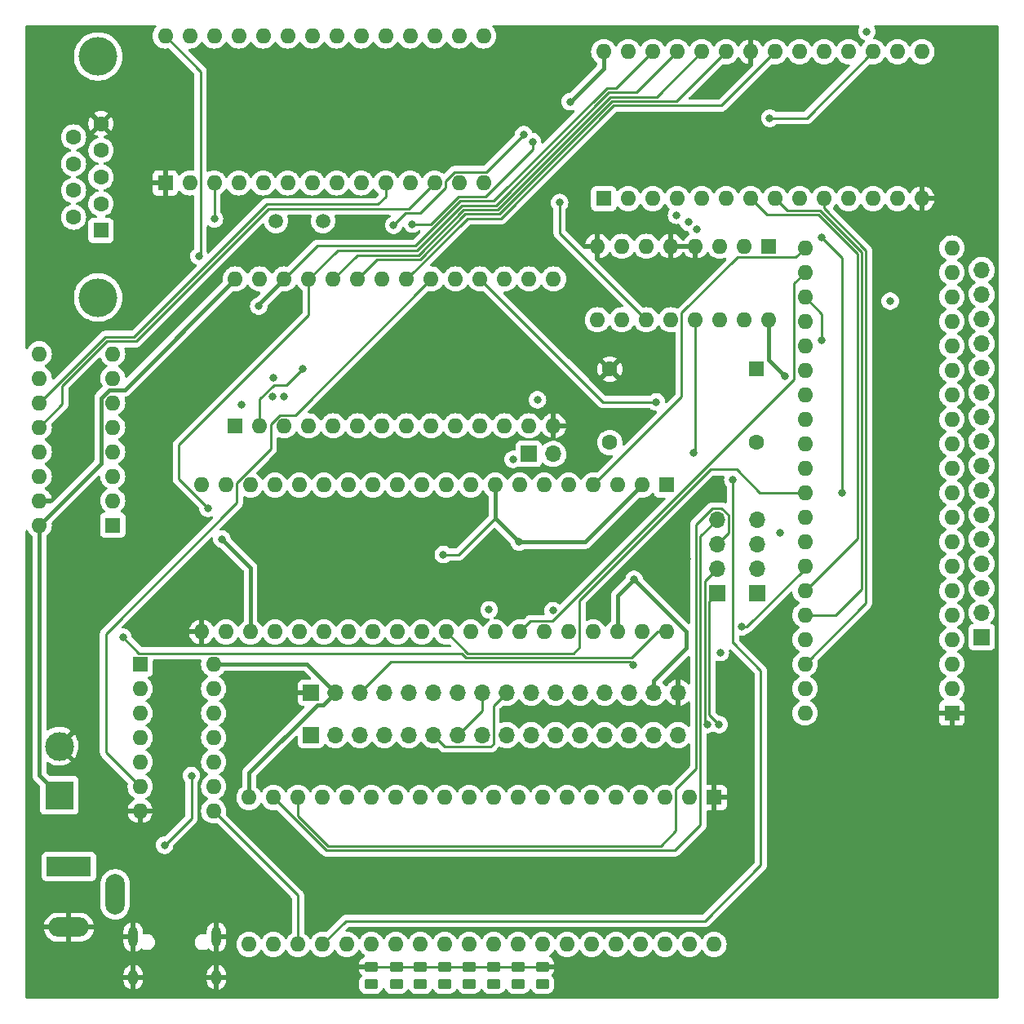
<source format=gbr>
%TF.GenerationSoftware,KiCad,Pcbnew,6.0.10-86aedd382b~118~ubuntu22.10.1*%
%TF.CreationDate,2023-08-04T17:23:03-07:00*%
%TF.ProjectId,6502v2,36353032-7632-42e6-9b69-6361645f7063,rev?*%
%TF.SameCoordinates,Original*%
%TF.FileFunction,Copper,L4,Bot*%
%TF.FilePolarity,Positive*%
%FSLAX46Y46*%
G04 Gerber Fmt 4.6, Leading zero omitted, Abs format (unit mm)*
G04 Created by KiCad (PCBNEW 6.0.10-86aedd382b~118~ubuntu22.10.1) date 2023-08-04 17:23:03*
%MOMM*%
%LPD*%
G01*
G04 APERTURE LIST*
G04 Aperture macros list*
%AMRoundRect*
0 Rectangle with rounded corners*
0 $1 Rounding radius*
0 $2 $3 $4 $5 $6 $7 $8 $9 X,Y pos of 4 corners*
0 Add a 4 corners polygon primitive as box body*
4,1,4,$2,$3,$4,$5,$6,$7,$8,$9,$2,$3,0*
0 Add four circle primitives for the rounded corners*
1,1,$1+$1,$2,$3*
1,1,$1+$1,$4,$5*
1,1,$1+$1,$6,$7*
1,1,$1+$1,$8,$9*
0 Add four rect primitives between the rounded corners*
20,1,$1+$1,$2,$3,$4,$5,0*
20,1,$1+$1,$4,$5,$6,$7,0*
20,1,$1+$1,$6,$7,$8,$9,0*
20,1,$1+$1,$8,$9,$2,$3,0*%
G04 Aperture macros list end*
%TA.AperFunction,ComponentPad*%
%ADD10R,1.700000X1.700000*%
%TD*%
%TA.AperFunction,ComponentPad*%
%ADD11O,1.700000X1.700000*%
%TD*%
%TA.AperFunction,ComponentPad*%
%ADD12C,1.500000*%
%TD*%
%TA.AperFunction,ComponentPad*%
%ADD13R,1.600000X1.600000*%
%TD*%
%TA.AperFunction,ComponentPad*%
%ADD14O,1.600000X1.600000*%
%TD*%
%TA.AperFunction,ComponentPad*%
%ADD15O,1.000000X2.100000*%
%TD*%
%TA.AperFunction,ComponentPad*%
%ADD16O,1.000000X1.600000*%
%TD*%
%TA.AperFunction,ComponentPad*%
%ADD17R,3.000000X3.000000*%
%TD*%
%TA.AperFunction,ComponentPad*%
%ADD18C,3.000000*%
%TD*%
%TA.AperFunction,ComponentPad*%
%ADD19R,4.600000X2.000000*%
%TD*%
%TA.AperFunction,ComponentPad*%
%ADD20O,4.200000X2.000000*%
%TD*%
%TA.AperFunction,ComponentPad*%
%ADD21O,2.000000X4.200000*%
%TD*%
%TA.AperFunction,ComponentPad*%
%ADD22C,1.600000*%
%TD*%
%TA.AperFunction,ComponentPad*%
%ADD23C,4.000000*%
%TD*%
%TA.AperFunction,SMDPad,CuDef*%
%ADD24RoundRect,0.250000X0.450000X-0.262500X0.450000X0.262500X-0.450000X0.262500X-0.450000X-0.262500X0*%
%TD*%
%TA.AperFunction,ViaPad*%
%ADD25C,0.800000*%
%TD*%
%TA.AperFunction,Conductor*%
%ADD26C,0.250000*%
%TD*%
%TA.AperFunction,Conductor*%
%ADD27C,0.400000*%
%TD*%
G04 APERTURE END LIST*
D10*
%TO.P,J7,1,Pin_1*%
%TO.N,GND*%
X60623000Y-96022000D03*
D11*
%TO.P,J7,2,Pin_2*%
%TO.N,+5V*%
X63163000Y-96022000D03*
%TO.P,J7,3,Pin_3*%
%TO.N,Net-(J7-Pad3)*%
X65703000Y-96022000D03*
%TO.P,J7,4,Pin_4*%
%TO.N,/VIA/LCD PA5*%
X68243000Y-96022000D03*
%TO.P,J7,5,Pin_5*%
%TO.N,/VIA/LCD PA6*%
X70783000Y-96022000D03*
%TO.P,J7,6,Pin_6*%
%TO.N,/VIA/LCD PA7*%
X73323000Y-96022000D03*
%TO.P,J7,7,Pin_7*%
%TO.N,/VIA/LCD PB0*%
X75863000Y-96022000D03*
%TO.P,J7,8,Pin_8*%
%TO.N,/VIA/LCD PB1*%
X78403000Y-96022000D03*
%TO.P,J7,9,Pin_9*%
%TO.N,/VIA/LCD PB2*%
X80943000Y-96022000D03*
%TO.P,J7,10,Pin_10*%
%TO.N,/VIA/LCD PB3*%
X83483000Y-96022000D03*
%TO.P,J7,11,Pin_11*%
%TO.N,/VIA/LCD PB4*%
X86023000Y-96022000D03*
%TO.P,J7,12,Pin_12*%
%TO.N,/VIA/LCD PB5*%
X88563000Y-96022000D03*
%TO.P,J7,13,Pin_13*%
%TO.N,/VIA/LCD PB6*%
X91103000Y-96022000D03*
%TO.P,J7,14,Pin_14*%
%TO.N,/VIA/LCD PB7*%
X93643000Y-96022000D03*
%TO.P,J7,15,Pin_15*%
%TO.N,+5V*%
X96183000Y-96022000D03*
%TO.P,J7,16,Pin_16*%
%TO.N,GND*%
X98723000Y-96022000D03*
%TD*%
D12*
%TO.P,Y1,1,1*%
%TO.N,Net-(R33-Pad2)*%
X61875000Y-47075000D03*
%TO.P,Y1,2,2*%
%TO.N,Net-(C15-Pad1)*%
X56995000Y-47075000D03*
%TD*%
D10*
%TO.P,J6,1,Pin_1*%
%TO.N,/VIA/LCD PB7*%
X60600000Y-100425000D03*
D11*
%TO.P,J6,2,Pin_2*%
%TO.N,/VIA/LCD PB6*%
X63140000Y-100425000D03*
%TO.P,J6,3,Pin_3*%
%TO.N,/VIA/LCD PB5*%
X65680000Y-100425000D03*
%TO.P,J6,4,Pin_4*%
%TO.N,/VIA/LCD PB4*%
X68220000Y-100425000D03*
%TO.P,J6,5,Pin_5*%
%TO.N,/VIA/LCD PB3*%
X70760000Y-100425000D03*
%TO.P,J6,6,Pin_6*%
%TO.N,/VIA/LCD PB2*%
X73300000Y-100425000D03*
%TO.P,J6,7,Pin_7*%
%TO.N,/VIA/LCD PB1*%
X75840000Y-100425000D03*
%TO.P,J6,8,Pin_8*%
%TO.N,/VIA/LCD PB0*%
X78380000Y-100425000D03*
%TO.P,J6,9,Pin_9*%
%TO.N,/VIA/LCD PA7*%
X80920000Y-100425000D03*
%TO.P,J6,10,Pin_10*%
%TO.N,/VIA/LCD PA6*%
X83460000Y-100425000D03*
%TO.P,J6,11,Pin_11*%
%TO.N,/VIA/LCD PA5*%
X86000000Y-100425000D03*
%TO.P,J6,12,Pin_12*%
%TO.N,/VIA/LCD PA4*%
X88540000Y-100425000D03*
%TO.P,J6,13,Pin_13*%
%TO.N,/VIA/LCD PA3*%
X91080000Y-100425000D03*
%TO.P,J6,14,Pin_14*%
%TO.N,/VIA/LCD PA2*%
X93620000Y-100425000D03*
%TO.P,J6,15,Pin_15*%
%TO.N,/VIA/LCD PA1*%
X96160000Y-100425000D03*
%TO.P,J6,16,Pin_16*%
%TO.N,/VIA/LCD PA0*%
X98700000Y-100425000D03*
%TD*%
D10*
%TO.P,J3,1,Pin_1*%
%TO.N,/CPU/NMI*%
X83225000Y-71250000D03*
D11*
%TO.P,J3,2,Pin_2*%
%TO.N,/IRQ*%
X85765000Y-71250000D03*
%TD*%
D13*
%TO.P,U6,1,VSS*%
%TO.N,GND*%
X102450000Y-106900000D03*
D14*
%TO.P,U6,2,PA0*%
%TO.N,/VIA/LCD PA0*%
X99910000Y-106900000D03*
%TO.P,U6,3,PA1*%
%TO.N,/VIA/LCD PA1*%
X97370000Y-106900000D03*
%TO.P,U6,4,PA2*%
%TO.N,/VIA/LCD PA2*%
X94830000Y-106900000D03*
%TO.P,U6,5,PA3*%
%TO.N,/VIA/LCD PA3*%
X92290000Y-106900000D03*
%TO.P,U6,6,PA4*%
%TO.N,/VIA/LCD PA4*%
X89750000Y-106900000D03*
%TO.P,U6,7,PA5*%
%TO.N,/VIA/LCD PA5*%
X87210000Y-106900000D03*
%TO.P,U6,8,PA6*%
%TO.N,/VIA/LCD PA6*%
X84670000Y-106900000D03*
%TO.P,U6,9,PA7*%
%TO.N,/VIA/LCD PA7*%
X82130000Y-106900000D03*
%TO.P,U6,10,PB0*%
%TO.N,/VIA/LCD PB0*%
X79590000Y-106900000D03*
%TO.P,U6,11,PB1*%
%TO.N,/VIA/LCD PB1*%
X77050000Y-106900000D03*
%TO.P,U6,12,PB2*%
%TO.N,/VIA/LCD PB2*%
X74510000Y-106900000D03*
%TO.P,U6,13,PB3*%
%TO.N,/VIA/LCD PB3*%
X71970000Y-106900000D03*
%TO.P,U6,14,PB4*%
%TO.N,/VIA/LCD PB4*%
X69430000Y-106900000D03*
%TO.P,U6,15,PB5*%
%TO.N,/VIA/LCD PB5*%
X66890000Y-106900000D03*
%TO.P,U6,16,PB6*%
%TO.N,/VIA/LCD PB6*%
X64350000Y-106900000D03*
%TO.P,U6,17,PB7*%
%TO.N,/VIA/LCD PB7*%
X61810000Y-106900000D03*
%TO.P,U6,18,CB1*%
%TO.N,/VIA/LCD CB1*%
X59270000Y-106900000D03*
%TO.P,U6,19,CB2*%
%TO.N,/VIA/LCD CB2*%
X56730000Y-106900000D03*
%TO.P,U6,20,VCC*%
%TO.N,+5V*%
X54190000Y-106900000D03*
%TO.P,U6,21,~{IRQ}*%
%TO.N,unconnected-(U6-Pad21)*%
X54190000Y-122140000D03*
%TO.P,U6,22,R/~{W}*%
%TO.N,/R{slash}W*%
X56730000Y-122140000D03*
%TO.P,U6,23,~{CS2}*%
%TO.N,/I{slash}O ~{Enable}*%
X59270000Y-122140000D03*
%TO.P,U6,24,CS1*%
%TO.N,/LCD C22 Enable*%
X61810000Y-122140000D03*
%TO.P,U6,25,\u03D52*%
%TO.N,/Clk*%
X64350000Y-122140000D03*
%TO.P,U6,26,D7*%
%TO.N,/D7*%
X66890000Y-122140000D03*
%TO.P,U6,27,D6*%
%TO.N,/D6*%
X69430000Y-122140000D03*
%TO.P,U6,28,D5*%
%TO.N,/D5*%
X71970000Y-122140000D03*
%TO.P,U6,29,D4*%
%TO.N,/D4*%
X74510000Y-122140000D03*
%TO.P,U6,30,D3*%
%TO.N,/D3*%
X77050000Y-122140000D03*
%TO.P,U6,31,D2*%
%TO.N,/D2*%
X79590000Y-122140000D03*
%TO.P,U6,32,D1*%
%TO.N,/D1*%
X82130000Y-122140000D03*
%TO.P,U6,33,D0*%
%TO.N,/D0*%
X84670000Y-122140000D03*
%TO.P,U6,34,~{RES}*%
%TO.N,/Reset*%
X87210000Y-122140000D03*
%TO.P,U6,35,RS3*%
%TO.N,/A3*%
X89750000Y-122140000D03*
%TO.P,U6,36,RS2*%
%TO.N,/A2*%
X92290000Y-122140000D03*
%TO.P,U6,37,RS1*%
%TO.N,/A1*%
X94830000Y-122140000D03*
%TO.P,U6,38,RS0*%
%TO.N,/A0*%
X97370000Y-122140000D03*
%TO.P,U6,39,CA2*%
%TO.N,/VIA/LCD CA2*%
X99910000Y-122140000D03*
%TO.P,U6,40,CA1*%
%TO.N,/VIA/LCD CA1*%
X102450000Y-122140000D03*
%TD*%
D10*
%TO.P,J8,1,Pin_1*%
%TO.N,/VIA/LCD CA1*%
X102750000Y-85700000D03*
D11*
%TO.P,J8,2,Pin_2*%
%TO.N,/VIA/LCD CA2*%
X102750000Y-83160000D03*
%TO.P,J8,3,Pin_3*%
%TO.N,/VIA/LCD CB1*%
X102750000Y-80620000D03*
%TO.P,J8,4,Pin_4*%
%TO.N,/VIA/LCD CB2*%
X102750000Y-78080000D03*
%TD*%
D15*
%TO.P,USB1,13,SHIELD*%
%TO.N,GND*%
X50820000Y-121370000D03*
X42180000Y-121370000D03*
D16*
X42180000Y-125550000D03*
X50820000Y-125550000D03*
%TD*%
D13*
%TO.P,U1,1*%
%TO.N,unconnected-(U1-Pad1)*%
X42900000Y-93050000D03*
D14*
%TO.P,U1,2*%
%TO.N,unconnected-(U1-Pad2)*%
X42900000Y-95590000D03*
%TO.P,U1,3*%
%TO.N,unconnected-(U1-Pad3)*%
X42900000Y-98130000D03*
%TO.P,U1,4*%
%TO.N,/Clk*%
X42900000Y-100670000D03*
%TO.P,U1,5*%
%TO.N,/~{A15}*%
X42900000Y-103210000D03*
%TO.P,U1,6*%
%TO.N,/RAM ~{CS}*%
X42900000Y-105750000D03*
%TO.P,U1,7,GND*%
%TO.N,GND*%
X42900000Y-108290000D03*
%TO.P,U1,8*%
%TO.N,/I{slash}O ~{Enable}*%
X50520000Y-108290000D03*
%TO.P,U1,9*%
%TO.N,/A14*%
X50520000Y-105750000D03*
%TO.P,U1,10*%
%TO.N,/~{A15}*%
X50520000Y-103210000D03*
%TO.P,U1,11*%
X50520000Y-100670000D03*
%TO.P,U1,12*%
%TO.N,/A15*%
X50520000Y-98130000D03*
%TO.P,U1,13*%
X50520000Y-95590000D03*
%TO.P,U1,14,VCC*%
%TO.N,+5V*%
X50520000Y-93050000D03*
%TD*%
D17*
%TO.P,J1,1,Pin_1*%
%TO.N,+5V*%
X34500000Y-106650000D03*
D18*
%TO.P,J1,2,Pin_2*%
%TO.N,GND*%
X34500000Y-101570000D03*
%TD*%
D19*
%TO.P,J2,1*%
%TO.N,VCC*%
X35500000Y-114050000D03*
D20*
%TO.P,J2,2*%
%TO.N,GND*%
X35500000Y-120350000D03*
D21*
%TO.P,J2,3*%
%TO.N,N/C*%
X40300000Y-116950000D03*
%TD*%
D13*
%TO.P,U3,1,A14*%
%TO.N,/A14*%
X52775000Y-68325000D03*
D14*
%TO.P,U3,2,A12*%
%TO.N,/A12*%
X55315000Y-68325000D03*
%TO.P,U3,3,A7*%
%TO.N,/A7*%
X57855000Y-68325000D03*
%TO.P,U3,4,A6*%
%TO.N,/A6*%
X60395000Y-68325000D03*
%TO.P,U3,5,A5*%
%TO.N,/A5*%
X62935000Y-68325000D03*
%TO.P,U3,6,A4*%
%TO.N,/A4*%
X65475000Y-68325000D03*
%TO.P,U3,7,A3*%
%TO.N,/A3*%
X68015000Y-68325000D03*
%TO.P,U3,8,A2*%
%TO.N,/A2*%
X70555000Y-68325000D03*
%TO.P,U3,9,A1*%
%TO.N,/A1*%
X73095000Y-68325000D03*
%TO.P,U3,10,A0*%
%TO.N,/A0*%
X75635000Y-68325000D03*
%TO.P,U3,11,Q0*%
%TO.N,/D0*%
X78175000Y-68325000D03*
%TO.P,U3,12,Q1*%
%TO.N,/D1*%
X80715000Y-68325000D03*
%TO.P,U3,13,Q2*%
%TO.N,/D2*%
X83255000Y-68325000D03*
%TO.P,U3,14,GND*%
%TO.N,GND*%
X85795000Y-68325000D03*
%TO.P,U3,15,Q3*%
%TO.N,/D3*%
X85795000Y-53085000D03*
%TO.P,U3,16,Q4*%
%TO.N,/D4*%
X83255000Y-53085000D03*
%TO.P,U3,17,Q5*%
%TO.N,/D5*%
X80715000Y-53085000D03*
%TO.P,U3,18,Q6*%
%TO.N,/D6*%
X78175000Y-53085000D03*
%TO.P,U3,19,Q7*%
%TO.N,/D7*%
X75635000Y-53085000D03*
%TO.P,U3,20,~{CS}*%
%TO.N,/RAM ~{CS}*%
X73095000Y-53085000D03*
%TO.P,U3,21,A10*%
%TO.N,/A10*%
X70555000Y-53085000D03*
%TO.P,U3,22,~{OE}*%
%TO.N,/A14*%
X68015000Y-53085000D03*
%TO.P,U3,23,A11*%
%TO.N,/A11*%
X65475000Y-53085000D03*
%TO.P,U3,24,A9*%
%TO.N,/A9*%
X62935000Y-53085000D03*
%TO.P,U3,25,A8*%
%TO.N,/A8*%
X60395000Y-53085000D03*
%TO.P,U3,26,A13*%
%TO.N,/A13*%
X57855000Y-53085000D03*
%TO.P,U3,27,~{WE}*%
%TO.N,/R{slash}W*%
X55315000Y-53085000D03*
%TO.P,U3,28,VCC*%
%TO.N,+5V*%
X52775000Y-53085000D03*
%TD*%
D13*
%TO.P,U8,1,VSS*%
%TO.N,GND*%
X45500000Y-43125000D03*
D14*
%TO.P,U8,2,CS1*%
%TO.N,/Serial Enable*%
X48040000Y-43125000D03*
%TO.P,U8,3,~{CS2}*%
%TO.N,/I{slash}O ~{Enable}*%
X50580000Y-43125000D03*
%TO.P,U8,4,~{RES}*%
%TO.N,/Reset*%
X53120000Y-43125000D03*
%TO.P,U8,5,RxC*%
%TO.N,unconnected-(U8-Pad5)*%
X55660000Y-43125000D03*
%TO.P,U8,6,XTAL1*%
%TO.N,Net-(C15-Pad1)*%
X58200000Y-43125000D03*
%TO.P,U8,7,XTAL2*%
%TO.N,Net-(R33-Pad2)*%
X60740000Y-43125000D03*
%TO.P,U8,8,~{RTS}*%
%TO.N,unconnected-(U8-Pad8)*%
X63280000Y-43125000D03*
%TO.P,U8,9,~{CTS}*%
%TO.N,unconnected-(U8-Pad9)*%
X65820000Y-43125000D03*
%TO.P,U8,10,TxD*%
%TO.N,/Serial/T1IN*%
X68360000Y-43125000D03*
%TO.P,U8,11,~{DTR}*%
%TO.N,unconnected-(U8-Pad11)*%
X70900000Y-43125000D03*
%TO.P,U8,12,RxD*%
%TO.N,/Serial/R1OUT*%
X73440000Y-43125000D03*
%TO.P,U8,13,RS0*%
%TO.N,/A0*%
X75980000Y-43125000D03*
%TO.P,U8,14,RS1*%
%TO.N,/A1*%
X78520000Y-43125000D03*
%TO.P,U8,15,VCC*%
%TO.N,+5V*%
X78520000Y-27885000D03*
%TO.P,U8,16,~{DCD}*%
%TO.N,unconnected-(U8-Pad16)*%
X75980000Y-27885000D03*
%TO.P,U8,17,~{DSR}*%
%TO.N,unconnected-(U8-Pad17)*%
X73440000Y-27885000D03*
%TO.P,U8,18,D0*%
%TO.N,/D0*%
X70900000Y-27885000D03*
%TO.P,U8,19,D1*%
%TO.N,/D1*%
X68360000Y-27885000D03*
%TO.P,U8,20,D2*%
%TO.N,/D2*%
X65820000Y-27885000D03*
%TO.P,U8,21,D3*%
%TO.N,/D3*%
X63280000Y-27885000D03*
%TO.P,U8,22,D4*%
%TO.N,/D4*%
X60740000Y-27885000D03*
%TO.P,U8,23,D5*%
%TO.N,/D5*%
X58200000Y-27885000D03*
%TO.P,U8,24,D6*%
%TO.N,/D6*%
X55660000Y-27885000D03*
%TO.P,U8,25,D7*%
%TO.N,/D7*%
X53120000Y-27885000D03*
%TO.P,U8,26,~{IRQ}*%
%TO.N,unconnected-(U8-Pad26)*%
X50580000Y-27885000D03*
%TO.P,U8,27,\u03D52*%
%TO.N,/Clk*%
X48040000Y-27885000D03*
%TO.P,U8,28,R/~{W}*%
%TO.N,/R{slash}W*%
X45500000Y-27885000D03*
%TD*%
D13*
%TO.P,X1,1,NC*%
%TO.N,unconnected-(X1-Pad1)*%
X106870000Y-62440000D03*
D22*
%TO.P,X1,7,GND*%
%TO.N,GND*%
X91630000Y-62440000D03*
%TO.P,X1,8,OUT*%
%TO.N,/Clk*%
X91630000Y-70060000D03*
%TO.P,X1,14,Vcc*%
%TO.N,+5V*%
X106870000Y-70060000D03*
%TD*%
D13*
%TO.P,U2,1,A0*%
%TO.N,/A4*%
X108125000Y-49700000D03*
D14*
%TO.P,U2,2,A1*%
%TO.N,/A5*%
X105585000Y-49700000D03*
%TO.P,U2,3,A2*%
%TO.N,/A6*%
X103045000Y-49700000D03*
%TO.P,U2,4,~{E1}*%
%TO.N,GND*%
X100505000Y-49700000D03*
%TO.P,U2,5,~{E2}*%
X97965000Y-49700000D03*
%TO.P,U2,6,E3*%
%TO.N,+5V*%
X95425000Y-49700000D03*
%TO.P,U2,7,Y7*%
%TO.N,unconnected-(U2-Pad7)*%
X92885000Y-49700000D03*
%TO.P,U2,8,GND*%
%TO.N,GND*%
X90345000Y-49700000D03*
%TO.P,U2,9,Y6*%
%TO.N,unconnected-(U2-Pad9)*%
X90345000Y-57320000D03*
%TO.P,U2,10,Y5*%
%TO.N,unconnected-(U2-Pad10)*%
X92885000Y-57320000D03*
%TO.P,U2,11,Y4*%
%TO.N,/Serial Enable*%
X95425000Y-57320000D03*
%TO.P,U2,12,Y3*%
%TO.N,unconnected-(U2-Pad12)*%
X97965000Y-57320000D03*
%TO.P,U2,13,Y2*%
%TO.N,/LCD C22 Enable*%
X100505000Y-57320000D03*
%TO.P,U2,14,Y1*%
%TO.N,/C22 Enable*%
X103045000Y-57320000D03*
%TO.P,U2,15,Y0*%
%TO.N,unconnected-(U2-Pad15)*%
X105585000Y-57320000D03*
%TO.P,U2,16,VCC*%
%TO.N,+5V*%
X108125000Y-57320000D03*
%TD*%
D13*
%TO.P,U5,1,VSS*%
%TO.N,GND*%
X127125000Y-98125000D03*
D14*
%TO.P,U5,2,PA0*%
%TO.N,/VIA/PA0*%
X127125000Y-95585000D03*
%TO.P,U5,3,PA1*%
%TO.N,/VIA/PA1*%
X127125000Y-93045000D03*
%TO.P,U5,4,PA2*%
%TO.N,/VIA/PA2*%
X127125000Y-90505000D03*
%TO.P,U5,5,PA3*%
%TO.N,/VIA/PA3*%
X127125000Y-87965000D03*
%TO.P,U5,6,PA4*%
%TO.N,/VIA/PA4*%
X127125000Y-85425000D03*
%TO.P,U5,7,PA5*%
%TO.N,/VIA/PA5*%
X127125000Y-82885000D03*
%TO.P,U5,8,PA6*%
%TO.N,/VIA/PA6*%
X127125000Y-80345000D03*
%TO.P,U5,9,PA7*%
%TO.N,/VIA/PA7*%
X127125000Y-77805000D03*
%TO.P,U5,10,PB0*%
%TO.N,/VIA/PB0*%
X127125000Y-75265000D03*
%TO.P,U5,11,PB1*%
%TO.N,/VIA/PB1*%
X127125000Y-72725000D03*
%TO.P,U5,12,PB2*%
%TO.N,/VIA/PB2*%
X127125000Y-70185000D03*
%TO.P,U5,13,PB3*%
%TO.N,/VIA/PB3*%
X127125000Y-67645000D03*
%TO.P,U5,14,PB4*%
%TO.N,/VIA/PB4*%
X127125000Y-65105000D03*
%TO.P,U5,15,PB5*%
%TO.N,/VIA/PB5*%
X127125000Y-62565000D03*
%TO.P,U5,16,PB6*%
%TO.N,/VIA/PB6*%
X127125000Y-60025000D03*
%TO.P,U5,17,PB7*%
%TO.N,/VIA/PB7*%
X127125000Y-57485000D03*
%TO.P,U5,18,CB1*%
%TO.N,/VIA/CB1*%
X127125000Y-54945000D03*
%TO.P,U5,19,CB2*%
%TO.N,/VIA/CB2*%
X127125000Y-52405000D03*
%TO.P,U5,20,VCC*%
%TO.N,+5V*%
X127125000Y-49865000D03*
%TO.P,U5,21,~{IRQ}*%
%TO.N,/IRQ*%
X111885000Y-49865000D03*
%TO.P,U5,22,R/~{W}*%
%TO.N,/R{slash}W*%
X111885000Y-52405000D03*
%TO.P,U5,23,~{CS2}*%
%TO.N,/I{slash}O ~{Enable}*%
X111885000Y-54945000D03*
%TO.P,U5,24,CS1*%
%TO.N,/C22 Enable*%
X111885000Y-57485000D03*
%TO.P,U5,25,\u03D52*%
%TO.N,/Clk*%
X111885000Y-60025000D03*
%TO.P,U5,26,D7*%
%TO.N,/D7*%
X111885000Y-62565000D03*
%TO.P,U5,27,D6*%
%TO.N,/D6*%
X111885000Y-65105000D03*
%TO.P,U5,28,D5*%
%TO.N,/D5*%
X111885000Y-67645000D03*
%TO.P,U5,29,D4*%
%TO.N,/D4*%
X111885000Y-70185000D03*
%TO.P,U5,30,D3*%
%TO.N,/D3*%
X111885000Y-72725000D03*
%TO.P,U5,31,D2*%
%TO.N,/D2*%
X111885000Y-75265000D03*
%TO.P,U5,32,D1*%
%TO.N,/D1*%
X111885000Y-77805000D03*
%TO.P,U5,33,D0*%
%TO.N,/D0*%
X111885000Y-80345000D03*
%TO.P,U5,34,~{RES}*%
%TO.N,/Reset*%
X111885000Y-82885000D03*
%TO.P,U5,35,RS3*%
%TO.N,/A3*%
X111885000Y-85425000D03*
%TO.P,U5,36,RS2*%
%TO.N,/A2*%
X111885000Y-87965000D03*
%TO.P,U5,37,RS1*%
%TO.N,/A1*%
X111885000Y-90505000D03*
%TO.P,U5,38,RS0*%
%TO.N,/A0*%
X111885000Y-93045000D03*
%TO.P,U5,39,CA2*%
%TO.N,/VIA/CA2*%
X111885000Y-95585000D03*
%TO.P,U5,40,CA1*%
%TO.N,/VIA/CA1*%
X111885000Y-98125000D03*
%TD*%
D13*
%TO.P,U7,1,C1+*%
%TO.N,Net-(C11-Pad1)*%
X40050000Y-78625000D03*
D14*
%TO.P,U7,2,VS+*%
%TO.N,Net-(C14-Pad1)*%
X40050000Y-76085000D03*
%TO.P,U7,3,C1-*%
%TO.N,Net-(C11-Pad2)*%
X40050000Y-73545000D03*
%TO.P,U7,4,C2+*%
%TO.N,Net-(C12-Pad1)*%
X40050000Y-71005000D03*
%TO.P,U7,5,C2-*%
%TO.N,Net-(C12-Pad2)*%
X40050000Y-68465000D03*
%TO.P,U7,6,VS-*%
%TO.N,Net-(C13-Pad1)*%
X40050000Y-65925000D03*
%TO.P,U7,7,T2OUT*%
%TO.N,unconnected-(U7-Pad7)*%
X40050000Y-63385000D03*
%TO.P,U7,8,R2IN*%
%TO.N,unconnected-(U7-Pad8)*%
X40050000Y-60845000D03*
%TO.P,U7,9,R2OUT*%
%TO.N,unconnected-(U7-Pad9)*%
X32430000Y-60845000D03*
%TO.P,U7,10,T2IN*%
%TO.N,unconnected-(U7-Pad10)*%
X32430000Y-63385000D03*
%TO.P,U7,11,T1IN*%
%TO.N,/Serial/T1IN*%
X32430000Y-65925000D03*
%TO.P,U7,12,R1OUT*%
%TO.N,/Serial/R1OUT*%
X32430000Y-68465000D03*
%TO.P,U7,13,R1IN*%
%TO.N,/Serial/R1IN*%
X32430000Y-71005000D03*
%TO.P,U7,14,T1OUT*%
%TO.N,/Serial/T1OUT*%
X32430000Y-73545000D03*
%TO.P,U7,15,GND*%
%TO.N,GND*%
X32430000Y-76085000D03*
%TO.P,U7,16,VCC*%
%TO.N,+5V*%
X32430000Y-78625000D03*
%TD*%
D23*
%TO.P,J9,0*%
%TO.N,N/C*%
X38530331Y-55010000D03*
X38530331Y-30010000D03*
D13*
%TO.P,J9,1,1*%
%TO.N,unconnected-(J9-Pad1)*%
X38830331Y-48050000D03*
D22*
%TO.P,J9,2,2*%
%TO.N,/Serial/T1OUT*%
X38830331Y-45280000D03*
%TO.P,J9,3,3*%
%TO.N,/Serial/R1IN*%
X38830331Y-42510000D03*
%TO.P,J9,4,4*%
%TO.N,unconnected-(J9-Pad4)*%
X38830331Y-39740000D03*
%TO.P,J9,5,5*%
%TO.N,GND*%
X38830331Y-36970000D03*
%TO.P,J9,6,6*%
%TO.N,unconnected-(J9-Pad6)*%
X35990331Y-46665000D03*
%TO.P,J9,7,7*%
%TO.N,unconnected-(J9-Pad7)*%
X35990331Y-43895000D03*
%TO.P,J9,8,8*%
%TO.N,unconnected-(J9-Pad8)*%
X35990331Y-41125000D03*
%TO.P,J9,9,9*%
%TO.N,unconnected-(J9-Pad9)*%
X35990331Y-38355000D03*
%TD*%
D10*
%TO.P,J4,1,Pin_1*%
%TO.N,/VIA/PA0*%
X130225000Y-90250000D03*
D11*
%TO.P,J4,2,Pin_2*%
%TO.N,/VIA/PA1*%
X130225000Y-87710000D03*
%TO.P,J4,3,Pin_3*%
%TO.N,/VIA/PA2*%
X130225000Y-85170000D03*
%TO.P,J4,4,Pin_4*%
%TO.N,/VIA/PA3*%
X130225000Y-82630000D03*
%TO.P,J4,5,Pin_5*%
%TO.N,/VIA/PA4*%
X130225000Y-80090000D03*
%TO.P,J4,6,Pin_6*%
%TO.N,/VIA/PA5*%
X130225000Y-77550000D03*
%TO.P,J4,7,Pin_7*%
%TO.N,/VIA/PA6*%
X130225000Y-75010000D03*
%TO.P,J4,8,Pin_8*%
%TO.N,/VIA/PA7*%
X130225000Y-72470000D03*
%TO.P,J4,9,Pin_9*%
%TO.N,/VIA/PB0*%
X130225000Y-69930000D03*
%TO.P,J4,10,Pin_10*%
%TO.N,/VIA/PB1*%
X130225000Y-67390000D03*
%TO.P,J4,11,Pin_11*%
%TO.N,/VIA/PB2*%
X130225000Y-64850000D03*
%TO.P,J4,12,Pin_12*%
%TO.N,/VIA/PB3*%
X130225000Y-62310000D03*
%TO.P,J4,13,Pin_13*%
%TO.N,/VIA/PB4*%
X130225000Y-59770000D03*
%TO.P,J4,14,Pin_14*%
%TO.N,/VIA/PB5*%
X130225000Y-57230000D03*
%TO.P,J4,15,Pin_15*%
%TO.N,/VIA/PB6*%
X130225000Y-54690000D03*
%TO.P,J4,16,Pin_16*%
%TO.N,/VIA/PB7*%
X130225000Y-52150000D03*
%TD*%
D10*
%TO.P,J5,1,Pin_1*%
%TO.N,/VIA/CA1*%
X106950000Y-85700000D03*
D11*
%TO.P,J5,2,Pin_2*%
%TO.N,/VIA/CA2*%
X106950000Y-83160000D03*
%TO.P,J5,3,Pin_3*%
%TO.N,/VIA/CB1*%
X106950000Y-80620000D03*
%TO.P,J5,4,Pin_4*%
%TO.N,/VIA/CB2*%
X106950000Y-78080000D03*
%TD*%
D13*
%TO.P,U9,1,A14*%
%TO.N,/A14*%
X91000000Y-44750000D03*
D14*
%TO.P,U9,2,A12*%
%TO.N,/A12*%
X93540000Y-44750000D03*
%TO.P,U9,3,A7*%
%TO.N,/A7*%
X96080000Y-44750000D03*
%TO.P,U9,4,A6*%
%TO.N,/A6*%
X98620000Y-44750000D03*
%TO.P,U9,5,A5*%
%TO.N,/A5*%
X101160000Y-44750000D03*
%TO.P,U9,6,A4*%
%TO.N,/A4*%
X103700000Y-44750000D03*
%TO.P,U9,7,A3*%
%TO.N,/A3*%
X106240000Y-44750000D03*
%TO.P,U9,8,A2*%
%TO.N,/A2*%
X108780000Y-44750000D03*
%TO.P,U9,9,A1*%
%TO.N,/A1*%
X111320000Y-44750000D03*
%TO.P,U9,10,A0*%
%TO.N,/A0*%
X113860000Y-44750000D03*
%TO.P,U9,11,D0*%
%TO.N,/D0*%
X116400000Y-44750000D03*
%TO.P,U9,12,D1*%
%TO.N,/D1*%
X118940000Y-44750000D03*
%TO.P,U9,13,D2*%
%TO.N,/D2*%
X121480000Y-44750000D03*
%TO.P,U9,14,GND*%
%TO.N,GND*%
X124020000Y-44750000D03*
%TO.P,U9,15,D3*%
%TO.N,/D3*%
X124020000Y-29510000D03*
%TO.P,U9,16,D4*%
%TO.N,/D4*%
X121480000Y-29510000D03*
%TO.P,U9,17,D5*%
%TO.N,/D5*%
X118940000Y-29510000D03*
%TO.P,U9,18,D6*%
%TO.N,/D6*%
X116400000Y-29510000D03*
%TO.P,U9,19,D7*%
%TO.N,/D7*%
X113860000Y-29510000D03*
%TO.P,U9,20,~{CS}*%
%TO.N,/~{A15}*%
X111320000Y-29510000D03*
%TO.P,U9,21,A10*%
%TO.N,/A10*%
X108780000Y-29510000D03*
%TO.P,U9,22,~{OE}*%
%TO.N,GND*%
X106240000Y-29510000D03*
%TO.P,U9,23,A11*%
%TO.N,/A11*%
X103700000Y-29510000D03*
%TO.P,U9,24,A9*%
%TO.N,/A9*%
X101160000Y-29510000D03*
%TO.P,U9,25,A8*%
%TO.N,/A8*%
X98620000Y-29510000D03*
%TO.P,U9,26,A13*%
%TO.N,/A13*%
X96080000Y-29510000D03*
%TO.P,U9,27,~{WE}*%
%TO.N,+5V*%
X93540000Y-29510000D03*
%TO.P,U9,28,VCC*%
X91000000Y-29510000D03*
%TD*%
D13*
%TO.P,U4,1,~{VP}*%
%TO.N,unconnected-(U4-Pad1)*%
X97525000Y-74475000D03*
D14*
%TO.P,U4,2,RDY*%
%TO.N,+5V*%
X94985000Y-74475000D03*
%TO.P,U4,3,\u03D51*%
%TO.N,unconnected-(U4-Pad3)*%
X92445000Y-74475000D03*
%TO.P,U4,4,~{IRQ}*%
%TO.N,/IRQ*%
X89905000Y-74475000D03*
%TO.P,U4,5,~{ML}*%
%TO.N,unconnected-(U4-Pad5)*%
X87365000Y-74475000D03*
%TO.P,U4,6,~{NMI}*%
%TO.N,/CPU/NMI*%
X84825000Y-74475000D03*
%TO.P,U4,7,SYNC*%
%TO.N,unconnected-(U4-Pad7)*%
X82285000Y-74475000D03*
%TO.P,U4,8,VDD*%
%TO.N,+5V*%
X79745000Y-74475000D03*
%TO.P,U4,9,A0*%
%TO.N,/A0*%
X77205000Y-74475000D03*
%TO.P,U4,10,A1*%
%TO.N,/A1*%
X74665000Y-74475000D03*
%TO.P,U4,11,A2*%
%TO.N,/A2*%
X72125000Y-74475000D03*
%TO.P,U4,12,A3*%
%TO.N,/A3*%
X69585000Y-74475000D03*
%TO.P,U4,13,A4*%
%TO.N,/A4*%
X67045000Y-74475000D03*
%TO.P,U4,14,A5*%
%TO.N,/A5*%
X64505000Y-74475000D03*
%TO.P,U4,15,A6*%
%TO.N,/A6*%
X61965000Y-74475000D03*
%TO.P,U4,16,A7*%
%TO.N,/A7*%
X59425000Y-74475000D03*
%TO.P,U4,17,A8*%
%TO.N,/A8*%
X56885000Y-74475000D03*
%TO.P,U4,18,A9*%
%TO.N,/A9*%
X54345000Y-74475000D03*
%TO.P,U4,19,A10*%
%TO.N,/A10*%
X51805000Y-74475000D03*
%TO.P,U4,20,A11*%
%TO.N,/A11*%
X49265000Y-74475000D03*
%TO.P,U4,21,VSS*%
%TO.N,GND*%
X49265000Y-89715000D03*
%TO.P,U4,22,A12*%
%TO.N,/A12*%
X51805000Y-89715000D03*
%TO.P,U4,23,A13*%
%TO.N,/A13*%
X54345000Y-89715000D03*
%TO.P,U4,24,A14*%
%TO.N,/A14*%
X56885000Y-89715000D03*
%TO.P,U4,25,A15*%
%TO.N,/A15*%
X59425000Y-89715000D03*
%TO.P,U4,26,D7*%
%TO.N,/D7*%
X61965000Y-89715000D03*
%TO.P,U4,27,D6*%
%TO.N,/D6*%
X64505000Y-89715000D03*
%TO.P,U4,28,D5*%
%TO.N,/D5*%
X67045000Y-89715000D03*
%TO.P,U4,29,D4*%
%TO.N,/D4*%
X69585000Y-89715000D03*
%TO.P,U4,30,D3*%
%TO.N,/D3*%
X72125000Y-89715000D03*
%TO.P,U4,31,D2*%
%TO.N,/D2*%
X74665000Y-89715000D03*
%TO.P,U4,32,D1*%
%TO.N,/D1*%
X77205000Y-89715000D03*
%TO.P,U4,33,D0*%
%TO.N,/D0*%
X79745000Y-89715000D03*
%TO.P,U4,34,R/~{W}*%
%TO.N,/R{slash}W*%
X82285000Y-89715000D03*
%TO.P,U4,35,nc*%
%TO.N,unconnected-(U4-Pad35)*%
X84825000Y-89715000D03*
%TO.P,U4,36,BE*%
%TO.N,+5V*%
X87365000Y-89715000D03*
%TO.P,U4,37,\u03D50*%
%TO.N,/Clk*%
X89905000Y-89715000D03*
%TO.P,U4,38,~{SO}*%
%TO.N,+5V*%
X92445000Y-89715000D03*
%TO.P,U4,39,\u03D52*%
%TO.N,unconnected-(U4-Pad39)*%
X94985000Y-89715000D03*
%TO.P,U4,40,~{RES}*%
%TO.N,/Reset*%
X97525000Y-89715000D03*
%TD*%
D24*
%TO.P,R16,1*%
%TO.N,Net-(D14-Pad1)*%
X69460000Y-126262500D03*
%TO.P,R16,2*%
%TO.N,GND*%
X69460000Y-124437500D03*
%TD*%
%TO.P,R18,1*%
%TO.N,Net-(D16-Pad1)*%
X66840000Y-126272500D03*
%TO.P,R18,2*%
%TO.N,GND*%
X66840000Y-124447500D03*
%TD*%
%TO.P,R12,1*%
%TO.N,Net-(D10-Pad1)*%
X74510000Y-126265000D03*
%TO.P,R12,2*%
%TO.N,GND*%
X74510000Y-124440000D03*
%TD*%
%TO.P,R8,1*%
%TO.N,Net-(D6-Pad1)*%
X79590000Y-126265000D03*
%TO.P,R8,2*%
%TO.N,GND*%
X79590000Y-124440000D03*
%TD*%
%TO.P,R6,1*%
%TO.N,Net-(D4-Pad1)*%
X82130000Y-126265000D03*
%TO.P,R6,2*%
%TO.N,GND*%
X82130000Y-124440000D03*
%TD*%
%TO.P,R14,1*%
%TO.N,Net-(D12-Pad1)*%
X71990000Y-126272500D03*
%TO.P,R14,2*%
%TO.N,GND*%
X71990000Y-124447500D03*
%TD*%
%TO.P,R4,1*%
%TO.N,Net-(D2-Pad1)*%
X84650000Y-126262500D03*
%TO.P,R4,2*%
%TO.N,GND*%
X84650000Y-124437500D03*
%TD*%
%TO.P,R10,1*%
%TO.N,Net-(D8-Pad1)*%
X77050000Y-126262500D03*
%TO.P,R10,2*%
%TO.N,GND*%
X77050000Y-124437500D03*
%TD*%
D25*
%TO.N,/A2*%
X103100000Y-91850000D03*
%TO.N,Net-(J7-Pad3)*%
X94087186Y-93170397D03*
%TO.N,GND*%
X123750000Y-73775000D03*
X120875000Y-118925000D03*
X50475000Y-49300000D03*
X123775000Y-89175000D03*
X129050000Y-29350000D03*
X39720000Y-87150000D03*
X86325000Y-30950000D03*
X32525000Y-32400000D03*
X57900000Y-103050000D03*
X84725000Y-36000000D03*
X59800000Y-113550000D03*
X49150000Y-86440000D03*
X127975000Y-125775000D03*
X88425000Y-82800000D03*
X47650000Y-116375000D03*
X101375000Y-38625000D03*
X56125000Y-50450000D03*
X54475000Y-45250000D03*
X62600000Y-39850000D03*
X43390000Y-90370000D03*
X61570000Y-79040000D03*
X122390000Y-38490000D03*
X113040000Y-104800000D03*
X36250000Y-52225000D03*
X128000000Y-113750000D03*
X74100000Y-30625000D03*
X32475000Y-28700000D03*
X59620000Y-85480000D03*
X77875000Y-35275000D03*
X39720000Y-81690000D03*
X57950000Y-126025000D03*
X39720000Y-84000000D03*
X45650000Y-37070000D03*
X113100000Y-125775000D03*
X96800000Y-82225000D03*
X93475000Y-125725000D03*
X41575000Y-56925000D03*
X53525000Y-99850000D03*
X99600000Y-82150000D03*
X123750000Y-81350000D03*
X51650000Y-37050000D03*
X56070000Y-80150000D03*
X129200000Y-38475000D03*
X35300000Y-85290000D03*
X58870000Y-78630000D03*
%TO.N,+5V*%
X87525000Y-34700000D03*
X94150000Y-84250000D03*
X82225000Y-80375000D03*
X48210000Y-104620000D03*
X45430000Y-111840000D03*
X74350886Y-81674114D03*
X109825000Y-63150000D03*
%TO.N,Net-(D2-Pad1)*%
X84650000Y-126250000D03*
%TO.N,/D0*%
X81594500Y-71800000D03*
X109300000Y-79450000D03*
%TO.N,Net-(D4-Pad1)*%
X82150000Y-126250000D03*
%TO.N,/D1*%
X84125000Y-65625000D03*
%TO.N,/A1*%
X115700000Y-75300000D03*
X113584851Y-48770847D03*
%TO.N,Net-(D6-Pad1)*%
X79600000Y-126250000D03*
%TO.N,/D2*%
X79100000Y-87425000D03*
%TO.N,/A2*%
X85737451Y-87512951D03*
%TO.N,Net-(D8-Pad1)*%
X77050000Y-126250000D03*
%TO.N,/D3*%
X118300000Y-27424500D03*
%TO.N,/A3*%
X100653416Y-47924500D03*
%TO.N,Net-(D10-Pad1)*%
X74500000Y-126250000D03*
%TO.N,/A4*%
X99775000Y-47200000D03*
%TO.N,Net-(D12-Pad1)*%
X72050000Y-126250000D03*
%TO.N,/D5*%
X108225000Y-36400000D03*
%TO.N,/A5*%
X98550000Y-46475000D03*
%TO.N,Net-(D14-Pad1)*%
X69450000Y-126250000D03*
%TO.N,/D6*%
X96450000Y-65850000D03*
%TO.N,Net-(D16-Pad1)*%
X66850000Y-126250000D03*
%TO.N,/A8*%
X49925500Y-76875000D03*
%TO.N,/A9*%
X56700000Y-63375500D03*
X56650000Y-65275000D03*
%TO.N,/A10*%
X57800000Y-65300000D03*
%TO.N,/R{slash}W*%
X49000000Y-50700000D03*
%TO.N,/A12*%
X59800000Y-62400000D03*
X69200000Y-47500000D03*
X82700000Y-38100000D03*
%TO.N,/A13*%
X51374500Y-80075000D03*
X55200000Y-55900000D03*
%TO.N,/A14*%
X53450000Y-66100000D03*
X71150500Y-47400000D03*
X83600000Y-38850000D03*
%TO.N,/VIA/LCD CA1*%
X102975000Y-99325000D03*
%TO.N,/VIA/LCD CA2*%
X101759500Y-99325000D03*
%TO.N,/Reset*%
X41100000Y-90250000D03*
X105350000Y-89175000D03*
%TO.N,/I{slash}O ~{Enable}*%
X50600000Y-46850000D03*
X120725000Y-55375000D03*
X113650500Y-59411540D03*
%TO.N,/LCD C22 Enable*%
X100300000Y-71150000D03*
X104400000Y-73900000D03*
%TO.N,/Serial Enable*%
X86425500Y-45150000D03*
%TD*%
D26*
%TO.N,/VIA/LCD PB2*%
X79555000Y-97410000D02*
X79555000Y-101320000D01*
X79555000Y-101320000D02*
X79275000Y-101600000D01*
X80943000Y-96022000D02*
X79555000Y-97410000D01*
X79275000Y-101600000D02*
X74475000Y-101600000D01*
X74475000Y-101600000D02*
X73300000Y-100425000D01*
%TO.N,/VIA/LCD PB1*%
X78403000Y-96022000D02*
X78403000Y-97862000D01*
X78403000Y-97862000D02*
X75840000Y-100425000D01*
%TO.N,Net-(J7-Pad3)*%
X79150000Y-92825500D02*
X93742289Y-92825500D01*
X65703000Y-96022000D02*
X68899500Y-92825500D01*
X93742289Y-92825500D02*
X94087186Y-93170397D01*
X68899500Y-92825500D02*
X79150000Y-92825500D01*
%TO.N,GND*%
X84650000Y-124437500D02*
X66850000Y-124437500D01*
X66850000Y-124437500D02*
X66840000Y-124447500D01*
D27*
%TO.N,+5V*%
X82225000Y-80375000D02*
X89085000Y-80375000D01*
X63163000Y-96022000D02*
X61913000Y-97272000D01*
X99575000Y-89675000D02*
X94150000Y-84250000D01*
X99575000Y-91400000D02*
X99575000Y-89675000D01*
X61253000Y-97272000D02*
X54190000Y-104335000D01*
X38850000Y-65427943D02*
X39692943Y-64585000D01*
X92445000Y-85955000D02*
X94150000Y-84250000D01*
X92445000Y-89715000D02*
X92445000Y-85955000D01*
X91000000Y-31225000D02*
X91000000Y-29510000D01*
X96183000Y-94792000D02*
X99575000Y-91400000D01*
X39692943Y-64585000D02*
X41275000Y-64585000D01*
X54190000Y-104335000D02*
X54190000Y-106900000D01*
D26*
X48210000Y-104620000D02*
X48210000Y-109060000D01*
D27*
X96183000Y-96022000D02*
X96183000Y-94792000D01*
X32430000Y-104580000D02*
X34500000Y-106650000D01*
X38850000Y-72205000D02*
X38850000Y-65427943D01*
X79745000Y-74475000D02*
X79745000Y-77895000D01*
X87525000Y-34700000D02*
X91000000Y-31225000D01*
D26*
X75965886Y-81674114D02*
X79745000Y-77895000D01*
D27*
X32430000Y-78625000D02*
X32430000Y-104580000D01*
X79745000Y-77895000D02*
X82225000Y-80375000D01*
X63163000Y-96022000D02*
X60191000Y-93050000D01*
X89085000Y-80375000D02*
X94985000Y-74475000D01*
X41275000Y-64585000D02*
X52775000Y-53085000D01*
X60191000Y-93050000D02*
X50520000Y-93050000D01*
X108125000Y-57320000D02*
X108125000Y-61450000D01*
D26*
X48210000Y-109060000D02*
X45430000Y-111840000D01*
D27*
X108125000Y-61450000D02*
X109825000Y-63150000D01*
D26*
X74350886Y-81674114D02*
X75965886Y-81674114D01*
D27*
X61913000Y-97272000D02*
X61253000Y-97272000D01*
X32430000Y-78625000D02*
X38850000Y-72205000D01*
D26*
%TO.N,/A0*%
X113860000Y-45773604D02*
X118200000Y-50113604D01*
X118200000Y-50113604D02*
X118200000Y-86730000D01*
X113860000Y-44750000D02*
X113860000Y-45773604D01*
X118200000Y-86730000D02*
X111885000Y-93045000D01*
%TO.N,/A1*%
X115700000Y-50885996D02*
X113584851Y-48770847D01*
X115700000Y-75300000D02*
X115700000Y-50885996D01*
%TO.N,/D2*%
X88490000Y-91310000D02*
X87874500Y-91925500D01*
X87874500Y-91925500D02*
X76875500Y-91925500D01*
X107215000Y-75265000D02*
X104800000Y-72850000D01*
X76875500Y-91925500D02*
X74665000Y-89715000D01*
X102061396Y-72850000D02*
X88490000Y-86421396D01*
X104800000Y-72850000D02*
X102061396Y-72850000D01*
X88490000Y-86421396D02*
X88490000Y-91310000D01*
X111885000Y-75265000D02*
X107215000Y-75265000D01*
%TO.N,/A2*%
X108780000Y-44750000D02*
X110030000Y-46000000D01*
X115085000Y-87965000D02*
X111885000Y-87965000D01*
X113450000Y-46000000D02*
X117750000Y-50300000D01*
X110030000Y-46000000D02*
X113450000Y-46000000D01*
X117750000Y-85300000D02*
X115085000Y-87965000D01*
X117750000Y-50300000D02*
X117750000Y-85300000D01*
%TO.N,/A3*%
X107940000Y-46450000D02*
X106240000Y-44750000D01*
X113263604Y-46450000D02*
X107940000Y-46450000D01*
X111885000Y-85425000D02*
X117300000Y-80010000D01*
X117300000Y-50486396D02*
X113263604Y-46450000D01*
X117300000Y-80010000D02*
X117300000Y-50486396D01*
%TO.N,/D5*%
X112050000Y-36400000D02*
X118940000Y-29510000D01*
X108225000Y-36400000D02*
X112050000Y-36400000D01*
%TO.N,/D6*%
X78175000Y-53085000D02*
X90940000Y-65850000D01*
X90940000Y-65850000D02*
X96450000Y-65850000D01*
%TO.N,/A8*%
X79795406Y-45445406D02*
X76285406Y-45445406D01*
X60395000Y-56830000D02*
X46900000Y-70325000D01*
X71615406Y-50115406D02*
X63364594Y-50115406D01*
X63364594Y-50115406D02*
X60395000Y-53085000D01*
X98620000Y-29510000D02*
X94380000Y-33750000D01*
X91490812Y-33750000D02*
X79795406Y-45445406D01*
X46900000Y-73849500D02*
X49925500Y-76875000D01*
X46900000Y-70325000D02*
X46900000Y-73849500D01*
X60395000Y-53085000D02*
X60395000Y-56830000D01*
X94380000Y-33750000D02*
X91490812Y-33750000D01*
X76285406Y-45445406D02*
X71615406Y-50115406D01*
%TO.N,/A9*%
X101160000Y-29510000D02*
X96470000Y-34200000D01*
X71757208Y-50610000D02*
X76467208Y-45900000D01*
X76467208Y-45900000D02*
X79977208Y-45900000D01*
X65410000Y-50610000D02*
X71757208Y-50610000D01*
X96470000Y-34200000D02*
X95800000Y-34200000D01*
X79977208Y-45900000D02*
X91677208Y-34200000D01*
X62935000Y-53085000D02*
X65410000Y-50610000D01*
X91677208Y-34200000D02*
X95800000Y-34200000D01*
%TO.N,/A10*%
X80350000Y-46800000D02*
X76840000Y-46800000D01*
X103190000Y-35100000D02*
X92050000Y-35100000D01*
X92050000Y-35100000D02*
X80350000Y-46800000D01*
X76840000Y-46800000D02*
X70555000Y-53085000D01*
X108780000Y-29510000D02*
X103190000Y-35100000D01*
%TO.N,/R{slash}W*%
X110753630Y-53536370D02*
X110753630Y-63521370D01*
X83425000Y-88575000D02*
X82285000Y-89715000D01*
X85700000Y-88575000D02*
X83425000Y-88575000D01*
X45500000Y-27885000D02*
X49165000Y-31550000D01*
X111885000Y-52405000D02*
X110753630Y-53536370D01*
X49165000Y-50535000D02*
X49000000Y-50700000D01*
X110753630Y-63521370D02*
X85700000Y-88575000D01*
X49165000Y-31550000D02*
X49165000Y-50535000D01*
%TO.N,/A11*%
X71943604Y-51060000D02*
X76653604Y-46350000D01*
X76653604Y-46350000D02*
X80163604Y-46350000D01*
X65475000Y-53085000D02*
X67500000Y-51060000D01*
X67500000Y-51060000D02*
X71943604Y-51060000D01*
X80163604Y-46350000D02*
X91863604Y-34650000D01*
X98560000Y-34650000D02*
X103700000Y-29510000D01*
X91863604Y-34650000D02*
X98560000Y-34650000D01*
%TO.N,/A12*%
X70450000Y-46250000D02*
X69200000Y-47500000D01*
X71950000Y-46250000D02*
X70450000Y-46250000D01*
X74565000Y-43635000D02*
X71950000Y-46250000D01*
X82700000Y-38100000D02*
X78800000Y-42000000D01*
X74565000Y-42949009D02*
X74565000Y-43635000D01*
X55315000Y-68325000D02*
X55315000Y-65584695D01*
X56799195Y-64100500D02*
X58099500Y-64100500D01*
X55315000Y-65584695D02*
X56799195Y-64100500D01*
X58099500Y-64100500D02*
X59800000Y-62400000D01*
X78800000Y-42000000D02*
X75514009Y-42000000D01*
X75514009Y-42000000D02*
X74565000Y-42949009D01*
D27*
%TO.N,/A13*%
X55200000Y-55740000D02*
X57855000Y-53085000D01*
X55200000Y-55900000D02*
X55200000Y-55740000D01*
D26*
X79609010Y-44995406D02*
X76099010Y-44995406D01*
D27*
X54345000Y-83045500D02*
X51374500Y-80075000D01*
D26*
X61274594Y-49665406D02*
X57855000Y-53085000D01*
X76099010Y-44995406D02*
X71429010Y-49665406D01*
X91304416Y-33300000D02*
X79609010Y-44995406D01*
X71429010Y-49665406D02*
X61274594Y-49665406D01*
X92290000Y-33300000D02*
X91304416Y-33300000D01*
X96080000Y-29510000D02*
X92290000Y-33300000D01*
D27*
X54345000Y-89715000D02*
X54345000Y-83045500D01*
D26*
%TO.N,/A14*%
X75912614Y-44545406D02*
X73058020Y-47400000D01*
X83600000Y-39635991D02*
X78690585Y-44545406D01*
X73058020Y-47400000D02*
X71150500Y-47400000D01*
X83600000Y-38850000D02*
X83600000Y-39635991D01*
X78690585Y-44545406D02*
X75912614Y-44545406D01*
%TO.N,/IRQ*%
X99090000Y-56610000D02*
X99090000Y-65290000D01*
X104875000Y-50825000D02*
X99090000Y-56610000D01*
X111885000Y-49865000D02*
X110925000Y-50825000D01*
X110925000Y-50825000D02*
X104875000Y-50825000D01*
X99090000Y-65290000D02*
X89905000Y-74475000D01*
%TO.N,/VIA/LCD CA1*%
X102750000Y-85700000D02*
X101935000Y-86515000D01*
X101935000Y-87300000D02*
X101935000Y-98285000D01*
X101935000Y-98285000D02*
X102975000Y-99325000D01*
X101935000Y-86515000D02*
X101935000Y-87300000D01*
%TO.N,/VIA/LCD CA2*%
X101485000Y-84425000D02*
X101485000Y-93650000D01*
X101485000Y-99050500D02*
X101759500Y-99325000D01*
X101485000Y-93650000D02*
X101485000Y-99050500D01*
X102750000Y-83160000D02*
X101485000Y-84425000D01*
%TO.N,/VIA/LCD CB1*%
X96925000Y-111925000D02*
X98495000Y-110355000D01*
X102263299Y-76905000D02*
X103236701Y-76905000D01*
X103925000Y-79445000D02*
X102750000Y-80620000D01*
X100585000Y-78583299D02*
X102263299Y-76905000D01*
X100585000Y-103915000D02*
X100585000Y-78583299D01*
X59270000Y-106900000D02*
X59270000Y-108803604D01*
X98495000Y-110355000D02*
X98495000Y-106005000D01*
X103925000Y-77593299D02*
X103925000Y-79445000D01*
X103236701Y-76905000D02*
X103925000Y-77593299D01*
X59270000Y-108803604D02*
X62391396Y-111925000D01*
X98495000Y-106005000D02*
X100585000Y-103915000D01*
X62391396Y-111925000D02*
X96925000Y-111925000D01*
%TO.N,/VIA/LCD CB2*%
X101035000Y-109740000D02*
X98400000Y-112375000D01*
X102750000Y-78080000D02*
X101035000Y-79795000D01*
X62205000Y-112375000D02*
X56730000Y-106900000D01*
X98400000Y-112375000D02*
X62205000Y-112375000D01*
X101035000Y-79795000D02*
X101035000Y-109740000D01*
%TO.N,/Reset*%
X97525000Y-89715000D02*
X96575991Y-89715000D01*
X42775000Y-91925000D02*
X76238604Y-91925000D01*
X111885000Y-83115000D02*
X111885000Y-82885000D01*
X76689104Y-92375500D02*
X93915490Y-92375500D01*
X105825000Y-89175000D02*
X111885000Y-83115000D01*
X93915490Y-92375500D02*
X94595495Y-91695495D01*
X96575991Y-89715000D02*
X94595495Y-91695495D01*
X76238604Y-91925000D02*
X76689104Y-92375500D01*
X41100000Y-90250000D02*
X42775000Y-91925000D01*
X105350000Y-89175000D02*
X105825000Y-89175000D01*
%TO.N,/RAM ~{CS}*%
X57389009Y-67200000D02*
X56450000Y-68139009D01*
X56450000Y-68139009D02*
X56450000Y-70730000D01*
X52930000Y-74250000D02*
X52930000Y-76320000D01*
X39350000Y-89900000D02*
X39350000Y-102200000D01*
X52930000Y-76320000D02*
X39350000Y-89900000D01*
X39350000Y-102200000D02*
X42900000Y-105750000D01*
X58980000Y-67200000D02*
X57389009Y-67200000D01*
X73095000Y-53085000D02*
X58980000Y-67200000D01*
X56450000Y-70730000D02*
X52930000Y-74250000D01*
%TO.N,/I{slash}O ~{Enable}*%
X113650500Y-56710500D02*
X111885000Y-54945000D01*
X59270000Y-117040000D02*
X50520000Y-108290000D01*
X113650500Y-59411540D02*
X113650500Y-56710500D01*
X59270000Y-122140000D02*
X59270000Y-117040000D01*
X50580000Y-46830000D02*
X50580000Y-43125000D01*
X50600000Y-46850000D02*
X50580000Y-46830000D01*
%TO.N,/LCD C22 Enable*%
X100505000Y-70945000D02*
X100505000Y-57320000D01*
X64250000Y-119700000D02*
X65350000Y-119700000D01*
X107300000Y-93750000D02*
X104450000Y-90900000D01*
X65350000Y-119700000D02*
X101500000Y-119700000D01*
X61810000Y-122140000D02*
X64250000Y-119700000D01*
X101500000Y-119700000D02*
X107300000Y-113900000D01*
X104450000Y-90900000D02*
X104400000Y-90850000D01*
X100300000Y-71150000D02*
X100505000Y-70945000D01*
X104400000Y-90850000D02*
X104400000Y-73900000D01*
X107300000Y-113900000D02*
X107300000Y-93750000D01*
%TO.N,/Serial/T1IN*%
X32430000Y-65925000D02*
X39255000Y-59100000D01*
X42275000Y-59100000D02*
X56025000Y-45350000D01*
X68360000Y-44565000D02*
X68360000Y-43125000D01*
X56025000Y-45350000D02*
X67575000Y-45350000D01*
X39255000Y-59100000D02*
X42275000Y-59100000D01*
X67575000Y-45350000D02*
X68360000Y-44565000D01*
%TO.N,/Serial/R1OUT*%
X42461396Y-59550000D02*
X39441396Y-59550000D01*
X34825000Y-66075000D02*
X34820000Y-66075000D01*
X73440000Y-43125000D02*
X70765000Y-45800000D01*
X34825000Y-64166396D02*
X34825000Y-66075000D01*
X34820000Y-66075000D02*
X32430000Y-68465000D01*
X39441396Y-59550000D02*
X34825000Y-64166396D01*
X70765000Y-45800000D02*
X56211396Y-45800000D01*
X56211396Y-45800000D02*
X42461396Y-59550000D01*
%TO.N,/Serial Enable*%
X86425500Y-48320500D02*
X95425000Y-57320000D01*
X86425500Y-45150000D02*
X86425500Y-48320500D01*
%TD*%
%TA.AperFunction,Conductor*%
%TO.N,GND*%
G36*
X131933621Y-26778502D02*
G01*
X131980114Y-26832158D01*
X131991500Y-26884500D01*
X131991500Y-127615500D01*
X131971498Y-127683621D01*
X131917842Y-127730114D01*
X131865500Y-127741500D01*
X31134500Y-127741500D01*
X31066379Y-127721498D01*
X31019886Y-127667842D01*
X31008500Y-127615500D01*
X31008500Y-125896657D01*
X41172000Y-125896657D01*
X41172301Y-125902805D01*
X41185812Y-126040603D01*
X41188195Y-126052638D01*
X41241767Y-126230076D01*
X41246441Y-126241416D01*
X41333460Y-126405077D01*
X41340249Y-126415294D01*
X41457397Y-126558933D01*
X41466041Y-126567637D01*
X41608856Y-126685784D01*
X41619027Y-126692644D01*
X41782076Y-126780804D01*
X41793381Y-126785556D01*
X41908692Y-126821250D01*
X41922795Y-126821456D01*
X41926000Y-126814701D01*
X41926000Y-126807924D01*
X42434000Y-126807924D01*
X42437973Y-126821455D01*
X42445768Y-126822575D01*
X42553521Y-126790862D01*
X42564889Y-126786269D01*
X42729154Y-126700393D01*
X42739415Y-126693679D01*
X42883873Y-126577532D01*
X42892632Y-126568954D01*
X43011778Y-126426961D01*
X43018708Y-126416841D01*
X43108002Y-126254415D01*
X43112834Y-126243142D01*
X43168880Y-126066462D01*
X43171430Y-126054468D01*
X43187607Y-125910239D01*
X43188000Y-125903215D01*
X43188000Y-125896657D01*
X49812000Y-125896657D01*
X49812301Y-125902805D01*
X49825812Y-126040603D01*
X49828195Y-126052638D01*
X49881767Y-126230076D01*
X49886441Y-126241416D01*
X49973460Y-126405077D01*
X49980249Y-126415294D01*
X50097397Y-126558933D01*
X50106041Y-126567637D01*
X50248856Y-126685784D01*
X50259027Y-126692644D01*
X50422076Y-126780804D01*
X50433381Y-126785556D01*
X50548692Y-126821250D01*
X50562795Y-126821456D01*
X50566000Y-126814701D01*
X50566000Y-126807924D01*
X51074000Y-126807924D01*
X51077973Y-126821455D01*
X51085768Y-126822575D01*
X51193521Y-126790862D01*
X51204889Y-126786269D01*
X51369154Y-126700393D01*
X51379415Y-126693679D01*
X51523873Y-126577532D01*
X51532632Y-126568954D01*
X51651778Y-126426961D01*
X51658708Y-126416841D01*
X51748002Y-126254415D01*
X51752834Y-126243142D01*
X51808880Y-126066462D01*
X51811430Y-126054468D01*
X51827607Y-125910239D01*
X51828000Y-125903215D01*
X51828000Y-125822115D01*
X51823525Y-125806876D01*
X51822135Y-125805671D01*
X51814452Y-125804000D01*
X51092115Y-125804000D01*
X51076876Y-125808475D01*
X51075671Y-125809865D01*
X51074000Y-125817548D01*
X51074000Y-126807924D01*
X50566000Y-126807924D01*
X50566000Y-125822115D01*
X50561525Y-125806876D01*
X50560135Y-125805671D01*
X50552452Y-125804000D01*
X49830115Y-125804000D01*
X49814876Y-125808475D01*
X49813671Y-125809865D01*
X49812000Y-125817548D01*
X49812000Y-125896657D01*
X43188000Y-125896657D01*
X43188000Y-125822115D01*
X43183525Y-125806876D01*
X43182135Y-125805671D01*
X43174452Y-125804000D01*
X42452115Y-125804000D01*
X42436876Y-125808475D01*
X42435671Y-125809865D01*
X42434000Y-125817548D01*
X42434000Y-126807924D01*
X41926000Y-126807924D01*
X41926000Y-125822115D01*
X41921525Y-125806876D01*
X41920135Y-125805671D01*
X41912452Y-125804000D01*
X41190115Y-125804000D01*
X41174876Y-125808475D01*
X41173671Y-125809865D01*
X41172000Y-125817548D01*
X41172000Y-125896657D01*
X31008500Y-125896657D01*
X31008500Y-125277885D01*
X41172000Y-125277885D01*
X41176475Y-125293124D01*
X41177865Y-125294329D01*
X41185548Y-125296000D01*
X41907885Y-125296000D01*
X41923124Y-125291525D01*
X41924329Y-125290135D01*
X41926000Y-125282452D01*
X41926000Y-125277885D01*
X42434000Y-125277885D01*
X42438475Y-125293124D01*
X42439865Y-125294329D01*
X42447548Y-125296000D01*
X43169885Y-125296000D01*
X43185124Y-125291525D01*
X43186329Y-125290135D01*
X43188000Y-125282452D01*
X43188000Y-125277885D01*
X49812000Y-125277885D01*
X49816475Y-125293124D01*
X49817865Y-125294329D01*
X49825548Y-125296000D01*
X50547885Y-125296000D01*
X50563124Y-125291525D01*
X50564329Y-125290135D01*
X50566000Y-125282452D01*
X50566000Y-125277885D01*
X51074000Y-125277885D01*
X51078475Y-125293124D01*
X51079865Y-125294329D01*
X51087548Y-125296000D01*
X51809885Y-125296000D01*
X51825124Y-125291525D01*
X51826329Y-125290135D01*
X51828000Y-125282452D01*
X51828000Y-125203343D01*
X51827699Y-125197195D01*
X51814188Y-125059397D01*
X51811805Y-125047362D01*
X51758233Y-124869924D01*
X51753559Y-124858584D01*
X51666540Y-124694923D01*
X51659751Y-124684706D01*
X51542603Y-124541067D01*
X51533959Y-124532363D01*
X51391144Y-124414216D01*
X51380973Y-124407356D01*
X51217924Y-124319196D01*
X51206619Y-124314444D01*
X51091308Y-124278750D01*
X51077205Y-124278544D01*
X51074000Y-124285299D01*
X51074000Y-125277885D01*
X50566000Y-125277885D01*
X50566000Y-124292076D01*
X50562027Y-124278545D01*
X50554232Y-124277425D01*
X50446479Y-124309138D01*
X50435111Y-124313731D01*
X50270846Y-124399607D01*
X50260585Y-124406321D01*
X50116127Y-124522468D01*
X50107368Y-124531046D01*
X49988222Y-124673039D01*
X49981292Y-124683159D01*
X49891998Y-124845585D01*
X49887166Y-124856858D01*
X49831120Y-125033538D01*
X49828570Y-125045532D01*
X49812393Y-125189761D01*
X49812000Y-125196785D01*
X49812000Y-125277885D01*
X43188000Y-125277885D01*
X43188000Y-125203343D01*
X43187699Y-125197195D01*
X43174188Y-125059397D01*
X43171805Y-125047362D01*
X43118233Y-124869924D01*
X43113559Y-124858584D01*
X43026540Y-124694923D01*
X43019751Y-124684706D01*
X42902603Y-124541067D01*
X42893959Y-124532363D01*
X42751144Y-124414216D01*
X42740973Y-124407356D01*
X42577924Y-124319196D01*
X42566619Y-124314444D01*
X42451308Y-124278750D01*
X42437205Y-124278544D01*
X42434000Y-124285299D01*
X42434000Y-125277885D01*
X41926000Y-125277885D01*
X41926000Y-124292076D01*
X41922027Y-124278545D01*
X41914232Y-124277425D01*
X41806479Y-124309138D01*
X41795111Y-124313731D01*
X41630846Y-124399607D01*
X41620585Y-124406321D01*
X41476127Y-124522468D01*
X41467368Y-124531046D01*
X41348222Y-124673039D01*
X41341292Y-124683159D01*
X41251998Y-124845585D01*
X41247166Y-124856858D01*
X41191120Y-125033538D01*
X41188570Y-125045532D01*
X41172393Y-125189761D01*
X41172000Y-125196785D01*
X41172000Y-125277885D01*
X31008500Y-125277885D01*
X31008500Y-121966657D01*
X41172000Y-121966657D01*
X41172301Y-121972805D01*
X41185812Y-122110603D01*
X41188195Y-122122638D01*
X41241767Y-122300076D01*
X41246441Y-122311416D01*
X41333460Y-122475077D01*
X41340249Y-122485294D01*
X41457397Y-122628933D01*
X41466041Y-122637637D01*
X41608856Y-122755784D01*
X41619027Y-122762644D01*
X41782076Y-122850804D01*
X41793381Y-122855556D01*
X41908692Y-122891250D01*
X41922795Y-122891456D01*
X41926000Y-122884701D01*
X41926000Y-122877924D01*
X42434000Y-122877924D01*
X42437973Y-122891455D01*
X42445768Y-122892575D01*
X42553521Y-122860862D01*
X42564889Y-122856269D01*
X42729154Y-122770393D01*
X42739415Y-122763679D01*
X42883873Y-122647532D01*
X42892632Y-122638954D01*
X42937000Y-122586079D01*
X42996110Y-122546752D01*
X43067098Y-122545626D01*
X43110048Y-122566972D01*
X43175678Y-122617150D01*
X43262372Y-122657576D01*
X43333631Y-122690805D01*
X43333634Y-122690806D01*
X43339808Y-122693685D01*
X43346456Y-122695171D01*
X43346459Y-122695172D01*
X43452421Y-122718857D01*
X43516543Y-122733190D01*
X43522088Y-122733500D01*
X43655244Y-122733500D01*
X43790037Y-122718857D01*
X43908190Y-122679094D01*
X43955204Y-122663272D01*
X43955206Y-122663271D01*
X43961675Y-122661094D01*
X44116905Y-122567823D01*
X44121862Y-122563135D01*
X44121865Y-122563133D01*
X44243527Y-122448082D01*
X44243529Y-122448080D01*
X44248485Y-122443393D01*
X44252317Y-122437755D01*
X44252320Y-122437751D01*
X44346442Y-122299255D01*
X44350277Y-122293612D01*
X44417530Y-122125466D01*
X44418644Y-122118738D01*
X44418645Y-122118734D01*
X44445993Y-121953539D01*
X44445993Y-121953536D01*
X44447108Y-121946802D01*
X44442444Y-121857798D01*
X44442203Y-121853198D01*
X48552892Y-121853198D01*
X48553249Y-121860015D01*
X48553249Y-121860019D01*
X48558151Y-121953539D01*
X48562370Y-122034047D01*
X48564181Y-122040620D01*
X48564181Y-122040623D01*
X48586772Y-122122638D01*
X48610461Y-122208641D01*
X48694922Y-122368836D01*
X48699327Y-122374049D01*
X48699330Y-122374053D01*
X48807406Y-122501943D01*
X48807410Y-122501947D01*
X48811813Y-122507157D01*
X48817237Y-122511304D01*
X48817238Y-122511305D01*
X48950257Y-122613006D01*
X48950261Y-122613009D01*
X48955678Y-122617150D01*
X49042372Y-122657576D01*
X49113631Y-122690805D01*
X49113634Y-122690806D01*
X49119808Y-122693685D01*
X49126456Y-122695171D01*
X49126459Y-122695172D01*
X49232421Y-122718857D01*
X49296543Y-122733190D01*
X49302088Y-122733500D01*
X49435244Y-122733500D01*
X49570037Y-122718857D01*
X49688190Y-122679094D01*
X49735204Y-122663272D01*
X49735206Y-122663271D01*
X49741675Y-122661094D01*
X49893651Y-122569778D01*
X49893654Y-122569777D01*
X49896905Y-122567823D01*
X49897255Y-122568406D01*
X49958917Y-122544935D01*
X50028391Y-122559561D01*
X50066391Y-122590915D01*
X50097397Y-122628933D01*
X50106041Y-122637637D01*
X50248856Y-122755784D01*
X50259027Y-122762644D01*
X50422076Y-122850804D01*
X50433381Y-122855556D01*
X50548692Y-122891250D01*
X50562795Y-122891456D01*
X50566000Y-122884701D01*
X50566000Y-122877924D01*
X51074000Y-122877924D01*
X51077973Y-122891455D01*
X51085768Y-122892575D01*
X51193521Y-122860862D01*
X51204889Y-122856269D01*
X51369154Y-122770393D01*
X51379415Y-122763679D01*
X51523873Y-122647532D01*
X51532632Y-122638954D01*
X51651778Y-122496961D01*
X51658708Y-122486841D01*
X51748002Y-122324415D01*
X51752834Y-122313142D01*
X51808880Y-122136462D01*
X51811430Y-122124468D01*
X51827607Y-121980239D01*
X51828000Y-121973215D01*
X51828000Y-121642115D01*
X51823525Y-121626876D01*
X51822135Y-121625671D01*
X51814452Y-121624000D01*
X51092115Y-121624000D01*
X51076876Y-121628475D01*
X51075671Y-121629865D01*
X51074000Y-121637548D01*
X51074000Y-122877924D01*
X50566000Y-122877924D01*
X50566000Y-121097885D01*
X51074000Y-121097885D01*
X51078475Y-121113124D01*
X51079865Y-121114329D01*
X51087548Y-121116000D01*
X51809885Y-121116000D01*
X51825124Y-121111525D01*
X51826329Y-121110135D01*
X51828000Y-121102452D01*
X51828000Y-120773343D01*
X51827699Y-120767195D01*
X51814188Y-120629397D01*
X51811805Y-120617362D01*
X51758233Y-120439924D01*
X51753559Y-120428584D01*
X51666540Y-120264923D01*
X51659751Y-120254706D01*
X51542603Y-120111067D01*
X51533959Y-120102363D01*
X51391144Y-119984216D01*
X51380973Y-119977356D01*
X51217924Y-119889196D01*
X51206619Y-119884444D01*
X51091308Y-119848750D01*
X51077205Y-119848544D01*
X51074000Y-119855299D01*
X51074000Y-121097885D01*
X50566000Y-121097885D01*
X50566000Y-119862076D01*
X50562027Y-119848545D01*
X50554232Y-119847425D01*
X50446479Y-119879138D01*
X50435111Y-119883731D01*
X50270846Y-119969607D01*
X50260585Y-119976321D01*
X50116127Y-120092468D01*
X50107368Y-120101046D01*
X49988222Y-120243039D01*
X49981292Y-120253159D01*
X49891998Y-120415585D01*
X49887166Y-120426858D01*
X49831120Y-120603538D01*
X49828570Y-120615532D01*
X49812393Y-120759761D01*
X49812000Y-120766785D01*
X49812000Y-120982974D01*
X49791998Y-121051095D01*
X49738342Y-121097588D01*
X49668068Y-121107692D01*
X49658514Y-121105939D01*
X49488506Y-121067938D01*
X49488499Y-121067937D01*
X49483457Y-121066810D01*
X49477912Y-121066500D01*
X49344756Y-121066500D01*
X49209963Y-121081143D01*
X49091810Y-121120906D01*
X49044796Y-121136728D01*
X49044794Y-121136729D01*
X49038325Y-121138906D01*
X48883095Y-121232177D01*
X48878138Y-121236865D01*
X48878135Y-121236867D01*
X48809601Y-121301677D01*
X48751515Y-121356607D01*
X48747683Y-121362245D01*
X48747680Y-121362249D01*
X48696740Y-121437205D01*
X48649723Y-121506388D01*
X48582470Y-121674534D01*
X48581356Y-121681262D01*
X48581355Y-121681266D01*
X48554340Y-121844452D01*
X48552892Y-121853198D01*
X44442203Y-121853198D01*
X44437987Y-121772766D01*
X44437630Y-121765953D01*
X44431755Y-121744621D01*
X44391352Y-121597941D01*
X44389539Y-121591359D01*
X44305078Y-121431164D01*
X44300673Y-121425951D01*
X44300670Y-121425947D01*
X44192594Y-121298057D01*
X44192590Y-121298053D01*
X44188187Y-121292843D01*
X44182762Y-121288695D01*
X44049743Y-121186994D01*
X44049739Y-121186991D01*
X44044322Y-121182850D01*
X43900962Y-121116000D01*
X43886369Y-121109195D01*
X43886366Y-121109194D01*
X43880192Y-121106315D01*
X43873544Y-121104829D01*
X43873541Y-121104828D01*
X43708494Y-121067936D01*
X43708495Y-121067936D01*
X43703457Y-121066810D01*
X43697912Y-121066500D01*
X43564756Y-121066500D01*
X43429963Y-121081143D01*
X43423499Y-121083318D01*
X43423496Y-121083319D01*
X43369560Y-121101471D01*
X43355167Y-121106315D01*
X43354189Y-121106644D01*
X43283247Y-121109414D01*
X43222068Y-121073391D01*
X43190077Y-121010010D01*
X43188000Y-120987225D01*
X43188000Y-120773343D01*
X43187699Y-120767195D01*
X43174188Y-120629397D01*
X43171805Y-120617362D01*
X43118233Y-120439924D01*
X43113559Y-120428584D01*
X43026540Y-120264923D01*
X43019751Y-120254706D01*
X42902603Y-120111067D01*
X42893959Y-120102363D01*
X42751144Y-119984216D01*
X42740973Y-119977356D01*
X42577924Y-119889196D01*
X42566619Y-119884444D01*
X42451308Y-119848750D01*
X42437205Y-119848544D01*
X42434000Y-119855299D01*
X42434000Y-122877924D01*
X41926000Y-122877924D01*
X41926000Y-121642115D01*
X41921525Y-121626876D01*
X41920135Y-121625671D01*
X41912452Y-121624000D01*
X41190115Y-121624000D01*
X41174876Y-121628475D01*
X41173671Y-121629865D01*
X41172000Y-121637548D01*
X41172000Y-121966657D01*
X31008500Y-121966657D01*
X31008500Y-120621114D01*
X32913275Y-120621114D01*
X32915325Y-120638830D01*
X32917285Y-120648727D01*
X32980604Y-120872494D01*
X32984116Y-120881938D01*
X33082399Y-121092705D01*
X33087378Y-121101471D01*
X33218087Y-121293802D01*
X33224419Y-121301677D01*
X33384186Y-121470626D01*
X33391695Y-121477387D01*
X33576426Y-121618625D01*
X33584905Y-121624089D01*
X33789847Y-121733978D01*
X33799099Y-121738020D01*
X34018971Y-121813727D01*
X34028743Y-121816236D01*
X34258971Y-121856004D01*
X34266843Y-121856859D01*
X34290551Y-121857936D01*
X34293384Y-121858000D01*
X35227885Y-121858000D01*
X35243124Y-121853525D01*
X35244329Y-121852135D01*
X35246000Y-121844452D01*
X35246000Y-121839885D01*
X35754000Y-121839885D01*
X35758475Y-121855124D01*
X35759865Y-121856329D01*
X35767548Y-121858000D01*
X36658456Y-121858000D01*
X36663488Y-121857798D01*
X36836843Y-121843850D01*
X36846796Y-121842238D01*
X37072633Y-121786767D01*
X37082203Y-121783584D01*
X37296265Y-121692720D01*
X37305207Y-121688045D01*
X37501987Y-121564126D01*
X37510060Y-121558086D01*
X37684500Y-121404297D01*
X37691504Y-121397044D01*
X37839110Y-121217346D01*
X37844866Y-121209064D01*
X37909574Y-121097885D01*
X41172000Y-121097885D01*
X41176475Y-121113124D01*
X41177865Y-121114329D01*
X41185548Y-121116000D01*
X41907885Y-121116000D01*
X41923124Y-121111525D01*
X41924329Y-121110135D01*
X41926000Y-121102452D01*
X41926000Y-119862076D01*
X41922027Y-119848545D01*
X41914232Y-119847425D01*
X41806479Y-119879138D01*
X41795111Y-119883731D01*
X41630846Y-119969607D01*
X41620585Y-119976321D01*
X41476127Y-120092468D01*
X41467368Y-120101046D01*
X41348222Y-120243039D01*
X41341292Y-120253159D01*
X41251998Y-120415585D01*
X41247166Y-120426858D01*
X41191120Y-120603538D01*
X41188570Y-120615532D01*
X41172393Y-120759761D01*
X41172000Y-120766785D01*
X41172000Y-121097885D01*
X37909574Y-121097885D01*
X37961841Y-121008081D01*
X37966203Y-120998976D01*
X38049537Y-120781885D01*
X38052388Y-120772196D01*
X38083821Y-120621736D01*
X38082698Y-120607675D01*
X38072590Y-120604000D01*
X35772115Y-120604000D01*
X35756876Y-120608475D01*
X35755671Y-120609865D01*
X35754000Y-120617548D01*
X35754000Y-121839885D01*
X35246000Y-121839885D01*
X35246000Y-120622115D01*
X35241525Y-120606876D01*
X35240135Y-120605671D01*
X35232452Y-120604000D01*
X32929410Y-120604000D01*
X32915324Y-120608136D01*
X32913275Y-120621114D01*
X31008500Y-120621114D01*
X31008500Y-120078264D01*
X32916179Y-120078264D01*
X32917302Y-120092325D01*
X32927410Y-120096000D01*
X35227885Y-120096000D01*
X35243124Y-120091525D01*
X35244329Y-120090135D01*
X35246000Y-120082452D01*
X35246000Y-120077885D01*
X35754000Y-120077885D01*
X35758475Y-120093124D01*
X35759865Y-120094329D01*
X35767548Y-120096000D01*
X38070590Y-120096000D01*
X38084676Y-120091864D01*
X38086725Y-120078886D01*
X38084675Y-120061170D01*
X38082715Y-120051273D01*
X38019396Y-119827506D01*
X38015884Y-119818062D01*
X37917601Y-119607295D01*
X37912622Y-119598529D01*
X37781913Y-119406198D01*
X37775581Y-119398323D01*
X37615814Y-119229374D01*
X37608305Y-119222613D01*
X37423574Y-119081375D01*
X37415095Y-119075911D01*
X37210153Y-118966022D01*
X37200901Y-118961980D01*
X36981029Y-118886273D01*
X36971257Y-118883764D01*
X36741029Y-118843996D01*
X36733157Y-118843141D01*
X36709449Y-118842064D01*
X36706616Y-118842000D01*
X35772115Y-118842000D01*
X35756876Y-118846475D01*
X35755671Y-118847865D01*
X35754000Y-118855548D01*
X35754000Y-120077885D01*
X35246000Y-120077885D01*
X35246000Y-118860115D01*
X35241525Y-118844876D01*
X35240135Y-118843671D01*
X35232452Y-118842000D01*
X34341544Y-118842000D01*
X34336512Y-118842202D01*
X34163157Y-118856150D01*
X34153204Y-118857762D01*
X33927367Y-118913233D01*
X33917797Y-118916416D01*
X33703735Y-119007280D01*
X33694793Y-119011955D01*
X33498013Y-119135874D01*
X33489940Y-119141914D01*
X33315500Y-119295703D01*
X33308496Y-119302956D01*
X33160890Y-119482654D01*
X33155134Y-119490936D01*
X33038159Y-119691919D01*
X33033797Y-119701024D01*
X32950463Y-119918115D01*
X32947612Y-119927804D01*
X32916179Y-120078264D01*
X31008500Y-120078264D01*
X31008500Y-118111001D01*
X38791500Y-118111001D01*
X38791702Y-118113509D01*
X38791702Y-118113514D01*
X38797943Y-118191074D01*
X38806060Y-118291965D01*
X38863963Y-118527706D01*
X38958812Y-118751156D01*
X38961510Y-118755440D01*
X39027428Y-118860115D01*
X39088167Y-118956567D01*
X39091512Y-118960361D01*
X39245350Y-119134858D01*
X39245353Y-119134861D01*
X39248698Y-119138655D01*
X39252606Y-119141865D01*
X39252607Y-119141866D01*
X39412464Y-119273173D01*
X39436278Y-119292734D01*
X39646078Y-119414841D01*
X39650801Y-119416654D01*
X39867978Y-119500020D01*
X39867982Y-119500021D01*
X39872702Y-119501833D01*
X39877652Y-119502867D01*
X39877655Y-119502868D01*
X40105369Y-119550440D01*
X40105373Y-119550440D01*
X40110320Y-119551474D01*
X40352817Y-119562486D01*
X40357837Y-119561905D01*
X40357841Y-119561905D01*
X40588929Y-119535167D01*
X40588933Y-119535166D01*
X40593956Y-119534585D01*
X40598820Y-119533209D01*
X40598823Y-119533208D01*
X40822669Y-119469866D01*
X40822668Y-119469866D01*
X40827532Y-119468490D01*
X40832108Y-119466356D01*
X40832114Y-119466354D01*
X41042954Y-119368038D01*
X41042958Y-119368036D01*
X41047536Y-119365901D01*
X41248307Y-119229456D01*
X41424681Y-119062668D01*
X41463454Y-119011955D01*
X41569047Y-118873846D01*
X41569050Y-118873842D01*
X41572120Y-118869826D01*
X41686831Y-118655891D01*
X41765862Y-118426369D01*
X41807179Y-118187164D01*
X41808500Y-118158075D01*
X41808500Y-115788999D01*
X41808298Y-115786486D01*
X41794346Y-115613076D01*
X41794345Y-115613071D01*
X41793940Y-115608035D01*
X41780324Y-115552598D01*
X41737244Y-115377208D01*
X41736037Y-115372294D01*
X41703952Y-115296705D01*
X41649198Y-115167715D01*
X41641188Y-115148844D01*
X41511833Y-114943433D01*
X41471633Y-114897834D01*
X41354650Y-114765142D01*
X41354647Y-114765139D01*
X41351302Y-114761345D01*
X41244993Y-114674022D01*
X41167628Y-114610474D01*
X41167625Y-114610472D01*
X41163722Y-114607266D01*
X40953922Y-114485159D01*
X40819725Y-114433646D01*
X40732022Y-114399980D01*
X40732018Y-114399979D01*
X40727298Y-114398167D01*
X40722348Y-114397133D01*
X40722345Y-114397132D01*
X40494631Y-114349560D01*
X40494627Y-114349560D01*
X40489680Y-114348526D01*
X40247183Y-114337514D01*
X40242163Y-114338095D01*
X40242159Y-114338095D01*
X40011071Y-114364833D01*
X40011067Y-114364834D01*
X40006044Y-114365415D01*
X40001180Y-114366791D01*
X40001177Y-114366792D01*
X39893958Y-114397132D01*
X39772468Y-114431510D01*
X39767892Y-114433644D01*
X39767886Y-114433646D01*
X39557046Y-114531962D01*
X39557042Y-114531964D01*
X39552464Y-114534099D01*
X39351693Y-114670544D01*
X39175319Y-114837332D01*
X39172241Y-114841358D01*
X39172240Y-114841359D01*
X39030953Y-115026154D01*
X39030950Y-115026158D01*
X39027880Y-115030174D01*
X38913169Y-115244109D01*
X38834138Y-115473631D01*
X38792821Y-115712836D01*
X38791500Y-115741925D01*
X38791500Y-118111001D01*
X31008500Y-118111001D01*
X31008500Y-115098134D01*
X32691500Y-115098134D01*
X32698255Y-115160316D01*
X32749385Y-115296705D01*
X32836739Y-115413261D01*
X32953295Y-115500615D01*
X33089684Y-115551745D01*
X33151866Y-115558500D01*
X37848134Y-115558500D01*
X37910316Y-115551745D01*
X38046705Y-115500615D01*
X38163261Y-115413261D01*
X38250615Y-115296705D01*
X38301745Y-115160316D01*
X38308500Y-115098134D01*
X38308500Y-113001866D01*
X38301745Y-112939684D01*
X38250615Y-112803295D01*
X38163261Y-112686739D01*
X38046705Y-112599385D01*
X37910316Y-112548255D01*
X37848134Y-112541500D01*
X33151866Y-112541500D01*
X33089684Y-112548255D01*
X32953295Y-112599385D01*
X32836739Y-112686739D01*
X32749385Y-112803295D01*
X32698255Y-112939684D01*
X32691500Y-113001866D01*
X32691500Y-115098134D01*
X31008500Y-115098134D01*
X31008500Y-111840000D01*
X44516496Y-111840000D01*
X44536458Y-112029928D01*
X44595473Y-112211556D01*
X44690960Y-112376944D01*
X44818747Y-112518866D01*
X44973248Y-112631118D01*
X44979276Y-112633802D01*
X44979278Y-112633803D01*
X45086089Y-112681358D01*
X45147712Y-112708794D01*
X45241112Y-112728647D01*
X45328056Y-112747128D01*
X45328061Y-112747128D01*
X45334513Y-112748500D01*
X45525487Y-112748500D01*
X45531939Y-112747128D01*
X45531944Y-112747128D01*
X45618888Y-112728647D01*
X45712288Y-112708794D01*
X45773911Y-112681358D01*
X45880722Y-112633803D01*
X45880724Y-112633802D01*
X45886752Y-112631118D01*
X46041253Y-112518866D01*
X46169040Y-112376944D01*
X46264527Y-112211556D01*
X46323542Y-112029928D01*
X46340907Y-111864706D01*
X46367920Y-111799050D01*
X46377122Y-111788782D01*
X48602247Y-109563657D01*
X48610537Y-109556113D01*
X48617018Y-109552000D01*
X48663659Y-109502332D01*
X48666413Y-109499491D01*
X48686135Y-109479769D01*
X48688619Y-109476567D01*
X48696317Y-109467555D01*
X48721161Y-109441098D01*
X48726586Y-109435321D01*
X48736347Y-109417566D01*
X48747198Y-109401047D01*
X48759614Y-109385041D01*
X48777174Y-109344463D01*
X48782391Y-109333813D01*
X48803695Y-109295060D01*
X48808733Y-109275437D01*
X48815137Y-109256734D01*
X48820033Y-109245420D01*
X48820033Y-109245419D01*
X48823181Y-109238145D01*
X48824420Y-109230322D01*
X48824423Y-109230312D01*
X48830099Y-109194476D01*
X48832505Y-109182856D01*
X48841528Y-109147711D01*
X48841528Y-109147710D01*
X48843500Y-109140030D01*
X48843500Y-109119776D01*
X48845051Y-109100065D01*
X48846980Y-109087886D01*
X48848220Y-109080057D01*
X48844059Y-109036038D01*
X48843500Y-109024181D01*
X48843500Y-105322524D01*
X48863502Y-105254403D01*
X48875858Y-105238221D01*
X48949040Y-105156944D01*
X49044527Y-104991556D01*
X49103542Y-104809928D01*
X49107081Y-104776262D01*
X49122814Y-104626565D01*
X49123504Y-104620000D01*
X49115861Y-104547278D01*
X49104232Y-104436635D01*
X49104232Y-104436633D01*
X49103542Y-104430072D01*
X49044527Y-104248444D01*
X48949040Y-104083056D01*
X48851282Y-103974484D01*
X48825675Y-103946045D01*
X48825674Y-103946044D01*
X48821253Y-103941134D01*
X48666752Y-103828882D01*
X48660724Y-103826198D01*
X48660722Y-103826197D01*
X48498319Y-103753891D01*
X48498318Y-103753891D01*
X48492288Y-103751206D01*
X48398887Y-103731353D01*
X48311944Y-103712872D01*
X48311939Y-103712872D01*
X48305487Y-103711500D01*
X48114513Y-103711500D01*
X48108061Y-103712872D01*
X48108056Y-103712872D01*
X48021113Y-103731353D01*
X47927712Y-103751206D01*
X47921682Y-103753891D01*
X47921681Y-103753891D01*
X47759278Y-103826197D01*
X47759276Y-103826198D01*
X47753248Y-103828882D01*
X47598747Y-103941134D01*
X47594326Y-103946044D01*
X47594325Y-103946045D01*
X47568719Y-103974484D01*
X47470960Y-104083056D01*
X47375473Y-104248444D01*
X47316458Y-104430072D01*
X47315768Y-104436633D01*
X47315768Y-104436635D01*
X47304139Y-104547278D01*
X47296496Y-104620000D01*
X47297186Y-104626565D01*
X47312920Y-104776262D01*
X47316458Y-104809928D01*
X47375473Y-104991556D01*
X47470960Y-105156944D01*
X47544137Y-105238215D01*
X47574853Y-105302221D01*
X47576500Y-105322524D01*
X47576500Y-108745406D01*
X47556498Y-108813527D01*
X47539595Y-108834501D01*
X45479500Y-110894595D01*
X45417188Y-110928621D01*
X45390405Y-110931500D01*
X45334513Y-110931500D01*
X45328061Y-110932872D01*
X45328056Y-110932872D01*
X45241113Y-110951353D01*
X45147712Y-110971206D01*
X45141682Y-110973891D01*
X45141681Y-110973891D01*
X44979278Y-111046197D01*
X44979276Y-111046198D01*
X44973248Y-111048882D01*
X44818747Y-111161134D01*
X44690960Y-111303056D01*
X44595473Y-111468444D01*
X44536458Y-111650072D01*
X44516496Y-111840000D01*
X31008500Y-111840000D01*
X31008500Y-79241108D01*
X31028502Y-79172987D01*
X31082158Y-79126494D01*
X31152432Y-79116390D01*
X31217012Y-79145884D01*
X31248695Y-79187858D01*
X31290151Y-79276762D01*
X31290154Y-79276767D01*
X31292477Y-79281749D01*
X31311795Y-79309338D01*
X31420174Y-79464118D01*
X31423802Y-79469300D01*
X31585700Y-79631198D01*
X31590208Y-79634355D01*
X31590211Y-79634357D01*
X31667771Y-79688665D01*
X31712099Y-79744122D01*
X31721500Y-79791878D01*
X31721500Y-104551088D01*
X31721208Y-104559658D01*
X31718145Y-104604595D01*
X31717275Y-104617352D01*
X31718580Y-104624829D01*
X31718580Y-104624830D01*
X31728261Y-104680299D01*
X31729223Y-104686821D01*
X31736898Y-104750242D01*
X31739581Y-104757343D01*
X31740222Y-104759952D01*
X31744685Y-104776262D01*
X31745450Y-104778798D01*
X31746757Y-104786284D01*
X31749811Y-104793241D01*
X31772442Y-104844795D01*
X31774935Y-104850904D01*
X31794732Y-104903295D01*
X31797513Y-104910656D01*
X31801817Y-104916919D01*
X31803054Y-104919285D01*
X31811299Y-104934097D01*
X31812632Y-104936351D01*
X31815685Y-104943305D01*
X31852711Y-104991556D01*
X31854579Y-104993991D01*
X31858459Y-104999332D01*
X31890339Y-105045720D01*
X31890344Y-105045725D01*
X31894643Y-105051981D01*
X31900313Y-105057032D01*
X31900314Y-105057034D01*
X31941170Y-105093435D01*
X31946446Y-105098416D01*
X32454595Y-105606565D01*
X32488621Y-105668877D01*
X32491500Y-105695660D01*
X32491500Y-108198134D01*
X32498255Y-108260316D01*
X32549385Y-108396705D01*
X32636739Y-108513261D01*
X32753295Y-108600615D01*
X32889684Y-108651745D01*
X32951866Y-108658500D01*
X36048134Y-108658500D01*
X36110316Y-108651745D01*
X36246705Y-108600615D01*
X36305538Y-108556522D01*
X41617273Y-108556522D01*
X41664764Y-108733761D01*
X41668510Y-108744053D01*
X41760586Y-108941511D01*
X41766069Y-108951007D01*
X41891028Y-109129467D01*
X41898084Y-109137875D01*
X42052125Y-109291916D01*
X42060533Y-109298972D01*
X42238993Y-109423931D01*
X42248489Y-109429414D01*
X42445947Y-109521490D01*
X42456239Y-109525236D01*
X42628503Y-109571394D01*
X42642599Y-109571058D01*
X42646000Y-109563116D01*
X42646000Y-109557967D01*
X43154000Y-109557967D01*
X43157973Y-109571498D01*
X43166522Y-109572727D01*
X43343761Y-109525236D01*
X43354053Y-109521490D01*
X43551511Y-109429414D01*
X43561007Y-109423931D01*
X43739467Y-109298972D01*
X43747875Y-109291916D01*
X43901916Y-109137875D01*
X43908972Y-109129467D01*
X44033931Y-108951007D01*
X44039414Y-108941511D01*
X44131490Y-108744053D01*
X44135236Y-108733761D01*
X44181394Y-108561497D01*
X44181058Y-108547401D01*
X44173116Y-108544000D01*
X43172115Y-108544000D01*
X43156876Y-108548475D01*
X43155671Y-108549865D01*
X43154000Y-108557548D01*
X43154000Y-109557967D01*
X42646000Y-109557967D01*
X42646000Y-108562115D01*
X42641525Y-108546876D01*
X42640135Y-108545671D01*
X42632452Y-108544000D01*
X41632033Y-108544000D01*
X41618502Y-108547973D01*
X41617273Y-108556522D01*
X36305538Y-108556522D01*
X36363261Y-108513261D01*
X36450615Y-108396705D01*
X36501745Y-108260316D01*
X36508500Y-108198134D01*
X36508500Y-105101866D01*
X36501745Y-105039684D01*
X36450615Y-104903295D01*
X36363261Y-104786739D01*
X36246705Y-104699385D01*
X36110316Y-104648255D01*
X36048134Y-104641500D01*
X33545660Y-104641500D01*
X33477539Y-104621498D01*
X33456565Y-104604595D01*
X33175405Y-104323435D01*
X33141379Y-104261123D01*
X33138500Y-104234340D01*
X33138500Y-103314128D01*
X33158502Y-103246007D01*
X33212158Y-103199514D01*
X33282432Y-103189410D01*
X33331456Y-103207390D01*
X33545272Y-103341515D01*
X33552807Y-103345556D01*
X33794520Y-103454694D01*
X33802551Y-103457680D01*
X34056832Y-103533002D01*
X34065184Y-103534869D01*
X34327340Y-103574984D01*
X34335874Y-103575700D01*
X34601045Y-103579867D01*
X34609596Y-103579418D01*
X34872883Y-103547557D01*
X34881284Y-103545955D01*
X35137824Y-103478653D01*
X35145926Y-103475926D01*
X35390949Y-103374434D01*
X35398617Y-103370628D01*
X35627598Y-103236822D01*
X35634679Y-103232009D01*
X35714655Y-103169301D01*
X35723125Y-103157442D01*
X35716608Y-103145818D01*
X34229885Y-101659095D01*
X34195859Y-101596783D01*
X34197694Y-101571132D01*
X34864408Y-101571132D01*
X34864539Y-101572965D01*
X34868790Y-101579580D01*
X36075730Y-102786520D01*
X36087939Y-102793187D01*
X36099439Y-102784497D01*
X36196831Y-102651913D01*
X36201418Y-102644685D01*
X36327962Y-102411621D01*
X36331530Y-102403827D01*
X36425271Y-102155750D01*
X36427748Y-102147544D01*
X36486954Y-101889038D01*
X36488294Y-101880577D01*
X36512031Y-101614616D01*
X36512277Y-101609677D01*
X36512666Y-101572485D01*
X36512523Y-101567519D01*
X36494362Y-101301123D01*
X36493201Y-101292649D01*
X36439419Y-101032944D01*
X36437120Y-101024709D01*
X36348588Y-100774705D01*
X36345191Y-100766854D01*
X36223550Y-100531178D01*
X36219122Y-100523866D01*
X36100031Y-100354417D01*
X36089509Y-100346037D01*
X36076121Y-100353089D01*
X34872022Y-101557188D01*
X34864408Y-101571132D01*
X34197694Y-101571132D01*
X34200924Y-101525968D01*
X34229885Y-101480905D01*
X35716604Y-99994186D01*
X35723795Y-99981017D01*
X35716473Y-99970780D01*
X35669233Y-99932115D01*
X35662261Y-99927160D01*
X35436122Y-99788582D01*
X35428552Y-99784624D01*
X35185704Y-99678022D01*
X35177644Y-99675120D01*
X34922592Y-99602467D01*
X34914214Y-99600685D01*
X34651656Y-99563318D01*
X34643111Y-99562691D01*
X34377908Y-99561302D01*
X34369374Y-99561839D01*
X34106433Y-99596456D01*
X34098035Y-99598149D01*
X33842238Y-99668127D01*
X33834143Y-99670946D01*
X33590199Y-99774997D01*
X33582577Y-99778881D01*
X33355011Y-99915076D01*
X33347979Y-99919963D01*
X33343283Y-99923726D01*
X33277614Y-99950710D01*
X33207782Y-99937906D01*
X33155957Y-99889381D01*
X33138500Y-99825394D01*
X33138500Y-79791878D01*
X33158502Y-79723757D01*
X33192229Y-79688665D01*
X33269789Y-79634357D01*
X33269792Y-79634355D01*
X33274300Y-79631198D01*
X33436198Y-79469300D01*
X33439827Y-79464118D01*
X33548205Y-79309338D01*
X33567523Y-79281749D01*
X33569846Y-79276767D01*
X33569849Y-79276762D01*
X33661961Y-79079225D01*
X33661961Y-79079224D01*
X33664284Y-79074243D01*
X33678131Y-79022568D01*
X33722119Y-78858402D01*
X33722119Y-78858400D01*
X33723543Y-78853087D01*
X33743498Y-78625000D01*
X33723556Y-78397064D01*
X33737545Y-78327460D01*
X33759982Y-78296988D01*
X38527372Y-73529598D01*
X38589684Y-73495572D01*
X38660499Y-73500637D01*
X38717335Y-73543184D01*
X38741988Y-73607711D01*
X38747046Y-73665516D01*
X38756457Y-73773087D01*
X38757881Y-73778400D01*
X38757881Y-73778402D01*
X38800766Y-73938448D01*
X38815716Y-73994243D01*
X38818039Y-73999224D01*
X38818039Y-73999225D01*
X38910151Y-74196762D01*
X38910154Y-74196767D01*
X38912477Y-74201749D01*
X38940245Y-74241405D01*
X39024331Y-74361492D01*
X39043802Y-74389300D01*
X39205700Y-74551198D01*
X39210208Y-74554355D01*
X39210211Y-74554357D01*
X39240721Y-74575720D01*
X39393251Y-74682523D01*
X39398233Y-74684846D01*
X39398238Y-74684849D01*
X39432457Y-74700805D01*
X39485742Y-74747722D01*
X39505203Y-74815999D01*
X39484661Y-74883959D01*
X39432457Y-74929195D01*
X39398238Y-74945151D01*
X39398233Y-74945154D01*
X39393251Y-74947477D01*
X39289968Y-75019797D01*
X39210211Y-75075643D01*
X39210208Y-75075645D01*
X39205700Y-75078802D01*
X39043802Y-75240700D01*
X39040645Y-75245208D01*
X39040643Y-75245211D01*
X39000163Y-75303023D01*
X38912477Y-75428251D01*
X38910154Y-75433233D01*
X38910151Y-75433238D01*
X38823143Y-75619829D01*
X38815716Y-75635757D01*
X38814294Y-75641065D01*
X38814293Y-75641067D01*
X38759057Y-75847209D01*
X38756457Y-75856913D01*
X38736502Y-76085000D01*
X38756457Y-76313087D01*
X38757881Y-76318400D01*
X38757881Y-76318402D01*
X38813463Y-76525833D01*
X38815716Y-76534243D01*
X38818039Y-76539224D01*
X38818039Y-76539225D01*
X38910151Y-76736762D01*
X38910154Y-76736767D01*
X38912477Y-76741749D01*
X38969620Y-76823357D01*
X39040174Y-76924118D01*
X39043802Y-76929300D01*
X39205700Y-77091198D01*
X39210211Y-77094357D01*
X39214424Y-77097892D01*
X39213473Y-77099026D01*
X39253471Y-77149071D01*
X39260776Y-77219690D01*
X39228742Y-77283049D01*
X39167538Y-77319030D01*
X39150483Y-77322082D01*
X39139684Y-77323255D01*
X39003295Y-77374385D01*
X38886739Y-77461739D01*
X38799385Y-77578295D01*
X38748255Y-77714684D01*
X38741500Y-77776866D01*
X38741500Y-79473134D01*
X38748255Y-79535316D01*
X38799385Y-79671705D01*
X38886739Y-79788261D01*
X39003295Y-79875615D01*
X39139684Y-79926745D01*
X39201866Y-79933500D01*
X40898134Y-79933500D01*
X40960316Y-79926745D01*
X41096705Y-79875615D01*
X41213261Y-79788261D01*
X41300615Y-79671705D01*
X41351745Y-79535316D01*
X41358500Y-79473134D01*
X41358500Y-77776866D01*
X41351745Y-77714684D01*
X41300615Y-77578295D01*
X41213261Y-77461739D01*
X41096705Y-77374385D01*
X40960316Y-77323255D01*
X40949526Y-77322083D01*
X40947394Y-77321197D01*
X40944778Y-77320575D01*
X40944879Y-77320152D01*
X40883965Y-77294845D01*
X40843537Y-77236483D01*
X40841078Y-77165529D01*
X40877371Y-77104510D01*
X40886035Y-77097507D01*
X40889790Y-77094356D01*
X40894300Y-77091198D01*
X41056198Y-76929300D01*
X41059827Y-76924118D01*
X41130380Y-76823357D01*
X41187523Y-76741749D01*
X41189846Y-76736767D01*
X41189849Y-76736762D01*
X41281961Y-76539225D01*
X41281961Y-76539224D01*
X41284284Y-76534243D01*
X41286538Y-76525833D01*
X41342119Y-76318402D01*
X41342119Y-76318400D01*
X41343543Y-76313087D01*
X41363498Y-76085000D01*
X41343543Y-75856913D01*
X41340943Y-75847209D01*
X41285707Y-75641067D01*
X41285706Y-75641065D01*
X41284284Y-75635757D01*
X41276857Y-75619829D01*
X41189849Y-75433238D01*
X41189846Y-75433233D01*
X41187523Y-75428251D01*
X41099837Y-75303023D01*
X41059357Y-75245211D01*
X41059355Y-75245208D01*
X41056198Y-75240700D01*
X40894300Y-75078802D01*
X40889792Y-75075645D01*
X40889789Y-75075643D01*
X40810032Y-75019797D01*
X40706749Y-74947477D01*
X40701767Y-74945154D01*
X40701762Y-74945151D01*
X40667543Y-74929195D01*
X40614258Y-74882278D01*
X40594797Y-74814001D01*
X40615339Y-74746041D01*
X40667543Y-74700805D01*
X40701762Y-74684849D01*
X40701767Y-74684846D01*
X40706749Y-74682523D01*
X40859279Y-74575720D01*
X40889789Y-74554357D01*
X40889792Y-74554355D01*
X40894300Y-74551198D01*
X41056198Y-74389300D01*
X41075670Y-74361492D01*
X41159755Y-74241405D01*
X41187523Y-74201749D01*
X41189846Y-74196767D01*
X41189849Y-74196762D01*
X41281961Y-73999225D01*
X41281961Y-73999224D01*
X41284284Y-73994243D01*
X41299235Y-73938448D01*
X41342119Y-73778402D01*
X41342119Y-73778400D01*
X41343543Y-73773087D01*
X41363498Y-73545000D01*
X41343543Y-73316913D01*
X41334420Y-73282866D01*
X41285707Y-73101067D01*
X41285706Y-73101065D01*
X41284284Y-73095757D01*
X41255648Y-73034346D01*
X41189849Y-72893238D01*
X41189846Y-72893233D01*
X41187523Y-72888251D01*
X41073213Y-72725000D01*
X41059357Y-72705211D01*
X41059355Y-72705208D01*
X41056198Y-72700700D01*
X40894300Y-72538802D01*
X40889792Y-72535645D01*
X40889789Y-72535643D01*
X40801689Y-72473955D01*
X40706749Y-72407477D01*
X40701767Y-72405154D01*
X40701762Y-72405151D01*
X40667543Y-72389195D01*
X40614258Y-72342278D01*
X40594797Y-72274001D01*
X40615339Y-72206041D01*
X40667543Y-72160805D01*
X40701762Y-72144849D01*
X40701767Y-72144846D01*
X40706749Y-72142523D01*
X40859279Y-72035720D01*
X40889789Y-72014357D01*
X40889792Y-72014355D01*
X40894300Y-72011198D01*
X41056198Y-71849300D01*
X41075670Y-71821492D01*
X41124461Y-71751811D01*
X41187523Y-71661749D01*
X41189846Y-71656767D01*
X41189849Y-71656762D01*
X41281961Y-71459225D01*
X41281961Y-71459224D01*
X41284284Y-71454243D01*
X41292731Y-71422721D01*
X41342119Y-71238402D01*
X41342119Y-71238400D01*
X41343543Y-71233087D01*
X41363498Y-71005000D01*
X41343543Y-70776913D01*
X41334232Y-70742165D01*
X41285707Y-70561067D01*
X41285706Y-70561065D01*
X41284284Y-70555757D01*
X41265227Y-70514888D01*
X41189849Y-70353238D01*
X41189846Y-70353233D01*
X41187523Y-70348251D01*
X41092776Y-70212939D01*
X41059357Y-70165211D01*
X41059355Y-70165208D01*
X41056198Y-70160700D01*
X40894300Y-69998802D01*
X40889792Y-69995645D01*
X40889789Y-69995643D01*
X40801461Y-69933795D01*
X40706749Y-69867477D01*
X40701767Y-69865154D01*
X40701762Y-69865151D01*
X40667543Y-69849195D01*
X40614258Y-69802278D01*
X40594797Y-69734001D01*
X40615339Y-69666041D01*
X40667543Y-69620805D01*
X40701762Y-69604849D01*
X40701767Y-69604846D01*
X40706749Y-69602523D01*
X40862247Y-69493642D01*
X40889789Y-69474357D01*
X40889792Y-69474355D01*
X40894300Y-69471198D01*
X41056198Y-69309300D01*
X41075670Y-69281492D01*
X41149786Y-69175643D01*
X41187523Y-69121749D01*
X41189846Y-69116767D01*
X41189849Y-69116762D01*
X41281961Y-68919225D01*
X41281961Y-68919224D01*
X41284284Y-68914243D01*
X41291138Y-68888666D01*
X41342119Y-68698402D01*
X41342119Y-68698400D01*
X41343543Y-68693087D01*
X41363498Y-68465000D01*
X41343543Y-68236913D01*
X41342117Y-68231591D01*
X41285707Y-68021067D01*
X41285706Y-68021065D01*
X41284284Y-68015757D01*
X41281961Y-68010775D01*
X41189849Y-67813238D01*
X41189846Y-67813233D01*
X41187523Y-67808251D01*
X41073213Y-67645000D01*
X41059357Y-67625211D01*
X41059355Y-67625208D01*
X41056198Y-67620700D01*
X40894300Y-67458802D01*
X40889792Y-67455645D01*
X40889789Y-67455643D01*
X40811611Y-67400902D01*
X40706749Y-67327477D01*
X40701767Y-67325154D01*
X40701762Y-67325151D01*
X40667543Y-67309195D01*
X40614258Y-67262278D01*
X40594797Y-67194001D01*
X40615339Y-67126041D01*
X40667543Y-67080805D01*
X40701762Y-67064849D01*
X40701767Y-67064846D01*
X40706749Y-67062523D01*
X40840608Y-66968794D01*
X40889789Y-66934357D01*
X40889792Y-66934355D01*
X40894300Y-66931198D01*
X41056198Y-66769300D01*
X41063761Y-66758500D01*
X41149786Y-66635643D01*
X41187523Y-66581749D01*
X41189846Y-66576767D01*
X41189849Y-66576762D01*
X41281961Y-66379225D01*
X41281961Y-66379224D01*
X41284284Y-66374243D01*
X41302109Y-66307722D01*
X41342119Y-66158402D01*
X41342119Y-66158400D01*
X41343543Y-66153087D01*
X41363498Y-65925000D01*
X41343543Y-65696913D01*
X41336627Y-65671100D01*
X41302739Y-65544630D01*
X41284284Y-65475757D01*
X41279149Y-65464746D01*
X41268486Y-65394558D01*
X41297464Y-65329745D01*
X41356882Y-65290886D01*
X41371667Y-65287373D01*
X41371729Y-65287362D01*
X41375300Y-65286739D01*
X41381821Y-65285777D01*
X41445242Y-65278102D01*
X41452343Y-65275419D01*
X41454952Y-65274778D01*
X41471262Y-65270315D01*
X41473798Y-65269550D01*
X41481284Y-65268243D01*
X41539800Y-65242556D01*
X41545904Y-65240065D01*
X41562244Y-65233891D01*
X41605656Y-65217487D01*
X41611919Y-65213183D01*
X41614285Y-65211946D01*
X41629097Y-65203701D01*
X41631351Y-65202368D01*
X41638305Y-65199315D01*
X41689002Y-65160413D01*
X41694332Y-65156541D01*
X41740720Y-65124661D01*
X41740725Y-65124656D01*
X41746981Y-65120357D01*
X41773421Y-65090682D01*
X41788435Y-65073830D01*
X41793416Y-65068554D01*
X52446988Y-54414982D01*
X52509300Y-54380956D01*
X52547063Y-54378556D01*
X52775000Y-54398498D01*
X53003087Y-54378543D01*
X53008400Y-54377119D01*
X53008402Y-54377119D01*
X53218933Y-54320707D01*
X53218935Y-54320706D01*
X53224243Y-54319284D01*
X53256175Y-54304394D01*
X53426762Y-54224849D01*
X53426767Y-54224846D01*
X53431749Y-54222523D01*
X53536611Y-54149098D01*
X53614789Y-54094357D01*
X53614792Y-54094355D01*
X53619300Y-54091198D01*
X53781198Y-53929300D01*
X53912523Y-53741749D01*
X53914846Y-53736767D01*
X53914849Y-53736762D01*
X53930805Y-53702543D01*
X53977722Y-53649258D01*
X54045999Y-53629797D01*
X54113959Y-53650339D01*
X54159195Y-53702543D01*
X54175151Y-53736762D01*
X54175154Y-53736767D01*
X54177477Y-53741749D01*
X54308802Y-53929300D01*
X54470700Y-54091198D01*
X54475208Y-54094355D01*
X54475211Y-54094357D01*
X54553389Y-54149098D01*
X54658251Y-54222523D01*
X54663233Y-54224846D01*
X54663238Y-54224849D01*
X54833825Y-54304394D01*
X54865757Y-54319284D01*
X54871065Y-54320706D01*
X54871067Y-54320707D01*
X55081598Y-54377119D01*
X55081600Y-54377119D01*
X55086913Y-54378543D01*
X55159894Y-54384928D01*
X55252289Y-54393012D01*
X55318407Y-54418876D01*
X55360047Y-54476379D01*
X55363987Y-54547267D01*
X55330402Y-54607628D01*
X54914601Y-55023429D01*
X54876755Y-55049441D01*
X54749278Y-55106197D01*
X54749276Y-55106198D01*
X54743248Y-55108882D01*
X54588747Y-55221134D01*
X54584326Y-55226044D01*
X54584325Y-55226045D01*
X54513580Y-55304616D01*
X54460960Y-55363056D01*
X54365473Y-55528444D01*
X54306458Y-55710072D01*
X54305768Y-55716633D01*
X54305768Y-55716635D01*
X54293299Y-55835269D01*
X54286496Y-55900000D01*
X54287186Y-55906565D01*
X54302152Y-56048955D01*
X54306458Y-56089928D01*
X54365473Y-56271556D01*
X54368776Y-56277278D01*
X54368777Y-56277279D01*
X54396886Y-56325965D01*
X54460960Y-56436944D01*
X54588747Y-56578866D01*
X54632440Y-56610611D01*
X54711757Y-56668238D01*
X54743248Y-56691118D01*
X54749276Y-56693802D01*
X54749278Y-56693803D01*
X54911681Y-56766109D01*
X54917712Y-56768794D01*
X54998443Y-56785954D01*
X55098056Y-56807128D01*
X55098061Y-56807128D01*
X55104513Y-56808500D01*
X55295487Y-56808500D01*
X55301939Y-56807128D01*
X55301944Y-56807128D01*
X55401557Y-56785954D01*
X55482288Y-56768794D01*
X55488319Y-56766109D01*
X55650722Y-56693803D01*
X55650724Y-56693802D01*
X55656752Y-56691118D01*
X55688244Y-56668238D01*
X55767560Y-56610611D01*
X55811253Y-56578866D01*
X55939040Y-56436944D01*
X56003114Y-56325965D01*
X56031223Y-56277279D01*
X56031224Y-56277278D01*
X56034527Y-56271556D01*
X56093542Y-56089928D01*
X56097849Y-56048955D01*
X56112814Y-55906565D01*
X56113504Y-55900000D01*
X56112814Y-55893435D01*
X56112814Y-55886830D01*
X56114486Y-55886830D01*
X56125749Y-55825211D01*
X56149197Y-55792773D01*
X57526988Y-54414982D01*
X57589300Y-54380956D01*
X57627063Y-54378556D01*
X57855000Y-54398498D01*
X58083087Y-54378543D01*
X58088400Y-54377119D01*
X58088402Y-54377119D01*
X58298933Y-54320707D01*
X58298935Y-54320706D01*
X58304243Y-54319284D01*
X58336175Y-54304394D01*
X58506762Y-54224849D01*
X58506767Y-54224846D01*
X58511749Y-54222523D01*
X58616611Y-54149098D01*
X58694789Y-54094357D01*
X58694792Y-54094355D01*
X58699300Y-54091198D01*
X58861198Y-53929300D01*
X58992523Y-53741749D01*
X58994846Y-53736767D01*
X58994849Y-53736762D01*
X59010805Y-53702543D01*
X59057722Y-53649258D01*
X59125999Y-53629797D01*
X59193959Y-53650339D01*
X59239195Y-53702543D01*
X59255151Y-53736762D01*
X59255154Y-53736767D01*
X59257477Y-53741749D01*
X59388802Y-53929300D01*
X59550700Y-54091198D01*
X59555208Y-54094355D01*
X59555211Y-54094357D01*
X59707771Y-54201181D01*
X59752099Y-54256638D01*
X59761500Y-54304394D01*
X59761500Y-56515406D01*
X59741498Y-56583527D01*
X59724595Y-56604501D01*
X46507747Y-69821348D01*
X46499461Y-69828888D01*
X46492982Y-69833000D01*
X46487557Y-69838777D01*
X46446357Y-69882651D01*
X46443602Y-69885493D01*
X46423865Y-69905230D01*
X46421385Y-69908427D01*
X46413682Y-69917447D01*
X46383414Y-69949679D01*
X46379595Y-69956625D01*
X46379593Y-69956628D01*
X46373652Y-69967434D01*
X46362801Y-69983953D01*
X46350386Y-69999959D01*
X46347241Y-70007228D01*
X46347238Y-70007232D01*
X46332826Y-70040537D01*
X46327609Y-70051187D01*
X46306305Y-70089940D01*
X46304334Y-70097615D01*
X46304334Y-70097616D01*
X46301267Y-70109562D01*
X46294863Y-70128266D01*
X46286819Y-70146855D01*
X46285580Y-70154678D01*
X46285577Y-70154688D01*
X46279901Y-70190524D01*
X46277495Y-70202144D01*
X46270180Y-70230635D01*
X46266500Y-70244970D01*
X46266500Y-70265224D01*
X46264949Y-70284934D01*
X46261780Y-70304943D01*
X46262526Y-70312835D01*
X46265941Y-70348961D01*
X46266500Y-70360819D01*
X46266500Y-73770733D01*
X46265973Y-73781916D01*
X46264298Y-73789409D01*
X46264547Y-73797335D01*
X46264547Y-73797336D01*
X46266438Y-73857486D01*
X46266500Y-73861445D01*
X46266500Y-73889356D01*
X46266997Y-73893290D01*
X46266997Y-73893291D01*
X46267005Y-73893356D01*
X46267938Y-73905193D01*
X46269327Y-73949389D01*
X46272202Y-73959284D01*
X46274978Y-73968839D01*
X46278987Y-73988200D01*
X46281526Y-74008297D01*
X46284445Y-74015668D01*
X46284445Y-74015670D01*
X46297804Y-74049412D01*
X46301649Y-74060642D01*
X46310157Y-74089928D01*
X46313982Y-74103093D01*
X46318015Y-74109912D01*
X46318017Y-74109917D01*
X46324293Y-74120528D01*
X46332988Y-74138276D01*
X46340448Y-74157117D01*
X46345110Y-74163533D01*
X46345110Y-74163534D01*
X46366436Y-74192887D01*
X46372952Y-74202807D01*
X46395458Y-74240862D01*
X46409779Y-74255183D01*
X46422619Y-74270216D01*
X46434528Y-74286607D01*
X46459178Y-74306999D01*
X46468605Y-74314798D01*
X46477384Y-74322788D01*
X48978378Y-76823782D01*
X49012404Y-76886094D01*
X49014592Y-76899703D01*
X49031958Y-77064928D01*
X49090973Y-77246556D01*
X49186460Y-77411944D01*
X49190878Y-77416851D01*
X49190879Y-77416852D01*
X49307746Y-77546646D01*
X49314247Y-77553866D01*
X49468748Y-77666118D01*
X49474776Y-77668802D01*
X49474778Y-77668803D01*
X49634050Y-77739715D01*
X49643212Y-77743794D01*
X49736612Y-77763647D01*
X49823556Y-77782128D01*
X49823561Y-77782128D01*
X49830013Y-77783500D01*
X50020987Y-77783500D01*
X50027439Y-77782128D01*
X50027444Y-77782128D01*
X50114388Y-77763647D01*
X50207788Y-77743794D01*
X50255526Y-77722540D01*
X50273170Y-77714684D01*
X50312277Y-77697273D01*
X50382643Y-77687839D01*
X50446940Y-77717945D01*
X50484754Y-77778034D01*
X50484078Y-77849028D01*
X50452620Y-77901475D01*
X38957747Y-89396348D01*
X38949461Y-89403888D01*
X38942982Y-89408000D01*
X38937557Y-89413777D01*
X38896357Y-89457651D01*
X38893602Y-89460493D01*
X38873865Y-89480230D01*
X38871385Y-89483427D01*
X38863682Y-89492447D01*
X38833414Y-89524679D01*
X38829595Y-89531625D01*
X38829593Y-89531628D01*
X38823652Y-89542434D01*
X38812801Y-89558953D01*
X38800386Y-89574959D01*
X38797241Y-89582228D01*
X38797238Y-89582232D01*
X38782826Y-89615537D01*
X38777609Y-89626187D01*
X38756305Y-89664940D01*
X38754334Y-89672615D01*
X38754334Y-89672616D01*
X38751267Y-89684562D01*
X38744863Y-89703266D01*
X38740627Y-89713056D01*
X38736819Y-89721855D01*
X38735580Y-89729678D01*
X38735577Y-89729688D01*
X38729901Y-89765524D01*
X38727495Y-89777144D01*
X38716500Y-89819970D01*
X38716500Y-89840224D01*
X38714949Y-89859934D01*
X38711780Y-89879943D01*
X38712526Y-89887835D01*
X38715941Y-89923961D01*
X38716500Y-89935819D01*
X38716500Y-102121233D01*
X38715973Y-102132416D01*
X38714298Y-102139909D01*
X38714547Y-102147835D01*
X38714547Y-102147836D01*
X38716438Y-102207986D01*
X38716500Y-102211945D01*
X38716500Y-102239856D01*
X38716997Y-102243790D01*
X38716997Y-102243791D01*
X38717005Y-102243856D01*
X38717938Y-102255693D01*
X38719327Y-102299889D01*
X38724978Y-102319339D01*
X38728987Y-102338700D01*
X38731526Y-102358797D01*
X38734445Y-102366168D01*
X38734445Y-102366170D01*
X38747804Y-102399912D01*
X38751649Y-102411142D01*
X38763982Y-102453593D01*
X38768015Y-102460412D01*
X38768017Y-102460417D01*
X38774293Y-102471028D01*
X38782988Y-102488776D01*
X38790448Y-102507617D01*
X38795110Y-102514033D01*
X38795110Y-102514034D01*
X38816436Y-102543387D01*
X38822952Y-102553307D01*
X38845458Y-102591362D01*
X38859779Y-102605683D01*
X38872619Y-102620716D01*
X38884528Y-102637107D01*
X38918605Y-102665298D01*
X38927384Y-102673288D01*
X41590848Y-105336752D01*
X41624874Y-105399064D01*
X41623459Y-105458459D01*
X41607882Y-105516591D01*
X41607881Y-105516598D01*
X41606457Y-105521913D01*
X41586502Y-105750000D01*
X41606457Y-105978087D01*
X41607881Y-105983400D01*
X41607881Y-105983402D01*
X41627155Y-106055331D01*
X41665716Y-106199243D01*
X41668039Y-106204224D01*
X41668039Y-106204225D01*
X41760151Y-106401762D01*
X41760154Y-106401767D01*
X41762477Y-106406749D01*
X41893802Y-106594300D01*
X42055700Y-106756198D01*
X42060208Y-106759355D01*
X42060211Y-106759357D01*
X42138389Y-106814098D01*
X42243251Y-106887523D01*
X42248233Y-106889846D01*
X42248238Y-106889849D01*
X42283049Y-106906081D01*
X42336334Y-106952998D01*
X42355795Y-107021275D01*
X42335253Y-107089235D01*
X42283049Y-107134471D01*
X42248489Y-107150586D01*
X42238993Y-107156069D01*
X42060533Y-107281028D01*
X42052125Y-107288084D01*
X41898084Y-107442125D01*
X41891028Y-107450533D01*
X41766069Y-107628993D01*
X41760586Y-107638489D01*
X41668510Y-107835947D01*
X41664764Y-107846239D01*
X41618606Y-108018503D01*
X41618942Y-108032599D01*
X41626884Y-108036000D01*
X44167967Y-108036000D01*
X44181498Y-108032027D01*
X44182727Y-108023478D01*
X44135236Y-107846239D01*
X44131490Y-107835947D01*
X44039414Y-107638489D01*
X44033931Y-107628993D01*
X43908972Y-107450533D01*
X43901916Y-107442125D01*
X43747875Y-107288084D01*
X43739467Y-107281028D01*
X43561007Y-107156069D01*
X43551511Y-107150586D01*
X43516951Y-107134471D01*
X43463666Y-107087554D01*
X43444205Y-107019277D01*
X43464747Y-106951317D01*
X43516951Y-106906081D01*
X43551762Y-106889849D01*
X43551767Y-106889846D01*
X43556749Y-106887523D01*
X43661611Y-106814098D01*
X43739789Y-106759357D01*
X43739792Y-106759355D01*
X43744300Y-106756198D01*
X43906198Y-106594300D01*
X44037523Y-106406749D01*
X44039846Y-106401767D01*
X44039849Y-106401762D01*
X44131961Y-106204225D01*
X44131961Y-106204224D01*
X44134284Y-106199243D01*
X44172846Y-106055331D01*
X44192119Y-105983402D01*
X44192119Y-105983400D01*
X44193543Y-105978087D01*
X44213498Y-105750000D01*
X44193543Y-105521913D01*
X44178561Y-105466001D01*
X44135707Y-105306067D01*
X44135706Y-105306065D01*
X44134284Y-105300757D01*
X44112669Y-105254403D01*
X44039849Y-105098238D01*
X44039846Y-105098233D01*
X44037523Y-105093251D01*
X43936747Y-104949328D01*
X43909357Y-104910211D01*
X43909355Y-104910208D01*
X43906198Y-104905700D01*
X43744300Y-104743802D01*
X43739792Y-104740645D01*
X43739789Y-104740643D01*
X43653609Y-104680299D01*
X43556749Y-104612477D01*
X43551767Y-104610154D01*
X43551762Y-104610151D01*
X43517543Y-104594195D01*
X43464258Y-104547278D01*
X43444797Y-104479001D01*
X43465339Y-104411041D01*
X43517543Y-104365805D01*
X43551762Y-104349849D01*
X43551767Y-104349846D01*
X43556749Y-104347523D01*
X43698248Y-104248444D01*
X43739789Y-104219357D01*
X43739792Y-104219355D01*
X43744300Y-104216198D01*
X43906198Y-104054300D01*
X43940845Y-104004820D01*
X44034366Y-103871257D01*
X44037523Y-103866749D01*
X44039846Y-103861767D01*
X44039849Y-103861762D01*
X44131961Y-103664225D01*
X44131961Y-103664224D01*
X44134284Y-103659243D01*
X44136066Y-103652595D01*
X44192119Y-103443402D01*
X44192119Y-103443400D01*
X44193543Y-103438087D01*
X44213498Y-103210000D01*
X44193543Y-102981913D01*
X44134284Y-102760757D01*
X44093497Y-102673288D01*
X44039849Y-102558238D01*
X44039846Y-102558233D01*
X44037523Y-102553251D01*
X43906198Y-102365700D01*
X43744300Y-102203802D01*
X43739792Y-102200645D01*
X43739789Y-102200643D01*
X43634684Y-102127048D01*
X43556749Y-102072477D01*
X43551767Y-102070154D01*
X43551762Y-102070151D01*
X43517543Y-102054195D01*
X43464258Y-102007278D01*
X43444797Y-101939001D01*
X43465339Y-101871041D01*
X43517543Y-101825805D01*
X43551762Y-101809849D01*
X43551767Y-101809846D01*
X43556749Y-101807523D01*
X43677721Y-101722817D01*
X43739789Y-101679357D01*
X43739792Y-101679355D01*
X43744300Y-101676198D01*
X43906198Y-101514300D01*
X43929582Y-101480905D01*
X43986742Y-101399271D01*
X44037523Y-101326749D01*
X44039846Y-101321767D01*
X44039849Y-101321762D01*
X44131961Y-101124225D01*
X44131961Y-101124224D01*
X44134284Y-101119243D01*
X44146776Y-101072625D01*
X44192119Y-100903402D01*
X44192119Y-100903400D01*
X44193543Y-100898087D01*
X44213498Y-100670000D01*
X44193543Y-100441913D01*
X44192119Y-100436598D01*
X44135707Y-100226067D01*
X44135706Y-100226065D01*
X44134284Y-100220757D01*
X44120459Y-100191109D01*
X44039849Y-100018238D01*
X44039846Y-100018233D01*
X44037523Y-100013251D01*
X43935013Y-99866852D01*
X43909357Y-99830211D01*
X43909355Y-99830208D01*
X43906198Y-99825700D01*
X43744300Y-99663802D01*
X43739792Y-99660645D01*
X43739789Y-99660643D01*
X43643580Y-99593277D01*
X43556749Y-99532477D01*
X43551767Y-99530154D01*
X43551762Y-99530151D01*
X43517543Y-99514195D01*
X43464258Y-99467278D01*
X43444797Y-99399001D01*
X43465339Y-99331041D01*
X43517543Y-99285805D01*
X43551762Y-99269849D01*
X43551767Y-99269846D01*
X43556749Y-99267523D01*
X43683674Y-99178649D01*
X43739789Y-99139357D01*
X43739792Y-99139355D01*
X43744300Y-99136198D01*
X43906198Y-98974300D01*
X43943456Y-98921091D01*
X44034366Y-98791257D01*
X44037523Y-98786749D01*
X44039846Y-98781767D01*
X44039849Y-98781762D01*
X44131961Y-98584225D01*
X44131961Y-98584224D01*
X44134284Y-98579243D01*
X44166533Y-98458891D01*
X44192119Y-98363402D01*
X44192119Y-98363400D01*
X44193543Y-98358087D01*
X44213498Y-98130000D01*
X44193543Y-97901913D01*
X44190539Y-97890701D01*
X44135707Y-97686067D01*
X44135706Y-97686065D01*
X44134284Y-97680757D01*
X44131961Y-97675775D01*
X44039849Y-97478238D01*
X44039846Y-97478233D01*
X44037523Y-97473251D01*
X43944965Y-97341065D01*
X43909357Y-97290211D01*
X43909355Y-97290208D01*
X43906198Y-97285700D01*
X43744300Y-97123802D01*
X43739792Y-97120645D01*
X43739789Y-97120643D01*
X43651952Y-97059139D01*
X43556749Y-96992477D01*
X43551767Y-96990154D01*
X43551762Y-96990151D01*
X43517543Y-96974195D01*
X43464258Y-96927278D01*
X43444797Y-96859001D01*
X43465339Y-96791041D01*
X43517543Y-96745805D01*
X43551762Y-96729849D01*
X43551767Y-96729846D01*
X43556749Y-96727523D01*
X43731807Y-96604946D01*
X43739789Y-96599357D01*
X43739792Y-96599355D01*
X43744300Y-96596198D01*
X43906198Y-96434300D01*
X44037523Y-96246749D01*
X44039846Y-96241767D01*
X44039849Y-96241762D01*
X44131961Y-96044225D01*
X44131961Y-96044224D01*
X44134284Y-96039243D01*
X44147829Y-95988695D01*
X44192119Y-95823402D01*
X44192119Y-95823400D01*
X44193543Y-95818087D01*
X44213498Y-95590000D01*
X44193543Y-95361913D01*
X44188741Y-95343993D01*
X44135707Y-95146067D01*
X44135706Y-95146065D01*
X44134284Y-95140757D01*
X44131961Y-95135775D01*
X44039849Y-94938238D01*
X44039846Y-94938233D01*
X44037523Y-94933251D01*
X43931335Y-94781599D01*
X43909357Y-94750211D01*
X43909355Y-94750208D01*
X43906198Y-94745700D01*
X43744300Y-94583802D01*
X43739789Y-94580643D01*
X43735576Y-94577108D01*
X43736527Y-94575974D01*
X43696529Y-94525929D01*
X43689224Y-94455310D01*
X43721258Y-94391951D01*
X43782462Y-94355970D01*
X43799517Y-94352918D01*
X43810316Y-94351745D01*
X43946705Y-94300615D01*
X44063261Y-94213261D01*
X44150615Y-94096705D01*
X44201745Y-93960316D01*
X44208500Y-93898134D01*
X44208500Y-92684500D01*
X44228502Y-92616379D01*
X44282158Y-92569886D01*
X44334500Y-92558500D01*
X49132832Y-92558500D01*
X49200953Y-92578502D01*
X49247446Y-92632158D01*
X49257550Y-92702432D01*
X49254540Y-92717105D01*
X49226457Y-92821913D01*
X49206502Y-93050000D01*
X49226457Y-93278087D01*
X49285716Y-93499243D01*
X49288039Y-93504224D01*
X49288039Y-93504225D01*
X49380151Y-93701762D01*
X49380154Y-93701767D01*
X49382477Y-93706749D01*
X49418714Y-93758500D01*
X49484986Y-93853146D01*
X49513802Y-93894300D01*
X49675700Y-94056198D01*
X49680208Y-94059355D01*
X49680211Y-94059357D01*
X49706158Y-94077525D01*
X49863251Y-94187523D01*
X49868233Y-94189846D01*
X49868238Y-94189849D01*
X49902457Y-94205805D01*
X49955742Y-94252722D01*
X49975203Y-94320999D01*
X49954661Y-94388959D01*
X49902457Y-94434195D01*
X49868238Y-94450151D01*
X49868233Y-94450154D01*
X49863251Y-94452477D01*
X49779362Y-94511217D01*
X49680211Y-94580643D01*
X49680208Y-94580645D01*
X49675700Y-94583802D01*
X49513802Y-94745700D01*
X49510645Y-94750208D01*
X49510643Y-94750211D01*
X49488665Y-94781599D01*
X49382477Y-94933251D01*
X49380154Y-94938233D01*
X49380151Y-94938238D01*
X49288039Y-95135775D01*
X49285716Y-95140757D01*
X49284294Y-95146065D01*
X49284293Y-95146067D01*
X49231259Y-95343993D01*
X49226457Y-95361913D01*
X49206502Y-95590000D01*
X49226457Y-95818087D01*
X49227881Y-95823400D01*
X49227881Y-95823402D01*
X49272172Y-95988695D01*
X49285716Y-96039243D01*
X49288039Y-96044224D01*
X49288039Y-96044225D01*
X49380151Y-96241762D01*
X49380154Y-96241767D01*
X49382477Y-96246749D01*
X49513802Y-96434300D01*
X49675700Y-96596198D01*
X49680208Y-96599355D01*
X49680211Y-96599357D01*
X49688193Y-96604946D01*
X49863251Y-96727523D01*
X49868233Y-96729846D01*
X49868238Y-96729849D01*
X49902457Y-96745805D01*
X49955742Y-96792722D01*
X49975203Y-96860999D01*
X49954661Y-96928959D01*
X49902457Y-96974195D01*
X49868238Y-96990151D01*
X49868233Y-96990154D01*
X49863251Y-96992477D01*
X49768048Y-97059139D01*
X49680211Y-97120643D01*
X49680208Y-97120645D01*
X49675700Y-97123802D01*
X49513802Y-97285700D01*
X49510645Y-97290208D01*
X49510643Y-97290211D01*
X49475035Y-97341065D01*
X49382477Y-97473251D01*
X49380154Y-97478233D01*
X49380151Y-97478238D01*
X49288039Y-97675775D01*
X49285716Y-97680757D01*
X49284294Y-97686065D01*
X49284293Y-97686067D01*
X49229461Y-97890701D01*
X49226457Y-97901913D01*
X49206502Y-98130000D01*
X49226457Y-98358087D01*
X49227881Y-98363400D01*
X49227881Y-98363402D01*
X49253468Y-98458891D01*
X49285716Y-98579243D01*
X49288039Y-98584224D01*
X49288039Y-98584225D01*
X49380151Y-98781762D01*
X49380154Y-98781767D01*
X49382477Y-98786749D01*
X49385634Y-98791257D01*
X49476545Y-98921091D01*
X49513802Y-98974300D01*
X49675700Y-99136198D01*
X49680208Y-99139355D01*
X49680211Y-99139357D01*
X49736326Y-99178649D01*
X49863251Y-99267523D01*
X49868233Y-99269846D01*
X49868238Y-99269849D01*
X49902457Y-99285805D01*
X49955742Y-99332722D01*
X49975203Y-99400999D01*
X49954661Y-99468959D01*
X49902457Y-99514195D01*
X49868238Y-99530151D01*
X49868233Y-99530154D01*
X49863251Y-99532477D01*
X49776420Y-99593277D01*
X49680211Y-99660643D01*
X49680208Y-99660645D01*
X49675700Y-99663802D01*
X49513802Y-99825700D01*
X49510645Y-99830208D01*
X49510643Y-99830211D01*
X49484987Y-99866852D01*
X49382477Y-100013251D01*
X49380154Y-100018233D01*
X49380151Y-100018238D01*
X49299541Y-100191109D01*
X49285716Y-100220757D01*
X49284294Y-100226065D01*
X49284293Y-100226067D01*
X49227881Y-100436598D01*
X49226457Y-100441913D01*
X49206502Y-100670000D01*
X49226457Y-100898087D01*
X49227881Y-100903400D01*
X49227881Y-100903402D01*
X49273225Y-101072625D01*
X49285716Y-101119243D01*
X49288039Y-101124224D01*
X49288039Y-101124225D01*
X49380151Y-101321762D01*
X49380154Y-101321767D01*
X49382477Y-101326749D01*
X49433258Y-101399271D01*
X49490419Y-101480905D01*
X49513802Y-101514300D01*
X49675700Y-101676198D01*
X49680208Y-101679355D01*
X49680211Y-101679357D01*
X49742279Y-101722817D01*
X49863251Y-101807523D01*
X49868233Y-101809846D01*
X49868238Y-101809849D01*
X49902457Y-101825805D01*
X49955742Y-101872722D01*
X49975203Y-101940999D01*
X49954661Y-102008959D01*
X49902457Y-102054195D01*
X49868238Y-102070151D01*
X49868233Y-102070154D01*
X49863251Y-102072477D01*
X49785316Y-102127048D01*
X49680211Y-102200643D01*
X49680208Y-102200645D01*
X49675700Y-102203802D01*
X49513802Y-102365700D01*
X49382477Y-102553251D01*
X49380154Y-102558233D01*
X49380151Y-102558238D01*
X49326503Y-102673288D01*
X49285716Y-102760757D01*
X49226457Y-102981913D01*
X49206502Y-103210000D01*
X49226457Y-103438087D01*
X49227881Y-103443400D01*
X49227881Y-103443402D01*
X49283935Y-103652595D01*
X49285716Y-103659243D01*
X49288039Y-103664224D01*
X49288039Y-103664225D01*
X49380151Y-103861762D01*
X49380154Y-103861767D01*
X49382477Y-103866749D01*
X49385634Y-103871257D01*
X49479156Y-104004820D01*
X49513802Y-104054300D01*
X49675700Y-104216198D01*
X49680208Y-104219355D01*
X49680211Y-104219357D01*
X49721752Y-104248444D01*
X49863251Y-104347523D01*
X49868233Y-104349846D01*
X49868238Y-104349849D01*
X49902457Y-104365805D01*
X49955742Y-104412722D01*
X49975203Y-104480999D01*
X49954661Y-104548959D01*
X49902457Y-104594195D01*
X49868238Y-104610151D01*
X49868233Y-104610154D01*
X49863251Y-104612477D01*
X49766391Y-104680299D01*
X49680211Y-104740643D01*
X49680208Y-104740645D01*
X49675700Y-104743802D01*
X49513802Y-104905700D01*
X49510645Y-104910208D01*
X49510643Y-104910211D01*
X49483253Y-104949328D01*
X49382477Y-105093251D01*
X49380154Y-105098233D01*
X49380151Y-105098238D01*
X49307331Y-105254403D01*
X49285716Y-105300757D01*
X49284294Y-105306065D01*
X49284293Y-105306067D01*
X49241439Y-105466001D01*
X49226457Y-105521913D01*
X49206502Y-105750000D01*
X49226457Y-105978087D01*
X49227881Y-105983400D01*
X49227881Y-105983402D01*
X49247155Y-106055331D01*
X49285716Y-106199243D01*
X49288039Y-106204224D01*
X49288039Y-106204225D01*
X49380151Y-106401762D01*
X49380154Y-106401767D01*
X49382477Y-106406749D01*
X49513802Y-106594300D01*
X49675700Y-106756198D01*
X49680208Y-106759355D01*
X49680211Y-106759357D01*
X49758389Y-106814098D01*
X49863251Y-106887523D01*
X49868233Y-106889846D01*
X49868238Y-106889849D01*
X49902457Y-106905805D01*
X49955742Y-106952722D01*
X49975203Y-107020999D01*
X49954661Y-107088959D01*
X49902457Y-107134195D01*
X49868238Y-107150151D01*
X49868233Y-107150154D01*
X49863251Y-107152477D01*
X49758389Y-107225902D01*
X49680211Y-107280643D01*
X49680208Y-107280645D01*
X49675700Y-107283802D01*
X49513802Y-107445700D01*
X49510645Y-107450208D01*
X49510643Y-107450211D01*
X49463497Y-107517543D01*
X49382477Y-107633251D01*
X49380154Y-107638233D01*
X49380151Y-107638238D01*
X49380034Y-107638489D01*
X49285716Y-107840757D01*
X49284294Y-107846065D01*
X49284293Y-107846067D01*
X49228115Y-108055724D01*
X49226457Y-108061913D01*
X49206502Y-108290000D01*
X49226457Y-108518087D01*
X49227881Y-108523400D01*
X49227881Y-108523402D01*
X49261528Y-108648971D01*
X49285716Y-108739243D01*
X49288039Y-108744224D01*
X49288039Y-108744225D01*
X49380151Y-108941762D01*
X49380154Y-108941767D01*
X49382477Y-108946749D01*
X49385634Y-108951257D01*
X49475821Y-109080057D01*
X49513802Y-109134300D01*
X49675700Y-109296198D01*
X49680208Y-109299355D01*
X49680211Y-109299357D01*
X49729404Y-109333802D01*
X49863251Y-109427523D01*
X49868233Y-109429846D01*
X49868238Y-109429849D01*
X50049777Y-109514501D01*
X50070757Y-109524284D01*
X50076065Y-109525706D01*
X50076067Y-109525707D01*
X50286598Y-109582119D01*
X50286600Y-109582119D01*
X50291913Y-109583543D01*
X50520000Y-109603498D01*
X50748087Y-109583543D01*
X50753398Y-109582120D01*
X50753409Y-109582118D01*
X50811541Y-109566541D01*
X50882517Y-109568230D01*
X50933248Y-109599152D01*
X58599595Y-117265499D01*
X58633621Y-117327811D01*
X58636500Y-117354594D01*
X58636500Y-120920606D01*
X58616498Y-120988727D01*
X58582771Y-121023819D01*
X58430211Y-121130643D01*
X58430208Y-121130645D01*
X58425700Y-121133802D01*
X58263802Y-121295700D01*
X58260645Y-121300208D01*
X58260643Y-121300211D01*
X58221154Y-121356607D01*
X58132477Y-121483251D01*
X58130154Y-121488233D01*
X58130151Y-121488238D01*
X58114195Y-121522457D01*
X58067278Y-121575742D01*
X57999001Y-121595203D01*
X57931041Y-121574661D01*
X57885805Y-121522457D01*
X57869849Y-121488238D01*
X57869846Y-121488233D01*
X57867523Y-121483251D01*
X57778846Y-121356607D01*
X57739357Y-121300211D01*
X57739355Y-121300208D01*
X57736198Y-121295700D01*
X57574300Y-121133802D01*
X57569792Y-121130645D01*
X57569789Y-121130643D01*
X57478183Y-121066500D01*
X57386749Y-121002477D01*
X57381767Y-121000154D01*
X57381762Y-121000151D01*
X57184225Y-120908039D01*
X57184224Y-120908039D01*
X57179243Y-120905716D01*
X57173935Y-120904294D01*
X57173933Y-120904293D01*
X56963402Y-120847881D01*
X56963400Y-120847881D01*
X56958087Y-120846457D01*
X56730000Y-120826502D01*
X56501913Y-120846457D01*
X56496600Y-120847881D01*
X56496598Y-120847881D01*
X56286067Y-120904293D01*
X56286065Y-120904294D01*
X56280757Y-120905716D01*
X56275776Y-120908039D01*
X56275775Y-120908039D01*
X56078238Y-121000151D01*
X56078233Y-121000154D01*
X56073251Y-121002477D01*
X55981817Y-121066500D01*
X55890211Y-121130643D01*
X55890208Y-121130645D01*
X55885700Y-121133802D01*
X55723802Y-121295700D01*
X55720645Y-121300208D01*
X55720643Y-121300211D01*
X55681154Y-121356607D01*
X55592477Y-121483251D01*
X55590154Y-121488233D01*
X55590151Y-121488238D01*
X55574195Y-121522457D01*
X55527278Y-121575742D01*
X55459001Y-121595203D01*
X55391041Y-121574661D01*
X55345805Y-121522457D01*
X55329849Y-121488238D01*
X55329846Y-121488233D01*
X55327523Y-121483251D01*
X55238846Y-121356607D01*
X55199357Y-121300211D01*
X55199355Y-121300208D01*
X55196198Y-121295700D01*
X55034300Y-121133802D01*
X55029792Y-121130645D01*
X55029789Y-121130643D01*
X54938183Y-121066500D01*
X54846749Y-121002477D01*
X54841767Y-121000154D01*
X54841762Y-121000151D01*
X54644225Y-120908039D01*
X54644224Y-120908039D01*
X54639243Y-120905716D01*
X54633935Y-120904294D01*
X54633933Y-120904293D01*
X54423402Y-120847881D01*
X54423400Y-120847881D01*
X54418087Y-120846457D01*
X54190000Y-120826502D01*
X53961913Y-120846457D01*
X53956600Y-120847881D01*
X53956598Y-120847881D01*
X53746067Y-120904293D01*
X53746065Y-120904294D01*
X53740757Y-120905716D01*
X53735776Y-120908039D01*
X53735775Y-120908039D01*
X53538238Y-121000151D01*
X53538233Y-121000154D01*
X53533251Y-121002477D01*
X53441817Y-121066500D01*
X53350211Y-121130643D01*
X53350208Y-121130645D01*
X53345700Y-121133802D01*
X53183802Y-121295700D01*
X53180645Y-121300208D01*
X53180643Y-121300211D01*
X53141154Y-121356607D01*
X53052477Y-121483251D01*
X53050154Y-121488233D01*
X53050151Y-121488238D01*
X52978398Y-121642115D01*
X52955716Y-121690757D01*
X52954294Y-121696065D01*
X52954293Y-121696067D01*
X52912190Y-121853198D01*
X52896457Y-121911913D01*
X52876502Y-122140000D01*
X52896457Y-122368087D01*
X52897881Y-122373400D01*
X52897881Y-122373402D01*
X52950919Y-122571339D01*
X52955716Y-122589243D01*
X52958039Y-122594224D01*
X52958039Y-122594225D01*
X53050151Y-122791762D01*
X53050154Y-122791767D01*
X53052477Y-122796749D01*
X53183802Y-122984300D01*
X53345700Y-123146198D01*
X53350208Y-123149355D01*
X53350211Y-123149357D01*
X53428389Y-123204098D01*
X53533251Y-123277523D01*
X53538233Y-123279846D01*
X53538238Y-123279849D01*
X53735775Y-123371961D01*
X53740757Y-123374284D01*
X53746065Y-123375706D01*
X53746067Y-123375707D01*
X53956598Y-123432119D01*
X53956600Y-123432119D01*
X53961913Y-123433543D01*
X54190000Y-123453498D01*
X54418087Y-123433543D01*
X54423400Y-123432119D01*
X54423402Y-123432119D01*
X54633933Y-123375707D01*
X54633935Y-123375706D01*
X54639243Y-123374284D01*
X54644225Y-123371961D01*
X54841762Y-123279849D01*
X54841767Y-123279846D01*
X54846749Y-123277523D01*
X54951611Y-123204098D01*
X55029789Y-123149357D01*
X55029792Y-123149355D01*
X55034300Y-123146198D01*
X55196198Y-122984300D01*
X55327523Y-122796749D01*
X55329846Y-122791767D01*
X55329849Y-122791762D01*
X55345805Y-122757543D01*
X55392722Y-122704258D01*
X55460999Y-122684797D01*
X55528959Y-122705339D01*
X55574195Y-122757543D01*
X55590151Y-122791762D01*
X55590154Y-122791767D01*
X55592477Y-122796749D01*
X55723802Y-122984300D01*
X55885700Y-123146198D01*
X55890208Y-123149355D01*
X55890211Y-123149357D01*
X55968389Y-123204098D01*
X56073251Y-123277523D01*
X56078233Y-123279846D01*
X56078238Y-123279849D01*
X56275775Y-123371961D01*
X56280757Y-123374284D01*
X56286065Y-123375706D01*
X56286067Y-123375707D01*
X56496598Y-123432119D01*
X56496600Y-123432119D01*
X56501913Y-123433543D01*
X56730000Y-123453498D01*
X56958087Y-123433543D01*
X56963400Y-123432119D01*
X56963402Y-123432119D01*
X57173933Y-123375707D01*
X57173935Y-123375706D01*
X57179243Y-123374284D01*
X57184225Y-123371961D01*
X57381762Y-123279849D01*
X57381767Y-123279846D01*
X57386749Y-123277523D01*
X57491611Y-123204098D01*
X57569789Y-123149357D01*
X57569792Y-123149355D01*
X57574300Y-123146198D01*
X57736198Y-122984300D01*
X57867523Y-122796749D01*
X57869846Y-122791767D01*
X57869849Y-122791762D01*
X57885805Y-122757543D01*
X57932722Y-122704258D01*
X58000999Y-122684797D01*
X58068959Y-122705339D01*
X58114195Y-122757543D01*
X58130151Y-122791762D01*
X58130154Y-122791767D01*
X58132477Y-122796749D01*
X58263802Y-122984300D01*
X58425700Y-123146198D01*
X58430208Y-123149355D01*
X58430211Y-123149357D01*
X58508389Y-123204098D01*
X58613251Y-123277523D01*
X58618233Y-123279846D01*
X58618238Y-123279849D01*
X58815775Y-123371961D01*
X58820757Y-123374284D01*
X58826065Y-123375706D01*
X58826067Y-123375707D01*
X59036598Y-123432119D01*
X59036600Y-123432119D01*
X59041913Y-123433543D01*
X59270000Y-123453498D01*
X59498087Y-123433543D01*
X59503400Y-123432119D01*
X59503402Y-123432119D01*
X59713933Y-123375707D01*
X59713935Y-123375706D01*
X59719243Y-123374284D01*
X59724225Y-123371961D01*
X59921762Y-123279849D01*
X59921767Y-123279846D01*
X59926749Y-123277523D01*
X60031611Y-123204098D01*
X60109789Y-123149357D01*
X60109792Y-123149355D01*
X60114300Y-123146198D01*
X60276198Y-122984300D01*
X60407523Y-122796749D01*
X60409846Y-122791767D01*
X60409849Y-122791762D01*
X60425805Y-122757543D01*
X60472722Y-122704258D01*
X60540999Y-122684797D01*
X60608959Y-122705339D01*
X60654195Y-122757543D01*
X60670151Y-122791762D01*
X60670154Y-122791767D01*
X60672477Y-122796749D01*
X60803802Y-122984300D01*
X60965700Y-123146198D01*
X60970208Y-123149355D01*
X60970211Y-123149357D01*
X61048389Y-123204098D01*
X61153251Y-123277523D01*
X61158233Y-123279846D01*
X61158238Y-123279849D01*
X61355775Y-123371961D01*
X61360757Y-123374284D01*
X61366065Y-123375706D01*
X61366067Y-123375707D01*
X61576598Y-123432119D01*
X61576600Y-123432119D01*
X61581913Y-123433543D01*
X61810000Y-123453498D01*
X62038087Y-123433543D01*
X62043400Y-123432119D01*
X62043402Y-123432119D01*
X62253933Y-123375707D01*
X62253935Y-123375706D01*
X62259243Y-123374284D01*
X62264225Y-123371961D01*
X62461762Y-123279849D01*
X62461767Y-123279846D01*
X62466749Y-123277523D01*
X62571611Y-123204098D01*
X62649789Y-123149357D01*
X62649792Y-123149355D01*
X62654300Y-123146198D01*
X62816198Y-122984300D01*
X62947523Y-122796749D01*
X62949846Y-122791767D01*
X62949849Y-122791762D01*
X62965805Y-122757543D01*
X63012722Y-122704258D01*
X63080999Y-122684797D01*
X63148959Y-122705339D01*
X63194195Y-122757543D01*
X63210151Y-122791762D01*
X63210154Y-122791767D01*
X63212477Y-122796749D01*
X63343802Y-122984300D01*
X63505700Y-123146198D01*
X63510208Y-123149355D01*
X63510211Y-123149357D01*
X63588389Y-123204098D01*
X63693251Y-123277523D01*
X63698233Y-123279846D01*
X63698238Y-123279849D01*
X63895775Y-123371961D01*
X63900757Y-123374284D01*
X63906065Y-123375706D01*
X63906067Y-123375707D01*
X64116598Y-123432119D01*
X64116600Y-123432119D01*
X64121913Y-123433543D01*
X64350000Y-123453498D01*
X64578087Y-123433543D01*
X64583400Y-123432119D01*
X64583402Y-123432119D01*
X64793933Y-123375707D01*
X64793935Y-123375706D01*
X64799243Y-123374284D01*
X64804225Y-123371961D01*
X65001762Y-123279849D01*
X65001767Y-123279846D01*
X65006749Y-123277523D01*
X65111611Y-123204098D01*
X65189789Y-123149357D01*
X65189792Y-123149355D01*
X65194300Y-123146198D01*
X65356198Y-122984300D01*
X65487523Y-122796749D01*
X65489846Y-122791767D01*
X65489849Y-122791762D01*
X65505805Y-122757543D01*
X65552722Y-122704258D01*
X65620999Y-122684797D01*
X65688959Y-122705339D01*
X65734195Y-122757543D01*
X65750151Y-122791762D01*
X65750154Y-122791767D01*
X65752477Y-122796749D01*
X65883802Y-122984300D01*
X66045700Y-123146198D01*
X66050208Y-123149355D01*
X66050211Y-123149357D01*
X66183673Y-123242808D01*
X66228001Y-123298265D01*
X66235310Y-123368885D01*
X66203279Y-123432245D01*
X66151277Y-123465545D01*
X66073218Y-123491587D01*
X66060038Y-123497761D01*
X65922193Y-123583063D01*
X65910792Y-123592099D01*
X65796261Y-123706829D01*
X65787249Y-123718240D01*
X65702184Y-123856243D01*
X65696037Y-123869424D01*
X65644862Y-124023710D01*
X65641995Y-124037086D01*
X65632328Y-124131438D01*
X65632000Y-124137855D01*
X65632000Y-124175385D01*
X65636475Y-124190624D01*
X65637865Y-124191829D01*
X65645548Y-124193500D01*
X66968000Y-124193500D01*
X67036121Y-124213502D01*
X67082614Y-124267158D01*
X67094000Y-124319500D01*
X67094000Y-124575500D01*
X67073998Y-124643621D01*
X67020342Y-124690114D01*
X66968000Y-124701500D01*
X65650116Y-124701500D01*
X65634877Y-124705975D01*
X65633672Y-124707365D01*
X65632001Y-124715048D01*
X65632001Y-124757095D01*
X65632338Y-124763614D01*
X65642257Y-124859206D01*
X65645149Y-124872600D01*
X65696588Y-125026784D01*
X65702761Y-125039962D01*
X65788063Y-125177807D01*
X65797099Y-125189208D01*
X65878462Y-125270430D01*
X65912541Y-125332713D01*
X65907538Y-125403533D01*
X65878617Y-125448620D01*
X65795870Y-125531512D01*
X65795866Y-125531517D01*
X65790695Y-125536697D01*
X65786855Y-125542927D01*
X65786854Y-125542928D01*
X65702469Y-125679826D01*
X65697885Y-125687262D01*
X65676826Y-125750752D01*
X65644691Y-125847639D01*
X65642203Y-125855139D01*
X65631500Y-125959600D01*
X65631500Y-126585400D01*
X65631837Y-126588646D01*
X65631837Y-126588650D01*
X65641696Y-126683666D01*
X65642474Y-126691166D01*
X65644655Y-126697702D01*
X65644655Y-126697704D01*
X65664443Y-126757016D01*
X65698450Y-126858946D01*
X65791522Y-127009348D01*
X65916697Y-127134305D01*
X65922927Y-127138145D01*
X65922928Y-127138146D01*
X66060090Y-127222694D01*
X66067262Y-127227115D01*
X66147005Y-127253564D01*
X66228611Y-127280632D01*
X66228613Y-127280632D01*
X66235139Y-127282797D01*
X66241975Y-127283497D01*
X66241978Y-127283498D01*
X66285031Y-127287909D01*
X66339600Y-127293500D01*
X67340400Y-127293500D01*
X67343646Y-127293163D01*
X67343650Y-127293163D01*
X67439308Y-127283238D01*
X67439312Y-127283237D01*
X67446166Y-127282526D01*
X67452702Y-127280345D01*
X67452704Y-127280345D01*
X67584806Y-127236272D01*
X67613946Y-127226550D01*
X67764348Y-127133478D01*
X67889305Y-127008303D01*
X67982115Y-126857738D01*
X68021758Y-126738218D01*
X68032010Y-126707310D01*
X68072441Y-126648950D01*
X68138005Y-126621713D01*
X68207887Y-126634247D01*
X68259898Y-126682571D01*
X68271126Y-126707098D01*
X68318450Y-126848946D01*
X68411522Y-126999348D01*
X68536697Y-127124305D01*
X68542927Y-127128145D01*
X68542928Y-127128146D01*
X68680090Y-127212694D01*
X68687262Y-127217115D01*
X68724358Y-127229419D01*
X68848611Y-127270632D01*
X68848613Y-127270632D01*
X68855139Y-127272797D01*
X68861975Y-127273497D01*
X68861978Y-127273498D01*
X68905031Y-127277909D01*
X68959600Y-127283500D01*
X69960400Y-127283500D01*
X69963646Y-127283163D01*
X69963650Y-127283163D01*
X70059308Y-127273238D01*
X70059312Y-127273237D01*
X70066166Y-127272526D01*
X70072702Y-127270345D01*
X70072704Y-127270345D01*
X70224759Y-127219615D01*
X70233946Y-127216550D01*
X70384348Y-127123478D01*
X70509305Y-126998303D01*
X70595989Y-126857676D01*
X70598275Y-126853968D01*
X70598276Y-126853966D01*
X70602115Y-126847738D01*
X70604420Y-126840789D01*
X70607513Y-126834156D01*
X70609145Y-126834917D01*
X70644253Y-126784248D01*
X70709820Y-126757016D01*
X70779700Y-126769555D01*
X70831708Y-126817884D01*
X70842931Y-126842404D01*
X70848450Y-126858946D01*
X70941522Y-127009348D01*
X71066697Y-127134305D01*
X71072927Y-127138145D01*
X71072928Y-127138146D01*
X71210090Y-127222694D01*
X71217262Y-127227115D01*
X71297005Y-127253564D01*
X71378611Y-127280632D01*
X71378613Y-127280632D01*
X71385139Y-127282797D01*
X71391975Y-127283497D01*
X71391978Y-127283498D01*
X71435031Y-127287909D01*
X71489600Y-127293500D01*
X72490400Y-127293500D01*
X72493646Y-127293163D01*
X72493650Y-127293163D01*
X72589308Y-127283238D01*
X72589312Y-127283237D01*
X72596166Y-127282526D01*
X72602702Y-127280345D01*
X72602704Y-127280345D01*
X72734806Y-127236272D01*
X72763946Y-127226550D01*
X72914348Y-127133478D01*
X73039305Y-127008303D01*
X73132115Y-126857738D01*
X73134420Y-126850790D01*
X73137513Y-126844156D01*
X73140560Y-126845577D01*
X73172373Y-126799455D01*
X73237881Y-126772084D01*
X73307788Y-126784474D01*
X73359899Y-126832692D01*
X73365837Y-126843869D01*
X73366133Y-126844500D01*
X73368450Y-126851446D01*
X73461522Y-127001848D01*
X73586697Y-127126805D01*
X73592927Y-127130645D01*
X73592928Y-127130646D01*
X73730090Y-127215194D01*
X73737262Y-127219615D01*
X73817005Y-127246064D01*
X73898611Y-127273132D01*
X73898613Y-127273132D01*
X73905139Y-127275297D01*
X73911975Y-127275997D01*
X73911978Y-127275998D01*
X73954407Y-127280345D01*
X74009600Y-127286000D01*
X75010400Y-127286000D01*
X75013646Y-127285663D01*
X75013650Y-127285663D01*
X75109308Y-127275738D01*
X75109312Y-127275737D01*
X75116166Y-127275026D01*
X75122702Y-127272845D01*
X75122704Y-127272845D01*
X75273024Y-127222694D01*
X75283946Y-127219050D01*
X75434348Y-127125978D01*
X75559305Y-127000803D01*
X75643652Y-126863968D01*
X75648275Y-126856468D01*
X75648276Y-126856466D01*
X75652115Y-126850238D01*
X75660879Y-126823815D01*
X75701309Y-126765455D01*
X75766873Y-126738218D01*
X75836755Y-126750751D01*
X75888767Y-126799076D01*
X75899996Y-126823605D01*
X75908450Y-126848946D01*
X76001522Y-126999348D01*
X76126697Y-127124305D01*
X76132927Y-127128145D01*
X76132928Y-127128146D01*
X76270090Y-127212694D01*
X76277262Y-127217115D01*
X76314358Y-127229419D01*
X76438611Y-127270632D01*
X76438613Y-127270632D01*
X76445139Y-127272797D01*
X76451975Y-127273497D01*
X76451978Y-127273498D01*
X76495031Y-127277909D01*
X76549600Y-127283500D01*
X77550400Y-127283500D01*
X77553646Y-127283163D01*
X77553650Y-127283163D01*
X77649308Y-127273238D01*
X77649312Y-127273237D01*
X77656166Y-127272526D01*
X77662702Y-127270345D01*
X77662704Y-127270345D01*
X77814759Y-127219615D01*
X77823946Y-127216550D01*
X77974348Y-127123478D01*
X78099305Y-126998303D01*
X78185989Y-126857676D01*
X78188275Y-126853968D01*
X78188276Y-126853966D01*
X78192115Y-126847738D01*
X78200047Y-126823824D01*
X78240477Y-126765464D01*
X78306041Y-126738226D01*
X78375922Y-126750759D01*
X78427935Y-126799083D01*
X78439163Y-126823612D01*
X78446130Y-126844495D01*
X78446133Y-126844502D01*
X78448450Y-126851446D01*
X78541522Y-127001848D01*
X78666697Y-127126805D01*
X78672927Y-127130645D01*
X78672928Y-127130646D01*
X78810090Y-127215194D01*
X78817262Y-127219615D01*
X78897005Y-127246064D01*
X78978611Y-127273132D01*
X78978613Y-127273132D01*
X78985139Y-127275297D01*
X78991975Y-127275997D01*
X78991978Y-127275998D01*
X79034407Y-127280345D01*
X79089600Y-127286000D01*
X80090400Y-127286000D01*
X80093646Y-127285663D01*
X80093650Y-127285663D01*
X80189308Y-127275738D01*
X80189312Y-127275737D01*
X80196166Y-127275026D01*
X80202702Y-127272845D01*
X80202704Y-127272845D01*
X80353024Y-127222694D01*
X80363946Y-127219050D01*
X80514348Y-127125978D01*
X80639305Y-127000803D01*
X80723652Y-126863968D01*
X80728275Y-126856468D01*
X80728276Y-126856466D01*
X80732115Y-126850238D01*
X80740463Y-126825070D01*
X80780893Y-126766709D01*
X80846457Y-126739472D01*
X80916339Y-126752005D01*
X80968351Y-126800329D01*
X80979579Y-126824859D01*
X80986129Y-126844493D01*
X80986133Y-126844503D01*
X80988450Y-126851446D01*
X81081522Y-127001848D01*
X81206697Y-127126805D01*
X81212927Y-127130645D01*
X81212928Y-127130646D01*
X81350090Y-127215194D01*
X81357262Y-127219615D01*
X81437005Y-127246064D01*
X81518611Y-127273132D01*
X81518613Y-127273132D01*
X81525139Y-127275297D01*
X81531975Y-127275997D01*
X81531978Y-127275998D01*
X81574407Y-127280345D01*
X81629600Y-127286000D01*
X82630400Y-127286000D01*
X82633646Y-127285663D01*
X82633650Y-127285663D01*
X82729308Y-127275738D01*
X82729312Y-127275737D01*
X82736166Y-127275026D01*
X82742702Y-127272845D01*
X82742704Y-127272845D01*
X82893024Y-127222694D01*
X82903946Y-127219050D01*
X83054348Y-127125978D01*
X83179305Y-127000803D01*
X83272115Y-126850238D01*
X83274421Y-126843287D01*
X83276377Y-126839091D01*
X83323292Y-126785805D01*
X83391569Y-126766342D01*
X83459529Y-126786882D01*
X83504673Y-126838886D01*
X83506135Y-126842007D01*
X83508450Y-126848946D01*
X83512299Y-126855166D01*
X83512301Y-126855170D01*
X83518493Y-126865176D01*
X83601522Y-126999348D01*
X83726697Y-127124305D01*
X83732927Y-127128145D01*
X83732928Y-127128146D01*
X83870090Y-127212694D01*
X83877262Y-127217115D01*
X83914358Y-127229419D01*
X84038611Y-127270632D01*
X84038613Y-127270632D01*
X84045139Y-127272797D01*
X84051975Y-127273497D01*
X84051978Y-127273498D01*
X84095031Y-127277909D01*
X84149600Y-127283500D01*
X85150400Y-127283500D01*
X85153646Y-127283163D01*
X85153650Y-127283163D01*
X85249308Y-127273238D01*
X85249312Y-127273237D01*
X85256166Y-127272526D01*
X85262702Y-127270345D01*
X85262704Y-127270345D01*
X85414759Y-127219615D01*
X85423946Y-127216550D01*
X85574348Y-127123478D01*
X85699305Y-126998303D01*
X85785989Y-126857676D01*
X85788275Y-126853968D01*
X85788276Y-126853966D01*
X85792115Y-126847738D01*
X85843557Y-126692644D01*
X85845632Y-126686389D01*
X85845632Y-126686387D01*
X85847797Y-126679861D01*
X85858500Y-126575400D01*
X85858500Y-125949600D01*
X85858163Y-125946350D01*
X85848238Y-125850692D01*
X85848237Y-125850688D01*
X85847526Y-125843834D01*
X85791550Y-125676054D01*
X85698478Y-125525652D01*
X85611537Y-125438862D01*
X85577458Y-125376579D01*
X85582461Y-125305759D01*
X85611382Y-125260671D01*
X85693739Y-125178171D01*
X85702751Y-125166760D01*
X85787816Y-125028757D01*
X85793963Y-125015576D01*
X85845138Y-124861290D01*
X85848005Y-124847914D01*
X85857672Y-124753562D01*
X85858000Y-124747146D01*
X85858000Y-124709615D01*
X85853525Y-124694376D01*
X85852135Y-124693171D01*
X85844452Y-124691500D01*
X84522000Y-124691500D01*
X84453879Y-124671498D01*
X84407386Y-124617842D01*
X84396000Y-124565500D01*
X84396000Y-124309500D01*
X84416002Y-124241379D01*
X84469658Y-124194886D01*
X84522000Y-124183500D01*
X85839884Y-124183500D01*
X85855123Y-124179025D01*
X85856328Y-124177635D01*
X85857999Y-124169952D01*
X85857999Y-124127905D01*
X85857662Y-124121386D01*
X85847743Y-124025794D01*
X85844851Y-124012400D01*
X85793412Y-123858216D01*
X85787239Y-123845038D01*
X85701937Y-123707193D01*
X85692901Y-123695792D01*
X85578171Y-123581261D01*
X85566760Y-123572249D01*
X85428757Y-123487184D01*
X85415574Y-123481036D01*
X85396121Y-123474584D01*
X85337761Y-123434154D01*
X85310524Y-123368590D01*
X85323057Y-123298708D01*
X85363517Y-123251778D01*
X85509789Y-123149357D01*
X85509792Y-123149355D01*
X85514300Y-123146198D01*
X85676198Y-122984300D01*
X85807523Y-122796749D01*
X85809846Y-122791767D01*
X85809849Y-122791762D01*
X85825805Y-122757543D01*
X85872722Y-122704258D01*
X85940999Y-122684797D01*
X86008959Y-122705339D01*
X86054195Y-122757543D01*
X86070151Y-122791762D01*
X86070154Y-122791767D01*
X86072477Y-122796749D01*
X86203802Y-122984300D01*
X86365700Y-123146198D01*
X86370208Y-123149355D01*
X86370211Y-123149357D01*
X86448389Y-123204098D01*
X86553251Y-123277523D01*
X86558233Y-123279846D01*
X86558238Y-123279849D01*
X86755775Y-123371961D01*
X86760757Y-123374284D01*
X86766065Y-123375706D01*
X86766067Y-123375707D01*
X86976598Y-123432119D01*
X86976600Y-123432119D01*
X86981913Y-123433543D01*
X87210000Y-123453498D01*
X87438087Y-123433543D01*
X87443400Y-123432119D01*
X87443402Y-123432119D01*
X87653933Y-123375707D01*
X87653935Y-123375706D01*
X87659243Y-123374284D01*
X87664225Y-123371961D01*
X87861762Y-123279849D01*
X87861767Y-123279846D01*
X87866749Y-123277523D01*
X87971611Y-123204098D01*
X88049789Y-123149357D01*
X88049792Y-123149355D01*
X88054300Y-123146198D01*
X88216198Y-122984300D01*
X88347523Y-122796749D01*
X88349846Y-122791767D01*
X88349849Y-122791762D01*
X88365805Y-122757543D01*
X88412722Y-122704258D01*
X88480999Y-122684797D01*
X88548959Y-122705339D01*
X88594195Y-122757543D01*
X88610151Y-122791762D01*
X88610154Y-122791767D01*
X88612477Y-122796749D01*
X88743802Y-122984300D01*
X88905700Y-123146198D01*
X88910208Y-123149355D01*
X88910211Y-123149357D01*
X88988389Y-123204098D01*
X89093251Y-123277523D01*
X89098233Y-123279846D01*
X89098238Y-123279849D01*
X89295775Y-123371961D01*
X89300757Y-123374284D01*
X89306065Y-123375706D01*
X89306067Y-123375707D01*
X89516598Y-123432119D01*
X89516600Y-123432119D01*
X89521913Y-123433543D01*
X89750000Y-123453498D01*
X89978087Y-123433543D01*
X89983400Y-123432119D01*
X89983402Y-123432119D01*
X90193933Y-123375707D01*
X90193935Y-123375706D01*
X90199243Y-123374284D01*
X90204225Y-123371961D01*
X90401762Y-123279849D01*
X90401767Y-123279846D01*
X90406749Y-123277523D01*
X90511611Y-123204098D01*
X90589789Y-123149357D01*
X90589792Y-123149355D01*
X90594300Y-123146198D01*
X90756198Y-122984300D01*
X90887523Y-122796749D01*
X90889846Y-122791767D01*
X90889849Y-122791762D01*
X90905805Y-122757543D01*
X90952722Y-122704258D01*
X91020999Y-122684797D01*
X91088959Y-122705339D01*
X91134195Y-122757543D01*
X91150151Y-122791762D01*
X91150154Y-122791767D01*
X91152477Y-122796749D01*
X91283802Y-122984300D01*
X91445700Y-123146198D01*
X91450208Y-123149355D01*
X91450211Y-123149357D01*
X91528389Y-123204098D01*
X91633251Y-123277523D01*
X91638233Y-123279846D01*
X91638238Y-123279849D01*
X91835775Y-123371961D01*
X91840757Y-123374284D01*
X91846065Y-123375706D01*
X91846067Y-123375707D01*
X92056598Y-123432119D01*
X92056600Y-123432119D01*
X92061913Y-123433543D01*
X92290000Y-123453498D01*
X92518087Y-123433543D01*
X92523400Y-123432119D01*
X92523402Y-123432119D01*
X92733933Y-123375707D01*
X92733935Y-123375706D01*
X92739243Y-123374284D01*
X92744225Y-123371961D01*
X92941762Y-123279849D01*
X92941767Y-123279846D01*
X92946749Y-123277523D01*
X93051611Y-123204098D01*
X93129789Y-123149357D01*
X93129792Y-123149355D01*
X93134300Y-123146198D01*
X93296198Y-122984300D01*
X93427523Y-122796749D01*
X93429846Y-122791767D01*
X93429849Y-122791762D01*
X93445805Y-122757543D01*
X93492722Y-122704258D01*
X93560999Y-122684797D01*
X93628959Y-122705339D01*
X93674195Y-122757543D01*
X93690151Y-122791762D01*
X93690154Y-122791767D01*
X93692477Y-122796749D01*
X93823802Y-122984300D01*
X93985700Y-123146198D01*
X93990208Y-123149355D01*
X93990211Y-123149357D01*
X94068389Y-123204098D01*
X94173251Y-123277523D01*
X94178233Y-123279846D01*
X94178238Y-123279849D01*
X94375775Y-123371961D01*
X94380757Y-123374284D01*
X94386065Y-123375706D01*
X94386067Y-123375707D01*
X94596598Y-123432119D01*
X94596600Y-123432119D01*
X94601913Y-123433543D01*
X94830000Y-123453498D01*
X95058087Y-123433543D01*
X95063400Y-123432119D01*
X95063402Y-123432119D01*
X95273933Y-123375707D01*
X95273935Y-123375706D01*
X95279243Y-123374284D01*
X95284225Y-123371961D01*
X95481762Y-123279849D01*
X95481767Y-123279846D01*
X95486749Y-123277523D01*
X95591611Y-123204098D01*
X95669789Y-123149357D01*
X95669792Y-123149355D01*
X95674300Y-123146198D01*
X95836198Y-122984300D01*
X95967523Y-122796749D01*
X95969846Y-122791767D01*
X95969849Y-122791762D01*
X95985805Y-122757543D01*
X96032722Y-122704258D01*
X96100999Y-122684797D01*
X96168959Y-122705339D01*
X96214195Y-122757543D01*
X96230151Y-122791762D01*
X96230154Y-122791767D01*
X96232477Y-122796749D01*
X96363802Y-122984300D01*
X96525700Y-123146198D01*
X96530208Y-123149355D01*
X96530211Y-123149357D01*
X96608389Y-123204098D01*
X96713251Y-123277523D01*
X96718233Y-123279846D01*
X96718238Y-123279849D01*
X96915775Y-123371961D01*
X96920757Y-123374284D01*
X96926065Y-123375706D01*
X96926067Y-123375707D01*
X97136598Y-123432119D01*
X97136600Y-123432119D01*
X97141913Y-123433543D01*
X97370000Y-123453498D01*
X97598087Y-123433543D01*
X97603400Y-123432119D01*
X97603402Y-123432119D01*
X97813933Y-123375707D01*
X97813935Y-123375706D01*
X97819243Y-123374284D01*
X97824225Y-123371961D01*
X98021762Y-123279849D01*
X98021767Y-123279846D01*
X98026749Y-123277523D01*
X98131611Y-123204098D01*
X98209789Y-123149357D01*
X98209792Y-123149355D01*
X98214300Y-123146198D01*
X98376198Y-122984300D01*
X98507523Y-122796749D01*
X98509846Y-122791767D01*
X98509849Y-122791762D01*
X98525805Y-122757543D01*
X98572722Y-122704258D01*
X98640999Y-122684797D01*
X98708959Y-122705339D01*
X98754195Y-122757543D01*
X98770151Y-122791762D01*
X98770154Y-122791767D01*
X98772477Y-122796749D01*
X98903802Y-122984300D01*
X99065700Y-123146198D01*
X99070208Y-123149355D01*
X99070211Y-123149357D01*
X99148389Y-123204098D01*
X99253251Y-123277523D01*
X99258233Y-123279846D01*
X99258238Y-123279849D01*
X99455775Y-123371961D01*
X99460757Y-123374284D01*
X99466065Y-123375706D01*
X99466067Y-123375707D01*
X99676598Y-123432119D01*
X99676600Y-123432119D01*
X99681913Y-123433543D01*
X99910000Y-123453498D01*
X100138087Y-123433543D01*
X100143400Y-123432119D01*
X100143402Y-123432119D01*
X100353933Y-123375707D01*
X100353935Y-123375706D01*
X100359243Y-123374284D01*
X100364225Y-123371961D01*
X100561762Y-123279849D01*
X100561767Y-123279846D01*
X100566749Y-123277523D01*
X100671611Y-123204098D01*
X100749789Y-123149357D01*
X100749792Y-123149355D01*
X100754300Y-123146198D01*
X100916198Y-122984300D01*
X101047523Y-122796749D01*
X101049846Y-122791767D01*
X101049849Y-122791762D01*
X101065805Y-122757543D01*
X101112722Y-122704258D01*
X101180999Y-122684797D01*
X101248959Y-122705339D01*
X101294195Y-122757543D01*
X101310151Y-122791762D01*
X101310154Y-122791767D01*
X101312477Y-122796749D01*
X101443802Y-122984300D01*
X101605700Y-123146198D01*
X101610208Y-123149355D01*
X101610211Y-123149357D01*
X101688389Y-123204098D01*
X101793251Y-123277523D01*
X101798233Y-123279846D01*
X101798238Y-123279849D01*
X101995775Y-123371961D01*
X102000757Y-123374284D01*
X102006065Y-123375706D01*
X102006067Y-123375707D01*
X102216598Y-123432119D01*
X102216600Y-123432119D01*
X102221913Y-123433543D01*
X102450000Y-123453498D01*
X102678087Y-123433543D01*
X102683400Y-123432119D01*
X102683402Y-123432119D01*
X102893933Y-123375707D01*
X102893935Y-123375706D01*
X102899243Y-123374284D01*
X102904225Y-123371961D01*
X103101762Y-123279849D01*
X103101767Y-123279846D01*
X103106749Y-123277523D01*
X103211611Y-123204098D01*
X103289789Y-123149357D01*
X103289792Y-123149355D01*
X103294300Y-123146198D01*
X103456198Y-122984300D01*
X103587523Y-122796749D01*
X103589846Y-122791767D01*
X103589849Y-122791762D01*
X103681961Y-122594225D01*
X103681961Y-122594224D01*
X103684284Y-122589243D01*
X103689082Y-122571339D01*
X103742119Y-122373402D01*
X103742119Y-122373400D01*
X103743543Y-122368087D01*
X103763498Y-122140000D01*
X103743543Y-121911913D01*
X103727810Y-121853198D01*
X103685707Y-121696067D01*
X103685706Y-121696065D01*
X103684284Y-121690757D01*
X103661602Y-121642115D01*
X103589849Y-121488238D01*
X103589846Y-121488233D01*
X103587523Y-121483251D01*
X103498846Y-121356607D01*
X103459357Y-121300211D01*
X103459355Y-121300208D01*
X103456198Y-121295700D01*
X103294300Y-121133802D01*
X103289792Y-121130645D01*
X103289789Y-121130643D01*
X103198183Y-121066500D01*
X103106749Y-121002477D01*
X103101767Y-121000154D01*
X103101762Y-121000151D01*
X102904225Y-120908039D01*
X102904224Y-120908039D01*
X102899243Y-120905716D01*
X102893935Y-120904294D01*
X102893933Y-120904293D01*
X102683402Y-120847881D01*
X102683400Y-120847881D01*
X102678087Y-120846457D01*
X102450000Y-120826502D01*
X102221913Y-120846457D01*
X102216600Y-120847881D01*
X102216598Y-120847881D01*
X102006067Y-120904293D01*
X102006065Y-120904294D01*
X102000757Y-120905716D01*
X101995776Y-120908039D01*
X101995775Y-120908039D01*
X101798238Y-121000151D01*
X101798233Y-121000154D01*
X101793251Y-121002477D01*
X101701817Y-121066500D01*
X101610211Y-121130643D01*
X101610208Y-121130645D01*
X101605700Y-121133802D01*
X101443802Y-121295700D01*
X101440645Y-121300208D01*
X101440643Y-121300211D01*
X101401154Y-121356607D01*
X101312477Y-121483251D01*
X101310154Y-121488233D01*
X101310151Y-121488238D01*
X101294195Y-121522457D01*
X101247278Y-121575742D01*
X101179001Y-121595203D01*
X101111041Y-121574661D01*
X101065805Y-121522457D01*
X101049849Y-121488238D01*
X101049846Y-121488233D01*
X101047523Y-121483251D01*
X100958846Y-121356607D01*
X100919357Y-121300211D01*
X100919355Y-121300208D01*
X100916198Y-121295700D01*
X100754300Y-121133802D01*
X100749792Y-121130645D01*
X100749789Y-121130643D01*
X100658183Y-121066500D01*
X100566749Y-121002477D01*
X100561767Y-121000154D01*
X100561762Y-121000151D01*
X100364225Y-120908039D01*
X100364224Y-120908039D01*
X100359243Y-120905716D01*
X100353935Y-120904294D01*
X100353933Y-120904293D01*
X100143402Y-120847881D01*
X100143400Y-120847881D01*
X100138087Y-120846457D01*
X99910000Y-120826502D01*
X99681913Y-120846457D01*
X99676600Y-120847881D01*
X99676598Y-120847881D01*
X99466067Y-120904293D01*
X99466065Y-120904294D01*
X99460757Y-120905716D01*
X99455776Y-120908039D01*
X99455775Y-120908039D01*
X99258238Y-121000151D01*
X99258233Y-121000154D01*
X99253251Y-121002477D01*
X99161817Y-121066500D01*
X99070211Y-121130643D01*
X99070208Y-121130645D01*
X99065700Y-121133802D01*
X98903802Y-121295700D01*
X98900645Y-121300208D01*
X98900643Y-121300211D01*
X98861154Y-121356607D01*
X98772477Y-121483251D01*
X98770154Y-121488233D01*
X98770151Y-121488238D01*
X98754195Y-121522457D01*
X98707278Y-121575742D01*
X98639001Y-121595203D01*
X98571041Y-121574661D01*
X98525805Y-121522457D01*
X98509849Y-121488238D01*
X98509846Y-121488233D01*
X98507523Y-121483251D01*
X98418846Y-121356607D01*
X98379357Y-121300211D01*
X98379355Y-121300208D01*
X98376198Y-121295700D01*
X98214300Y-121133802D01*
X98209792Y-121130645D01*
X98209789Y-121130643D01*
X98118183Y-121066500D01*
X98026749Y-121002477D01*
X98021767Y-121000154D01*
X98021762Y-121000151D01*
X97824225Y-120908039D01*
X97824224Y-120908039D01*
X97819243Y-120905716D01*
X97813935Y-120904294D01*
X97813933Y-120904293D01*
X97603402Y-120847881D01*
X97603400Y-120847881D01*
X97598087Y-120846457D01*
X97370000Y-120826502D01*
X97141913Y-120846457D01*
X97136600Y-120847881D01*
X97136598Y-120847881D01*
X96926067Y-120904293D01*
X96926065Y-120904294D01*
X96920757Y-120905716D01*
X96915776Y-120908039D01*
X96915775Y-120908039D01*
X96718238Y-121000151D01*
X96718233Y-121000154D01*
X96713251Y-121002477D01*
X96621817Y-121066500D01*
X96530211Y-121130643D01*
X96530208Y-121130645D01*
X96525700Y-121133802D01*
X96363802Y-121295700D01*
X96360645Y-121300208D01*
X96360643Y-121300211D01*
X96321154Y-121356607D01*
X96232477Y-121483251D01*
X96230154Y-121488233D01*
X96230151Y-121488238D01*
X96214195Y-121522457D01*
X96167278Y-121575742D01*
X96099001Y-121595203D01*
X96031041Y-121574661D01*
X95985805Y-121522457D01*
X95969849Y-121488238D01*
X95969846Y-121488233D01*
X95967523Y-121483251D01*
X95878846Y-121356607D01*
X95839357Y-121300211D01*
X95839355Y-121300208D01*
X95836198Y-121295700D01*
X95674300Y-121133802D01*
X95669792Y-121130645D01*
X95669789Y-121130643D01*
X95578183Y-121066500D01*
X95486749Y-121002477D01*
X95481767Y-121000154D01*
X95481762Y-121000151D01*
X95284225Y-120908039D01*
X95284224Y-120908039D01*
X95279243Y-120905716D01*
X95273935Y-120904294D01*
X95273933Y-120904293D01*
X95063402Y-120847881D01*
X95063400Y-120847881D01*
X95058087Y-120846457D01*
X94830000Y-120826502D01*
X94601913Y-120846457D01*
X94596600Y-120847881D01*
X94596598Y-120847881D01*
X94386067Y-120904293D01*
X94386065Y-120904294D01*
X94380757Y-120905716D01*
X94375776Y-120908039D01*
X94375775Y-120908039D01*
X94178238Y-121000151D01*
X94178233Y-121000154D01*
X94173251Y-121002477D01*
X94081817Y-121066500D01*
X93990211Y-121130643D01*
X93990208Y-121130645D01*
X93985700Y-121133802D01*
X93823802Y-121295700D01*
X93820645Y-121300208D01*
X93820643Y-121300211D01*
X93781154Y-121356607D01*
X93692477Y-121483251D01*
X93690154Y-121488233D01*
X93690151Y-121488238D01*
X93674195Y-121522457D01*
X93627278Y-121575742D01*
X93559001Y-121595203D01*
X93491041Y-121574661D01*
X93445805Y-121522457D01*
X93429849Y-121488238D01*
X93429846Y-121488233D01*
X93427523Y-121483251D01*
X93338846Y-121356607D01*
X93299357Y-121300211D01*
X93299355Y-121300208D01*
X93296198Y-121295700D01*
X93134300Y-121133802D01*
X93129792Y-121130645D01*
X93129789Y-121130643D01*
X93038183Y-121066500D01*
X92946749Y-121002477D01*
X92941767Y-121000154D01*
X92941762Y-121000151D01*
X92744225Y-120908039D01*
X92744224Y-120908039D01*
X92739243Y-120905716D01*
X92733935Y-120904294D01*
X92733933Y-120904293D01*
X92523402Y-120847881D01*
X92523400Y-120847881D01*
X92518087Y-120846457D01*
X92290000Y-120826502D01*
X92061913Y-120846457D01*
X92056600Y-120847881D01*
X92056598Y-120847881D01*
X91846067Y-120904293D01*
X91846065Y-120904294D01*
X91840757Y-120905716D01*
X91835776Y-120908039D01*
X91835775Y-120908039D01*
X91638238Y-121000151D01*
X91638233Y-121000154D01*
X91633251Y-121002477D01*
X91541817Y-121066500D01*
X91450211Y-121130643D01*
X91450208Y-121130645D01*
X91445700Y-121133802D01*
X91283802Y-121295700D01*
X91280645Y-121300208D01*
X91280643Y-121300211D01*
X91241154Y-121356607D01*
X91152477Y-121483251D01*
X91150154Y-121488233D01*
X91150151Y-121488238D01*
X91134195Y-121522457D01*
X91087278Y-121575742D01*
X91019001Y-121595203D01*
X90951041Y-121574661D01*
X90905805Y-121522457D01*
X90889849Y-121488238D01*
X90889846Y-121488233D01*
X90887523Y-121483251D01*
X90798846Y-121356607D01*
X90759357Y-121300211D01*
X90759355Y-121300208D01*
X90756198Y-121295700D01*
X90594300Y-121133802D01*
X90589792Y-121130645D01*
X90589789Y-121130643D01*
X90498183Y-121066500D01*
X90406749Y-121002477D01*
X90401767Y-121000154D01*
X90401762Y-121000151D01*
X90204225Y-120908039D01*
X90204224Y-120908039D01*
X90199243Y-120905716D01*
X90193935Y-120904294D01*
X90193933Y-120904293D01*
X89983402Y-120847881D01*
X89983400Y-120847881D01*
X89978087Y-120846457D01*
X89750000Y-120826502D01*
X89521913Y-120846457D01*
X89516600Y-120847881D01*
X89516598Y-120847881D01*
X89306067Y-120904293D01*
X89306065Y-120904294D01*
X89300757Y-120905716D01*
X89295776Y-120908039D01*
X89295775Y-120908039D01*
X89098238Y-121000151D01*
X89098233Y-121000154D01*
X89093251Y-121002477D01*
X89001817Y-121066500D01*
X88910211Y-121130643D01*
X88910208Y-121130645D01*
X88905700Y-121133802D01*
X88743802Y-121295700D01*
X88740645Y-121300208D01*
X88740643Y-121300211D01*
X88701154Y-121356607D01*
X88612477Y-121483251D01*
X88610154Y-121488233D01*
X88610151Y-121488238D01*
X88594195Y-121522457D01*
X88547278Y-121575742D01*
X88479001Y-121595203D01*
X88411041Y-121574661D01*
X88365805Y-121522457D01*
X88349849Y-121488238D01*
X88349846Y-121488233D01*
X88347523Y-121483251D01*
X88258846Y-121356607D01*
X88219357Y-121300211D01*
X88219355Y-121300208D01*
X88216198Y-121295700D01*
X88054300Y-121133802D01*
X88049792Y-121130645D01*
X88049789Y-121130643D01*
X87958183Y-121066500D01*
X87866749Y-121002477D01*
X87861767Y-121000154D01*
X87861762Y-121000151D01*
X87664225Y-120908039D01*
X87664224Y-120908039D01*
X87659243Y-120905716D01*
X87653935Y-120904294D01*
X87653933Y-120904293D01*
X87443402Y-120847881D01*
X87443400Y-120847881D01*
X87438087Y-120846457D01*
X87210000Y-120826502D01*
X86981913Y-120846457D01*
X86976600Y-120847881D01*
X86976598Y-120847881D01*
X86766067Y-120904293D01*
X86766065Y-120904294D01*
X86760757Y-120905716D01*
X86755776Y-120908039D01*
X86755775Y-120908039D01*
X86558238Y-121000151D01*
X86558233Y-121000154D01*
X86553251Y-121002477D01*
X86461817Y-121066500D01*
X86370211Y-121130643D01*
X86370208Y-121130645D01*
X86365700Y-121133802D01*
X86203802Y-121295700D01*
X86200645Y-121300208D01*
X86200643Y-121300211D01*
X86161154Y-121356607D01*
X86072477Y-121483251D01*
X86070154Y-121488233D01*
X86070151Y-121488238D01*
X86054195Y-121522457D01*
X86007278Y-121575742D01*
X85939001Y-121595203D01*
X85871041Y-121574661D01*
X85825805Y-121522457D01*
X85809849Y-121488238D01*
X85809846Y-121488233D01*
X85807523Y-121483251D01*
X85718846Y-121356607D01*
X85679357Y-121300211D01*
X85679355Y-121300208D01*
X85676198Y-121295700D01*
X85514300Y-121133802D01*
X85509792Y-121130645D01*
X85509789Y-121130643D01*
X85418183Y-121066500D01*
X85326749Y-121002477D01*
X85321767Y-121000154D01*
X85321762Y-121000151D01*
X85124225Y-120908039D01*
X85124224Y-120908039D01*
X85119243Y-120905716D01*
X85113935Y-120904294D01*
X85113933Y-120904293D01*
X84903402Y-120847881D01*
X84903400Y-120847881D01*
X84898087Y-120846457D01*
X84670000Y-120826502D01*
X84441913Y-120846457D01*
X84436600Y-120847881D01*
X84436598Y-120847881D01*
X84226067Y-120904293D01*
X84226065Y-120904294D01*
X84220757Y-120905716D01*
X84215776Y-120908039D01*
X84215775Y-120908039D01*
X84018238Y-121000151D01*
X84018233Y-121000154D01*
X84013251Y-121002477D01*
X83921817Y-121066500D01*
X83830211Y-121130643D01*
X83830208Y-121130645D01*
X83825700Y-121133802D01*
X83663802Y-121295700D01*
X83660645Y-121300208D01*
X83660643Y-121300211D01*
X83621154Y-121356607D01*
X83532477Y-121483251D01*
X83530154Y-121488233D01*
X83530151Y-121488238D01*
X83514195Y-121522457D01*
X83467278Y-121575742D01*
X83399001Y-121595203D01*
X83331041Y-121574661D01*
X83285805Y-121522457D01*
X83269849Y-121488238D01*
X83269846Y-121488233D01*
X83267523Y-121483251D01*
X83178846Y-121356607D01*
X83139357Y-121300211D01*
X83139355Y-121300208D01*
X83136198Y-121295700D01*
X82974300Y-121133802D01*
X82969792Y-121130645D01*
X82969789Y-121130643D01*
X82878183Y-121066500D01*
X82786749Y-121002477D01*
X82781767Y-121000154D01*
X82781762Y-121000151D01*
X82584225Y-120908039D01*
X82584224Y-120908039D01*
X82579243Y-120905716D01*
X82573935Y-120904294D01*
X82573933Y-120904293D01*
X82363402Y-120847881D01*
X82363400Y-120847881D01*
X82358087Y-120846457D01*
X82130000Y-120826502D01*
X81901913Y-120846457D01*
X81896600Y-120847881D01*
X81896598Y-120847881D01*
X81686067Y-120904293D01*
X81686065Y-120904294D01*
X81680757Y-120905716D01*
X81675776Y-120908039D01*
X81675775Y-120908039D01*
X81478238Y-121000151D01*
X81478233Y-121000154D01*
X81473251Y-121002477D01*
X81381817Y-121066500D01*
X81290211Y-121130643D01*
X81290208Y-121130645D01*
X81285700Y-121133802D01*
X81123802Y-121295700D01*
X81120645Y-121300208D01*
X81120643Y-121300211D01*
X81081154Y-121356607D01*
X80992477Y-121483251D01*
X80990154Y-121488233D01*
X80990151Y-121488238D01*
X80974195Y-121522457D01*
X80927278Y-121575742D01*
X80859001Y-121595203D01*
X80791041Y-121574661D01*
X80745805Y-121522457D01*
X80729849Y-121488238D01*
X80729846Y-121488233D01*
X80727523Y-121483251D01*
X80638846Y-121356607D01*
X80599357Y-121300211D01*
X80599355Y-121300208D01*
X80596198Y-121295700D01*
X80434300Y-121133802D01*
X80429792Y-121130645D01*
X80429789Y-121130643D01*
X80338183Y-121066500D01*
X80246749Y-121002477D01*
X80241767Y-121000154D01*
X80241762Y-121000151D01*
X80044225Y-120908039D01*
X80044224Y-120908039D01*
X80039243Y-120905716D01*
X80033935Y-120904294D01*
X80033933Y-120904293D01*
X79823402Y-120847881D01*
X79823400Y-120847881D01*
X79818087Y-120846457D01*
X79590000Y-120826502D01*
X79361913Y-120846457D01*
X79356600Y-120847881D01*
X79356598Y-120847881D01*
X79146067Y-120904293D01*
X79146065Y-120904294D01*
X79140757Y-120905716D01*
X79135776Y-120908039D01*
X79135775Y-120908039D01*
X78938238Y-121000151D01*
X78938233Y-121000154D01*
X78933251Y-121002477D01*
X78841817Y-121066500D01*
X78750211Y-121130643D01*
X78750208Y-121130645D01*
X78745700Y-121133802D01*
X78583802Y-121295700D01*
X78580645Y-121300208D01*
X78580643Y-121300211D01*
X78541154Y-121356607D01*
X78452477Y-121483251D01*
X78450154Y-121488233D01*
X78450151Y-121488238D01*
X78434195Y-121522457D01*
X78387278Y-121575742D01*
X78319001Y-121595203D01*
X78251041Y-121574661D01*
X78205805Y-121522457D01*
X78189849Y-121488238D01*
X78189846Y-121488233D01*
X78187523Y-121483251D01*
X78098846Y-121356607D01*
X78059357Y-121300211D01*
X78059355Y-121300208D01*
X78056198Y-121295700D01*
X77894300Y-121133802D01*
X77889792Y-121130645D01*
X77889789Y-121130643D01*
X77798183Y-121066500D01*
X77706749Y-121002477D01*
X77701767Y-121000154D01*
X77701762Y-121000151D01*
X77504225Y-120908039D01*
X77504224Y-120908039D01*
X77499243Y-120905716D01*
X77493935Y-120904294D01*
X77493933Y-120904293D01*
X77283402Y-120847881D01*
X77283400Y-120847881D01*
X77278087Y-120846457D01*
X77050000Y-120826502D01*
X76821913Y-120846457D01*
X76816600Y-120847881D01*
X76816598Y-120847881D01*
X76606067Y-120904293D01*
X76606065Y-120904294D01*
X76600757Y-120905716D01*
X76595776Y-120908039D01*
X76595775Y-120908039D01*
X76398238Y-121000151D01*
X76398233Y-121000154D01*
X76393251Y-121002477D01*
X76301817Y-121066500D01*
X76210211Y-121130643D01*
X76210208Y-121130645D01*
X76205700Y-121133802D01*
X76043802Y-121295700D01*
X76040645Y-121300208D01*
X76040643Y-121300211D01*
X76001154Y-121356607D01*
X75912477Y-121483251D01*
X75910154Y-121488233D01*
X75910151Y-121488238D01*
X75894195Y-121522457D01*
X75847278Y-121575742D01*
X75779001Y-121595203D01*
X75711041Y-121574661D01*
X75665805Y-121522457D01*
X75649849Y-121488238D01*
X75649846Y-121488233D01*
X75647523Y-121483251D01*
X75558846Y-121356607D01*
X75519357Y-121300211D01*
X75519355Y-121300208D01*
X75516198Y-121295700D01*
X75354300Y-121133802D01*
X75349792Y-121130645D01*
X75349789Y-121130643D01*
X75258183Y-121066500D01*
X75166749Y-121002477D01*
X75161767Y-121000154D01*
X75161762Y-121000151D01*
X74964225Y-120908039D01*
X74964224Y-120908039D01*
X74959243Y-120905716D01*
X74953935Y-120904294D01*
X74953933Y-120904293D01*
X74743402Y-120847881D01*
X74743400Y-120847881D01*
X74738087Y-120846457D01*
X74510000Y-120826502D01*
X74281913Y-120846457D01*
X74276600Y-120847881D01*
X74276598Y-120847881D01*
X74066067Y-120904293D01*
X74066065Y-120904294D01*
X74060757Y-120905716D01*
X74055776Y-120908039D01*
X74055775Y-120908039D01*
X73858238Y-121000151D01*
X73858233Y-121000154D01*
X73853251Y-121002477D01*
X73761817Y-121066500D01*
X73670211Y-121130643D01*
X73670208Y-121130645D01*
X73665700Y-121133802D01*
X73503802Y-121295700D01*
X73500645Y-121300208D01*
X73500643Y-121300211D01*
X73461154Y-121356607D01*
X73372477Y-121483251D01*
X73370154Y-121488233D01*
X73370151Y-121488238D01*
X73354195Y-121522457D01*
X73307278Y-121575742D01*
X73239001Y-121595203D01*
X73171041Y-121574661D01*
X73125805Y-121522457D01*
X73109849Y-121488238D01*
X73109846Y-121488233D01*
X73107523Y-121483251D01*
X73018846Y-121356607D01*
X72979357Y-121300211D01*
X72979355Y-121300208D01*
X72976198Y-121295700D01*
X72814300Y-121133802D01*
X72809792Y-121130645D01*
X72809789Y-121130643D01*
X72718183Y-121066500D01*
X72626749Y-121002477D01*
X72621767Y-121000154D01*
X72621762Y-121000151D01*
X72424225Y-120908039D01*
X72424224Y-120908039D01*
X72419243Y-120905716D01*
X72413935Y-120904294D01*
X72413933Y-120904293D01*
X72203402Y-120847881D01*
X72203400Y-120847881D01*
X72198087Y-120846457D01*
X71970000Y-120826502D01*
X71741913Y-120846457D01*
X71736600Y-120847881D01*
X71736598Y-120847881D01*
X71526067Y-120904293D01*
X71526065Y-120904294D01*
X71520757Y-120905716D01*
X71515776Y-120908039D01*
X71515775Y-120908039D01*
X71318238Y-121000151D01*
X71318233Y-121000154D01*
X71313251Y-121002477D01*
X71221817Y-121066500D01*
X71130211Y-121130643D01*
X71130208Y-121130645D01*
X71125700Y-121133802D01*
X70963802Y-121295700D01*
X70960645Y-121300208D01*
X70960643Y-121300211D01*
X70921154Y-121356607D01*
X70832477Y-121483251D01*
X70830154Y-121488233D01*
X70830151Y-121488238D01*
X70814195Y-121522457D01*
X70767278Y-121575742D01*
X70699001Y-121595203D01*
X70631041Y-121574661D01*
X70585805Y-121522457D01*
X70569849Y-121488238D01*
X70569846Y-121488233D01*
X70567523Y-121483251D01*
X70478846Y-121356607D01*
X70439357Y-121300211D01*
X70439355Y-121300208D01*
X70436198Y-121295700D01*
X70274300Y-121133802D01*
X70269792Y-121130645D01*
X70269789Y-121130643D01*
X70178183Y-121066500D01*
X70086749Y-121002477D01*
X70081767Y-121000154D01*
X70081762Y-121000151D01*
X69884225Y-120908039D01*
X69884224Y-120908039D01*
X69879243Y-120905716D01*
X69873935Y-120904294D01*
X69873933Y-120904293D01*
X69663402Y-120847881D01*
X69663400Y-120847881D01*
X69658087Y-120846457D01*
X69430000Y-120826502D01*
X69201913Y-120846457D01*
X69196600Y-120847881D01*
X69196598Y-120847881D01*
X68986067Y-120904293D01*
X68986065Y-120904294D01*
X68980757Y-120905716D01*
X68975776Y-120908039D01*
X68975775Y-120908039D01*
X68778238Y-121000151D01*
X68778233Y-121000154D01*
X68773251Y-121002477D01*
X68681817Y-121066500D01*
X68590211Y-121130643D01*
X68590208Y-121130645D01*
X68585700Y-121133802D01*
X68423802Y-121295700D01*
X68420645Y-121300208D01*
X68420643Y-121300211D01*
X68381154Y-121356607D01*
X68292477Y-121483251D01*
X68290154Y-121488233D01*
X68290151Y-121488238D01*
X68274195Y-121522457D01*
X68227278Y-121575742D01*
X68159001Y-121595203D01*
X68091041Y-121574661D01*
X68045805Y-121522457D01*
X68029849Y-121488238D01*
X68029846Y-121488233D01*
X68027523Y-121483251D01*
X67938846Y-121356607D01*
X67899357Y-121300211D01*
X67899355Y-121300208D01*
X67896198Y-121295700D01*
X67734300Y-121133802D01*
X67729792Y-121130645D01*
X67729789Y-121130643D01*
X67638183Y-121066500D01*
X67546749Y-121002477D01*
X67541767Y-121000154D01*
X67541762Y-121000151D01*
X67344225Y-120908039D01*
X67344224Y-120908039D01*
X67339243Y-120905716D01*
X67333935Y-120904294D01*
X67333933Y-120904293D01*
X67123402Y-120847881D01*
X67123400Y-120847881D01*
X67118087Y-120846457D01*
X66890000Y-120826502D01*
X66661913Y-120846457D01*
X66656600Y-120847881D01*
X66656598Y-120847881D01*
X66446067Y-120904293D01*
X66446065Y-120904294D01*
X66440757Y-120905716D01*
X66435776Y-120908039D01*
X66435775Y-120908039D01*
X66238238Y-121000151D01*
X66238233Y-121000154D01*
X66233251Y-121002477D01*
X66141817Y-121066500D01*
X66050211Y-121130643D01*
X66050208Y-121130645D01*
X66045700Y-121133802D01*
X65883802Y-121295700D01*
X65880645Y-121300208D01*
X65880643Y-121300211D01*
X65841154Y-121356607D01*
X65752477Y-121483251D01*
X65750154Y-121488233D01*
X65750151Y-121488238D01*
X65734195Y-121522457D01*
X65687278Y-121575742D01*
X65619001Y-121595203D01*
X65551041Y-121574661D01*
X65505805Y-121522457D01*
X65489849Y-121488238D01*
X65489846Y-121488233D01*
X65487523Y-121483251D01*
X65398846Y-121356607D01*
X65359357Y-121300211D01*
X65359355Y-121300208D01*
X65356198Y-121295700D01*
X65194300Y-121133802D01*
X65189792Y-121130645D01*
X65189789Y-121130643D01*
X65098183Y-121066500D01*
X65006749Y-121002477D01*
X65001767Y-121000154D01*
X65001762Y-121000151D01*
X64804225Y-120908039D01*
X64804224Y-120908039D01*
X64799243Y-120905716D01*
X64793935Y-120904294D01*
X64793933Y-120904293D01*
X64583402Y-120847881D01*
X64583400Y-120847881D01*
X64578087Y-120846457D01*
X64350000Y-120826502D01*
X64344525Y-120826981D01*
X64344515Y-120826981D01*
X64332572Y-120828026D01*
X64262967Y-120814038D01*
X64211974Y-120764639D01*
X64195783Y-120695514D01*
X64219535Y-120628608D01*
X64232494Y-120613411D01*
X64475500Y-120370405D01*
X64537812Y-120336379D01*
X64564595Y-120333500D01*
X101421233Y-120333500D01*
X101432416Y-120334027D01*
X101439909Y-120335702D01*
X101447835Y-120335453D01*
X101447836Y-120335453D01*
X101507986Y-120333562D01*
X101511945Y-120333500D01*
X101539856Y-120333500D01*
X101543791Y-120333003D01*
X101543856Y-120332995D01*
X101555693Y-120332062D01*
X101587951Y-120331048D01*
X101591970Y-120330922D01*
X101599889Y-120330673D01*
X101619343Y-120325021D01*
X101638700Y-120321013D01*
X101650930Y-120319468D01*
X101650931Y-120319468D01*
X101658797Y-120318474D01*
X101666168Y-120315555D01*
X101666170Y-120315555D01*
X101699912Y-120302196D01*
X101711142Y-120298351D01*
X101745983Y-120288229D01*
X101745984Y-120288229D01*
X101753593Y-120286018D01*
X101760412Y-120281985D01*
X101760417Y-120281983D01*
X101771028Y-120275707D01*
X101788776Y-120267012D01*
X101807617Y-120259552D01*
X101816417Y-120253159D01*
X101843387Y-120233564D01*
X101853307Y-120227048D01*
X101884535Y-120208580D01*
X101884538Y-120208578D01*
X101891362Y-120204542D01*
X101905683Y-120190221D01*
X101920717Y-120177380D01*
X101930694Y-120170131D01*
X101937107Y-120165472D01*
X101965298Y-120131395D01*
X101973288Y-120122616D01*
X107692247Y-114403657D01*
X107700537Y-114396113D01*
X107707018Y-114392000D01*
X107753659Y-114342332D01*
X107756413Y-114339491D01*
X107776135Y-114319769D01*
X107778612Y-114316576D01*
X107786317Y-114307555D01*
X107811159Y-114281100D01*
X107816586Y-114275321D01*
X107820407Y-114268371D01*
X107826346Y-114257568D01*
X107837202Y-114241041D01*
X107844757Y-114231302D01*
X107844758Y-114231300D01*
X107849614Y-114225040D01*
X107867174Y-114184460D01*
X107872391Y-114173812D01*
X107889875Y-114142009D01*
X107889876Y-114142007D01*
X107893695Y-114135060D01*
X107898733Y-114115437D01*
X107905137Y-114096734D01*
X107910033Y-114085420D01*
X107910033Y-114085419D01*
X107913181Y-114078145D01*
X107914420Y-114070322D01*
X107914423Y-114070312D01*
X107920099Y-114034476D01*
X107922505Y-114022856D01*
X107931528Y-113987711D01*
X107931528Y-113987710D01*
X107933500Y-113980030D01*
X107933500Y-113959776D01*
X107935051Y-113940065D01*
X107936980Y-113927886D01*
X107938220Y-113920057D01*
X107934059Y-113876038D01*
X107933500Y-113864181D01*
X107933500Y-93828768D01*
X107934027Y-93817585D01*
X107935702Y-93810092D01*
X107935241Y-93795405D01*
X107933562Y-93742002D01*
X107933500Y-93738044D01*
X107933500Y-93710144D01*
X107932996Y-93706153D01*
X107932063Y-93694311D01*
X107930923Y-93658036D01*
X107930674Y-93650111D01*
X107925021Y-93630652D01*
X107921012Y-93611293D01*
X107920846Y-93609983D01*
X107918474Y-93591203D01*
X107915558Y-93583837D01*
X107915556Y-93583831D01*
X107902200Y-93550098D01*
X107898355Y-93538868D01*
X107888230Y-93504017D01*
X107888230Y-93504016D01*
X107886019Y-93496407D01*
X107875705Y-93478966D01*
X107867008Y-93461213D01*
X107862472Y-93449758D01*
X107859552Y-93442383D01*
X107833563Y-93406612D01*
X107827047Y-93396692D01*
X107804542Y-93358638D01*
X107790221Y-93344317D01*
X107777380Y-93329283D01*
X107770131Y-93319306D01*
X107765472Y-93312893D01*
X107731395Y-93284702D01*
X107722616Y-93276712D01*
X105070405Y-90624500D01*
X105036379Y-90562188D01*
X105033500Y-90535405D01*
X105033500Y-90192120D01*
X105053502Y-90123999D01*
X105107158Y-90077506D01*
X105177432Y-90067402D01*
X105185696Y-90068873D01*
X105239799Y-90080372D01*
X105254513Y-90083500D01*
X105445487Y-90083500D01*
X105451939Y-90082128D01*
X105451944Y-90082128D01*
X105555706Y-90060072D01*
X105632288Y-90043794D01*
X105638319Y-90041109D01*
X105800722Y-89968803D01*
X105800724Y-89968802D01*
X105806752Y-89966118D01*
X105838452Y-89943087D01*
X105955914Y-89857745D01*
X105961253Y-89853866D01*
X105965668Y-89848962D01*
X105965672Y-89848959D01*
X106008885Y-89800966D01*
X106063773Y-89766535D01*
X106063705Y-89766378D01*
X106064733Y-89765933D01*
X106067370Y-89764279D01*
X106070977Y-89763231D01*
X106070979Y-89763230D01*
X106078593Y-89761018D01*
X106096028Y-89750707D01*
X106113776Y-89742012D01*
X106132617Y-89734552D01*
X106159529Y-89715000D01*
X106168387Y-89708564D01*
X106178307Y-89702048D01*
X106209535Y-89683580D01*
X106209538Y-89683578D01*
X106216362Y-89679542D01*
X106230683Y-89665221D01*
X106245717Y-89652380D01*
X106255694Y-89645131D01*
X106262107Y-89640472D01*
X106290298Y-89606395D01*
X106298288Y-89597616D01*
X110372343Y-85523561D01*
X110434655Y-85489535D01*
X110505470Y-85494600D01*
X110562306Y-85537147D01*
X110586959Y-85601675D01*
X110590977Y-85647606D01*
X110590978Y-85647611D01*
X110591457Y-85653087D01*
X110592881Y-85658400D01*
X110592881Y-85658402D01*
X110648893Y-85867438D01*
X110650716Y-85874243D01*
X110653039Y-85879224D01*
X110653039Y-85879225D01*
X110745151Y-86076762D01*
X110745154Y-86076767D01*
X110747477Y-86081749D01*
X110820902Y-86186611D01*
X110864217Y-86248470D01*
X110878802Y-86269300D01*
X111040700Y-86431198D01*
X111045208Y-86434355D01*
X111045211Y-86434357D01*
X111123389Y-86489098D01*
X111228251Y-86562523D01*
X111233233Y-86564846D01*
X111233238Y-86564849D01*
X111267457Y-86580805D01*
X111320742Y-86627722D01*
X111340203Y-86695999D01*
X111319661Y-86763959D01*
X111267457Y-86809195D01*
X111233238Y-86825151D01*
X111233233Y-86825154D01*
X111228251Y-86827477D01*
X111133569Y-86893774D01*
X111045211Y-86955643D01*
X111045208Y-86955645D01*
X111040700Y-86958802D01*
X110878802Y-87120700D01*
X110875645Y-87125208D01*
X110875643Y-87125211D01*
X110856485Y-87152572D01*
X110747477Y-87308251D01*
X110745154Y-87313233D01*
X110745151Y-87313238D01*
X110657813Y-87500538D01*
X110650716Y-87515757D01*
X110649294Y-87521065D01*
X110649293Y-87521067D01*
X110625569Y-87609605D01*
X110591457Y-87736913D01*
X110571502Y-87965000D01*
X110591457Y-88193087D01*
X110592881Y-88198400D01*
X110592881Y-88198402D01*
X110648893Y-88407438D01*
X110650716Y-88414243D01*
X110653039Y-88419224D01*
X110653039Y-88419225D01*
X110745151Y-88616762D01*
X110745154Y-88616767D01*
X110747477Y-88621749D01*
X110793336Y-88687242D01*
X110837343Y-88750090D01*
X110878802Y-88809300D01*
X111040700Y-88971198D01*
X111045208Y-88974355D01*
X111045211Y-88974357D01*
X111123389Y-89029098D01*
X111228251Y-89102523D01*
X111233233Y-89104846D01*
X111233238Y-89104849D01*
X111267457Y-89120805D01*
X111320742Y-89167722D01*
X111340203Y-89235999D01*
X111319661Y-89303959D01*
X111267457Y-89349195D01*
X111233238Y-89365151D01*
X111233233Y-89365154D01*
X111228251Y-89367477D01*
X111162128Y-89413777D01*
X111045211Y-89495643D01*
X111045208Y-89495645D01*
X111040700Y-89498802D01*
X110878802Y-89660700D01*
X110875645Y-89665208D01*
X110875643Y-89665211D01*
X110827090Y-89734552D01*
X110747477Y-89848251D01*
X110745154Y-89853233D01*
X110745151Y-89853238D01*
X110653039Y-90050775D01*
X110650716Y-90055757D01*
X110649294Y-90061065D01*
X110649293Y-90061067D01*
X110645075Y-90076808D01*
X110591457Y-90276913D01*
X110571502Y-90505000D01*
X110591457Y-90733087D01*
X110592881Y-90738400D01*
X110592881Y-90738402D01*
X110648639Y-90946490D01*
X110650716Y-90954243D01*
X110653039Y-90959224D01*
X110653039Y-90959225D01*
X110745151Y-91156762D01*
X110745154Y-91156767D01*
X110747477Y-91161749D01*
X110780657Y-91209135D01*
X110871098Y-91338297D01*
X110878802Y-91349300D01*
X111040700Y-91511198D01*
X111045208Y-91514355D01*
X111045211Y-91514357D01*
X111100089Y-91552783D01*
X111228251Y-91642523D01*
X111233233Y-91644846D01*
X111233238Y-91644849D01*
X111267457Y-91660805D01*
X111320742Y-91707722D01*
X111340203Y-91775999D01*
X111319661Y-91843959D01*
X111267457Y-91889195D01*
X111233238Y-91905151D01*
X111233233Y-91905154D01*
X111228251Y-91907477D01*
X111123389Y-91980902D01*
X111045211Y-92035643D01*
X111045208Y-92035645D01*
X111040700Y-92038802D01*
X110878802Y-92200700D01*
X110875645Y-92205208D01*
X110875643Y-92205211D01*
X110871166Y-92211605D01*
X110747477Y-92388251D01*
X110745154Y-92393233D01*
X110745151Y-92393238D01*
X110656370Y-92583632D01*
X110650716Y-92595757D01*
X110649294Y-92601065D01*
X110649293Y-92601067D01*
X110607476Y-92757128D01*
X110591457Y-92816913D01*
X110571502Y-93045000D01*
X110591457Y-93273087D01*
X110592881Y-93278400D01*
X110592881Y-93278402D01*
X110646623Y-93478966D01*
X110650716Y-93494243D01*
X110653039Y-93499224D01*
X110653039Y-93499225D01*
X110745151Y-93696762D01*
X110745154Y-93696767D01*
X110747477Y-93701749D01*
X110772891Y-93738044D01*
X110853487Y-93853146D01*
X110878802Y-93889300D01*
X111040700Y-94051198D01*
X111045208Y-94054355D01*
X111045211Y-94054357D01*
X111115953Y-94103891D01*
X111228251Y-94182523D01*
X111233233Y-94184846D01*
X111233238Y-94184849D01*
X111267457Y-94200805D01*
X111320742Y-94247722D01*
X111340203Y-94315999D01*
X111319661Y-94383959D01*
X111267457Y-94429195D01*
X111233238Y-94445151D01*
X111233233Y-94445154D01*
X111228251Y-94447477D01*
X111139715Y-94509471D01*
X111045211Y-94575643D01*
X111045208Y-94575645D01*
X111040700Y-94578802D01*
X110878802Y-94740700D01*
X110875645Y-94745208D01*
X110875643Y-94745211D01*
X110850164Y-94781599D01*
X110747477Y-94928251D01*
X110745154Y-94933233D01*
X110745151Y-94933238D01*
X110654646Y-95127328D01*
X110650716Y-95135757D01*
X110649294Y-95141065D01*
X110649293Y-95141067D01*
X110644028Y-95160717D01*
X110591457Y-95356913D01*
X110571502Y-95585000D01*
X110591457Y-95813087D01*
X110592881Y-95818400D01*
X110592881Y-95818402D01*
X110599113Y-95841658D01*
X110650716Y-96034243D01*
X110653039Y-96039224D01*
X110653039Y-96039225D01*
X110745151Y-96236762D01*
X110745154Y-96236767D01*
X110747477Y-96241749D01*
X110878802Y-96429300D01*
X111040700Y-96591198D01*
X111045208Y-96594355D01*
X111045211Y-96594357D01*
X111105563Y-96636616D01*
X111228251Y-96722523D01*
X111233233Y-96724846D01*
X111233238Y-96724849D01*
X111267457Y-96740805D01*
X111320742Y-96787722D01*
X111340203Y-96855999D01*
X111319661Y-96923959D01*
X111267457Y-96969195D01*
X111233238Y-96985151D01*
X111233233Y-96985154D01*
X111228251Y-96987477D01*
X111125907Y-97059139D01*
X111045211Y-97115643D01*
X111045208Y-97115645D01*
X111040700Y-97118802D01*
X110878802Y-97280700D01*
X110875645Y-97285208D01*
X110875643Y-97285211D01*
X110826059Y-97356025D01*
X110747477Y-97468251D01*
X110745154Y-97473233D01*
X110745151Y-97473238D01*
X110678802Y-97615526D01*
X110650716Y-97675757D01*
X110649294Y-97681065D01*
X110649293Y-97681067D01*
X110592881Y-97891598D01*
X110591457Y-97896913D01*
X110571502Y-98125000D01*
X110591457Y-98353087D01*
X110592881Y-98358400D01*
X110592881Y-98358402D01*
X110642504Y-98543594D01*
X110650716Y-98574243D01*
X110653039Y-98579224D01*
X110653039Y-98579225D01*
X110745151Y-98776762D01*
X110745154Y-98776767D01*
X110747477Y-98781749D01*
X110754135Y-98791257D01*
X110845046Y-98921091D01*
X110878802Y-98969300D01*
X111040700Y-99131198D01*
X111045208Y-99134355D01*
X111045211Y-99134357D01*
X111123389Y-99189098D01*
X111228251Y-99262523D01*
X111233233Y-99264846D01*
X111233238Y-99264849D01*
X111430775Y-99356961D01*
X111435757Y-99359284D01*
X111441065Y-99360706D01*
X111441067Y-99360707D01*
X111651598Y-99417119D01*
X111651600Y-99417119D01*
X111656913Y-99418543D01*
X111885000Y-99438498D01*
X112113087Y-99418543D01*
X112118400Y-99417119D01*
X112118402Y-99417119D01*
X112328933Y-99360707D01*
X112328935Y-99360706D01*
X112334243Y-99359284D01*
X112339225Y-99356961D01*
X112536762Y-99264849D01*
X112536767Y-99264846D01*
X112541749Y-99262523D01*
X112646611Y-99189098D01*
X112724789Y-99134357D01*
X112724792Y-99134355D01*
X112729300Y-99131198D01*
X112890829Y-98969669D01*
X125817001Y-98969669D01*
X125817371Y-98976490D01*
X125822895Y-99027352D01*
X125826521Y-99042604D01*
X125871676Y-99163054D01*
X125880214Y-99178649D01*
X125956715Y-99280724D01*
X125969276Y-99293285D01*
X126071351Y-99369786D01*
X126086946Y-99378324D01*
X126207394Y-99423478D01*
X126222649Y-99427105D01*
X126273514Y-99432631D01*
X126280328Y-99433000D01*
X126852885Y-99433000D01*
X126868124Y-99428525D01*
X126869329Y-99427135D01*
X126871000Y-99419452D01*
X126871000Y-99414884D01*
X127379000Y-99414884D01*
X127383475Y-99430123D01*
X127384865Y-99431328D01*
X127392548Y-99432999D01*
X127969669Y-99432999D01*
X127976490Y-99432629D01*
X128027352Y-99427105D01*
X128042604Y-99423479D01*
X128163054Y-99378324D01*
X128178649Y-99369786D01*
X128280724Y-99293285D01*
X128293285Y-99280724D01*
X128369786Y-99178649D01*
X128378324Y-99163054D01*
X128423478Y-99042606D01*
X128427105Y-99027351D01*
X128432631Y-98976486D01*
X128433000Y-98969672D01*
X128433000Y-98397115D01*
X128428525Y-98381876D01*
X128427135Y-98380671D01*
X128419452Y-98379000D01*
X127397115Y-98379000D01*
X127381876Y-98383475D01*
X127380671Y-98384865D01*
X127379000Y-98392548D01*
X127379000Y-99414884D01*
X126871000Y-99414884D01*
X126871000Y-98397115D01*
X126866525Y-98381876D01*
X126865135Y-98380671D01*
X126857452Y-98379000D01*
X125835116Y-98379000D01*
X125819877Y-98383475D01*
X125818672Y-98384865D01*
X125817001Y-98392548D01*
X125817001Y-98969669D01*
X112890829Y-98969669D01*
X112891198Y-98969300D01*
X112924955Y-98921091D01*
X113015865Y-98791257D01*
X113022523Y-98781749D01*
X113024846Y-98776767D01*
X113024849Y-98776762D01*
X113116961Y-98579225D01*
X113116961Y-98579224D01*
X113119284Y-98574243D01*
X113127497Y-98543594D01*
X113177119Y-98358402D01*
X113177119Y-98358400D01*
X113178543Y-98353087D01*
X113198498Y-98125000D01*
X113178543Y-97896913D01*
X113177119Y-97891598D01*
X113120707Y-97681067D01*
X113120706Y-97681065D01*
X113119284Y-97675757D01*
X113091198Y-97615526D01*
X113024849Y-97473238D01*
X113024846Y-97473233D01*
X113022523Y-97468251D01*
X112943941Y-97356025D01*
X112894357Y-97285211D01*
X112894355Y-97285208D01*
X112891198Y-97280700D01*
X112729300Y-97118802D01*
X112724792Y-97115645D01*
X112724789Y-97115643D01*
X112644093Y-97059139D01*
X112541749Y-96987477D01*
X112536767Y-96985154D01*
X112536762Y-96985151D01*
X112502543Y-96969195D01*
X112449258Y-96922278D01*
X112429797Y-96854001D01*
X112450339Y-96786041D01*
X112502543Y-96740805D01*
X112536762Y-96724849D01*
X112536767Y-96724846D01*
X112541749Y-96722523D01*
X112664437Y-96636616D01*
X112724789Y-96594357D01*
X112724792Y-96594355D01*
X112729300Y-96591198D01*
X112891198Y-96429300D01*
X113022523Y-96241749D01*
X113024846Y-96236767D01*
X113024849Y-96236762D01*
X113116961Y-96039225D01*
X113116961Y-96039224D01*
X113119284Y-96034243D01*
X113170888Y-95841658D01*
X113177119Y-95818402D01*
X113177119Y-95818400D01*
X113178543Y-95813087D01*
X113198498Y-95585000D01*
X125811502Y-95585000D01*
X125831457Y-95813087D01*
X125832881Y-95818400D01*
X125832881Y-95818402D01*
X125839113Y-95841658D01*
X125890716Y-96034243D01*
X125893039Y-96039224D01*
X125893039Y-96039225D01*
X125985151Y-96236762D01*
X125985154Y-96236767D01*
X125987477Y-96241749D01*
X126118802Y-96429300D01*
X126280700Y-96591198D01*
X126285211Y-96594357D01*
X126289424Y-96597892D01*
X126288612Y-96598860D01*
X126329090Y-96649494D01*
X126336404Y-96720113D01*
X126304376Y-96783476D01*
X126243177Y-96819464D01*
X126226099Y-96822520D01*
X126222648Y-96822895D01*
X126207396Y-96826521D01*
X126086946Y-96871676D01*
X126071351Y-96880214D01*
X125969276Y-96956715D01*
X125956715Y-96969276D01*
X125880214Y-97071351D01*
X125871676Y-97086946D01*
X125826522Y-97207394D01*
X125822895Y-97222649D01*
X125817369Y-97273514D01*
X125817000Y-97280328D01*
X125817000Y-97852885D01*
X125821475Y-97868124D01*
X125822865Y-97869329D01*
X125830548Y-97871000D01*
X128414884Y-97871000D01*
X128430123Y-97866525D01*
X128431328Y-97865135D01*
X128432999Y-97857452D01*
X128432999Y-97280331D01*
X128432629Y-97273510D01*
X128427105Y-97222648D01*
X128423479Y-97207396D01*
X128378324Y-97086946D01*
X128369786Y-97071351D01*
X128293285Y-96969276D01*
X128280724Y-96956715D01*
X128178649Y-96880214D01*
X128163054Y-96871676D01*
X128042606Y-96826522D01*
X128027357Y-96822896D01*
X128023904Y-96822521D01*
X128021394Y-96821478D01*
X128019669Y-96821068D01*
X128019735Y-96820789D01*
X127958341Y-96795281D01*
X127917912Y-96736920D01*
X127915454Y-96665966D01*
X127951747Y-96604946D01*
X127963240Y-96595656D01*
X127964788Y-96594357D01*
X127969300Y-96591198D01*
X128131198Y-96429300D01*
X128262523Y-96241749D01*
X128264846Y-96236767D01*
X128264849Y-96236762D01*
X128356961Y-96039225D01*
X128356961Y-96039224D01*
X128359284Y-96034243D01*
X128410888Y-95841658D01*
X128417119Y-95818402D01*
X128417119Y-95818400D01*
X128418543Y-95813087D01*
X128438498Y-95585000D01*
X128418543Y-95356913D01*
X128365972Y-95160717D01*
X128360707Y-95141067D01*
X128360706Y-95141065D01*
X128359284Y-95135757D01*
X128355354Y-95127328D01*
X128264849Y-94933238D01*
X128264846Y-94933233D01*
X128262523Y-94928251D01*
X128159836Y-94781599D01*
X128134357Y-94745211D01*
X128134355Y-94745208D01*
X128131198Y-94740700D01*
X127969300Y-94578802D01*
X127964792Y-94575645D01*
X127964789Y-94575643D01*
X127870285Y-94509471D01*
X127781749Y-94447477D01*
X127776767Y-94445154D01*
X127776762Y-94445151D01*
X127742543Y-94429195D01*
X127689258Y-94382278D01*
X127669797Y-94314001D01*
X127690339Y-94246041D01*
X127742543Y-94200805D01*
X127776762Y-94184849D01*
X127776767Y-94184846D01*
X127781749Y-94182523D01*
X127894047Y-94103891D01*
X127964789Y-94054357D01*
X127964792Y-94054355D01*
X127969300Y-94051198D01*
X128131198Y-93889300D01*
X128156514Y-93853146D01*
X128237109Y-93738044D01*
X128262523Y-93701749D01*
X128264846Y-93696767D01*
X128264849Y-93696762D01*
X128356961Y-93499225D01*
X128356961Y-93499224D01*
X128359284Y-93494243D01*
X128363378Y-93478966D01*
X128417119Y-93278402D01*
X128417119Y-93278400D01*
X128418543Y-93273087D01*
X128438498Y-93045000D01*
X128418543Y-92816913D01*
X128402524Y-92757128D01*
X128360707Y-92601067D01*
X128360706Y-92601065D01*
X128359284Y-92595757D01*
X128353630Y-92583632D01*
X128264849Y-92393238D01*
X128264846Y-92393233D01*
X128262523Y-92388251D01*
X128138834Y-92211605D01*
X128134357Y-92205211D01*
X128134355Y-92205208D01*
X128131198Y-92200700D01*
X127969300Y-92038802D01*
X127964792Y-92035645D01*
X127964789Y-92035643D01*
X127886611Y-91980902D01*
X127781749Y-91907477D01*
X127776767Y-91905154D01*
X127776762Y-91905151D01*
X127742543Y-91889195D01*
X127689258Y-91842278D01*
X127669797Y-91774001D01*
X127690339Y-91706041D01*
X127742543Y-91660805D01*
X127776762Y-91644849D01*
X127776767Y-91644846D01*
X127781749Y-91642523D01*
X127909911Y-91552783D01*
X127964789Y-91514357D01*
X127964792Y-91514355D01*
X127969300Y-91511198D01*
X128131198Y-91349300D01*
X128138903Y-91338297D01*
X128229343Y-91209135D01*
X128262523Y-91161749D01*
X128264846Y-91156767D01*
X128264849Y-91156762D01*
X128356961Y-90959225D01*
X128356961Y-90959224D01*
X128359284Y-90954243D01*
X128361362Y-90946490D01*
X128417119Y-90738402D01*
X128417119Y-90738400D01*
X128418543Y-90733087D01*
X128438498Y-90505000D01*
X128418543Y-90276913D01*
X128364925Y-90076808D01*
X128360707Y-90061067D01*
X128360706Y-90061065D01*
X128359284Y-90055757D01*
X128356961Y-90050775D01*
X128264849Y-89853238D01*
X128264846Y-89853233D01*
X128262523Y-89848251D01*
X128182910Y-89734552D01*
X128134357Y-89665211D01*
X128134355Y-89665208D01*
X128131198Y-89660700D01*
X127969300Y-89498802D01*
X127964792Y-89495645D01*
X127964789Y-89495643D01*
X127847872Y-89413777D01*
X127781749Y-89367477D01*
X127776767Y-89365154D01*
X127776762Y-89365151D01*
X127742543Y-89349195D01*
X127689258Y-89302278D01*
X127669797Y-89234001D01*
X127690339Y-89166041D01*
X127742543Y-89120805D01*
X127776762Y-89104849D01*
X127776767Y-89104846D01*
X127781749Y-89102523D01*
X127886611Y-89029098D01*
X127964789Y-88974357D01*
X127964792Y-88974355D01*
X127969300Y-88971198D01*
X128131198Y-88809300D01*
X128172658Y-88750090D01*
X128216664Y-88687242D01*
X128262523Y-88621749D01*
X128264846Y-88616767D01*
X128264849Y-88616762D01*
X128356961Y-88419225D01*
X128356961Y-88419224D01*
X128359284Y-88414243D01*
X128361108Y-88407438D01*
X128417119Y-88198402D01*
X128417119Y-88198400D01*
X128418543Y-88193087D01*
X128438498Y-87965000D01*
X128418543Y-87736913D01*
X128402408Y-87676695D01*
X128862251Y-87676695D01*
X128862548Y-87681848D01*
X128862548Y-87681851D01*
X128869162Y-87796556D01*
X128875110Y-87899715D01*
X128876247Y-87904761D01*
X128876248Y-87904767D01*
X128891581Y-87972801D01*
X128924222Y-88117639D01*
X128962461Y-88211811D01*
X129001882Y-88308893D01*
X129008266Y-88324616D01*
X129013710Y-88333500D01*
X129067317Y-88420978D01*
X129124987Y-88515088D01*
X129271250Y-88683938D01*
X129275230Y-88687242D01*
X129279981Y-88691187D01*
X129319616Y-88750090D01*
X129321113Y-88821071D01*
X129283997Y-88881593D01*
X129243724Y-88906112D01*
X129128295Y-88949385D01*
X129011739Y-89036739D01*
X128924385Y-89153295D01*
X128873255Y-89289684D01*
X128866500Y-89351866D01*
X128866500Y-91148134D01*
X128873255Y-91210316D01*
X128924385Y-91346705D01*
X129011739Y-91463261D01*
X129128295Y-91550615D01*
X129264684Y-91601745D01*
X129326866Y-91608500D01*
X131123134Y-91608500D01*
X131185316Y-91601745D01*
X131321705Y-91550615D01*
X131438261Y-91463261D01*
X131525615Y-91346705D01*
X131576745Y-91210316D01*
X131583500Y-91148134D01*
X131583500Y-89351866D01*
X131576745Y-89289684D01*
X131525615Y-89153295D01*
X131438261Y-89036739D01*
X131321705Y-88949385D01*
X131309132Y-88944672D01*
X131203203Y-88904960D01*
X131146439Y-88862318D01*
X131121739Y-88795756D01*
X131136947Y-88726408D01*
X131158493Y-88697727D01*
X131204150Y-88652229D01*
X131263096Y-88593489D01*
X131270293Y-88583474D01*
X131390435Y-88416277D01*
X131393453Y-88412077D01*
X131398680Y-88401502D01*
X131490136Y-88216453D01*
X131490137Y-88216451D01*
X131492430Y-88211811D01*
X131528893Y-88091796D01*
X131555865Y-88003023D01*
X131555865Y-88003021D01*
X131557370Y-87998069D01*
X131586529Y-87776590D01*
X131587365Y-87742393D01*
X131588074Y-87713365D01*
X131588074Y-87713361D01*
X131588156Y-87710000D01*
X131569852Y-87487361D01*
X131515431Y-87270702D01*
X131426354Y-87065840D01*
X131365063Y-86971099D01*
X131307822Y-86882617D01*
X131307820Y-86882614D01*
X131305014Y-86878277D01*
X131154670Y-86713051D01*
X131150619Y-86709852D01*
X131150615Y-86709848D01*
X130983414Y-86577800D01*
X130983410Y-86577798D01*
X130979359Y-86574598D01*
X130938053Y-86551796D01*
X130888084Y-86501364D01*
X130873312Y-86431921D01*
X130898428Y-86365516D01*
X130925780Y-86338909D01*
X130979403Y-86300660D01*
X131104860Y-86211173D01*
X131263096Y-86053489D01*
X131322594Y-85970689D01*
X131390435Y-85876277D01*
X131393453Y-85872077D01*
X131408886Y-85840852D01*
X131490136Y-85676453D01*
X131490137Y-85676451D01*
X131492430Y-85671811D01*
X131557370Y-85458069D01*
X131586529Y-85236590D01*
X131587365Y-85202391D01*
X131588074Y-85173365D01*
X131588074Y-85173361D01*
X131588156Y-85170000D01*
X131569852Y-84947361D01*
X131515431Y-84730702D01*
X131426354Y-84525840D01*
X131344547Y-84399385D01*
X131307822Y-84342617D01*
X131307820Y-84342614D01*
X131305014Y-84338277D01*
X131154670Y-84173051D01*
X131150619Y-84169852D01*
X131150615Y-84169848D01*
X130983414Y-84037800D01*
X130983410Y-84037798D01*
X130979359Y-84034598D01*
X130938053Y-84011796D01*
X130888084Y-83961364D01*
X130873312Y-83891921D01*
X130898428Y-83825516D01*
X130925780Y-83798909D01*
X130969603Y-83767650D01*
X131104860Y-83671173D01*
X131263096Y-83513489D01*
X131322594Y-83430689D01*
X131390435Y-83336277D01*
X131393453Y-83332077D01*
X131408286Y-83302066D01*
X131490136Y-83136453D01*
X131490137Y-83136451D01*
X131492430Y-83131811D01*
X131557370Y-82918069D01*
X131586529Y-82696590D01*
X131587365Y-82662393D01*
X131588074Y-82633365D01*
X131588074Y-82633361D01*
X131588156Y-82630000D01*
X131569852Y-82407361D01*
X131515431Y-82190702D01*
X131426354Y-81985840D01*
X131326257Y-81831114D01*
X131307822Y-81802617D01*
X131307820Y-81802614D01*
X131305014Y-81798277D01*
X131154670Y-81633051D01*
X131150619Y-81629852D01*
X131150615Y-81629848D01*
X130983414Y-81497800D01*
X130983410Y-81497798D01*
X130979359Y-81494598D01*
X130938053Y-81471796D01*
X130888084Y-81421364D01*
X130873312Y-81351921D01*
X130898428Y-81285516D01*
X130925780Y-81258909D01*
X130969603Y-81227650D01*
X131104860Y-81131173D01*
X131263096Y-80973489D01*
X131322594Y-80890689D01*
X131390435Y-80796277D01*
X131393453Y-80792077D01*
X131413123Y-80752279D01*
X131490136Y-80596453D01*
X131490137Y-80596451D01*
X131492430Y-80591811D01*
X131557370Y-80378069D01*
X131586529Y-80156590D01*
X131587112Y-80132749D01*
X131588074Y-80093365D01*
X131588074Y-80093361D01*
X131588156Y-80090000D01*
X131569852Y-79867361D01*
X131515431Y-79650702D01*
X131426354Y-79445840D01*
X131326257Y-79291114D01*
X131307822Y-79262617D01*
X131307820Y-79262614D01*
X131305014Y-79258277D01*
X131154670Y-79093051D01*
X131150619Y-79089852D01*
X131150615Y-79089848D01*
X130983414Y-78957800D01*
X130983410Y-78957798D01*
X130979359Y-78954598D01*
X130938053Y-78931796D01*
X130888084Y-78881364D01*
X130873312Y-78811921D01*
X130898428Y-78745516D01*
X130925780Y-78718909D01*
X130969603Y-78687650D01*
X131104860Y-78591173D01*
X131112168Y-78583891D01*
X131234737Y-78461749D01*
X131263096Y-78433489D01*
X131289379Y-78396913D01*
X131390435Y-78256277D01*
X131393453Y-78252077D01*
X131431173Y-78175757D01*
X131490136Y-78056453D01*
X131490137Y-78056451D01*
X131492430Y-78051811D01*
X131553034Y-77852342D01*
X131555865Y-77843023D01*
X131555865Y-77843021D01*
X131557370Y-77838069D01*
X131586529Y-77616590D01*
X131587465Y-77578295D01*
X131588074Y-77553365D01*
X131588074Y-77553361D01*
X131588156Y-77550000D01*
X131569852Y-77327361D01*
X131515431Y-77110702D01*
X131426354Y-76905840D01*
X131380469Y-76834912D01*
X131307822Y-76722617D01*
X131307820Y-76722614D01*
X131305014Y-76718277D01*
X131154670Y-76553051D01*
X131150619Y-76549852D01*
X131150615Y-76549848D01*
X130983414Y-76417800D01*
X130983410Y-76417798D01*
X130979359Y-76414598D01*
X130938053Y-76391796D01*
X130888084Y-76341364D01*
X130873312Y-76271921D01*
X130898428Y-76205516D01*
X130925780Y-76178909D01*
X130969603Y-76147650D01*
X131104860Y-76051173D01*
X131149985Y-76006206D01*
X131219165Y-75937267D01*
X131263096Y-75893489D01*
X131273204Y-75879423D01*
X131390435Y-75716277D01*
X131393453Y-75712077D01*
X131395982Y-75706961D01*
X131490136Y-75516453D01*
X131490137Y-75516451D01*
X131492430Y-75511811D01*
X131557370Y-75298069D01*
X131586529Y-75076590D01*
X131587441Y-75039258D01*
X131588074Y-75013365D01*
X131588074Y-75013361D01*
X131588156Y-75010000D01*
X131569852Y-74787361D01*
X131515431Y-74570702D01*
X131426354Y-74365840D01*
X131379596Y-74293563D01*
X131307822Y-74182617D01*
X131307820Y-74182614D01*
X131305014Y-74178277D01*
X131154670Y-74013051D01*
X131150619Y-74009852D01*
X131150615Y-74009848D01*
X130983414Y-73877800D01*
X130983410Y-73877798D01*
X130979359Y-73874598D01*
X130938053Y-73851796D01*
X130888084Y-73801364D01*
X130873312Y-73731921D01*
X130898428Y-73665516D01*
X130925780Y-73638909D01*
X130969603Y-73607650D01*
X131104860Y-73511173D01*
X131123902Y-73492198D01*
X131234737Y-73381749D01*
X131263096Y-73353489D01*
X131289379Y-73316913D01*
X131390435Y-73176277D01*
X131393453Y-73172077D01*
X131396210Y-73166500D01*
X131490136Y-72976453D01*
X131490137Y-72976451D01*
X131492430Y-72971811D01*
X131557370Y-72758069D01*
X131586529Y-72536590D01*
X131587365Y-72502393D01*
X131588074Y-72473365D01*
X131588074Y-72473361D01*
X131588156Y-72470000D01*
X131569852Y-72247361D01*
X131515431Y-72030702D01*
X131426354Y-71825840D01*
X131381466Y-71756453D01*
X131307822Y-71642617D01*
X131307820Y-71642614D01*
X131305014Y-71638277D01*
X131154670Y-71473051D01*
X131150619Y-71469852D01*
X131150615Y-71469848D01*
X130983414Y-71337800D01*
X130983410Y-71337798D01*
X130979359Y-71334598D01*
X130938053Y-71311796D01*
X130888084Y-71261364D01*
X130873312Y-71191921D01*
X130898428Y-71125516D01*
X130925780Y-71098909D01*
X130971639Y-71066198D01*
X131104860Y-70971173D01*
X131110995Y-70965060D01*
X131188288Y-70888036D01*
X131263096Y-70813489D01*
X131268511Y-70805954D01*
X131390435Y-70636277D01*
X131393453Y-70632077D01*
X131404073Y-70610590D01*
X131490136Y-70436453D01*
X131490137Y-70436451D01*
X131492430Y-70431811D01*
X131536097Y-70288087D01*
X131555865Y-70223023D01*
X131555865Y-70223021D01*
X131557370Y-70218069D01*
X131586529Y-69996590D01*
X131587029Y-69976117D01*
X131588074Y-69933365D01*
X131588074Y-69933361D01*
X131588156Y-69930000D01*
X131569852Y-69707361D01*
X131515431Y-69490702D01*
X131426354Y-69285840D01*
X131347834Y-69164467D01*
X131307822Y-69102617D01*
X131307820Y-69102614D01*
X131305014Y-69098277D01*
X131154670Y-68933051D01*
X131150619Y-68929852D01*
X131150615Y-68929848D01*
X130983414Y-68797800D01*
X130983410Y-68797798D01*
X130979359Y-68794598D01*
X130938053Y-68771796D01*
X130888084Y-68721364D01*
X130873312Y-68651921D01*
X130898428Y-68585516D01*
X130925780Y-68558909D01*
X130969603Y-68527650D01*
X131104860Y-68431173D01*
X131263096Y-68273489D01*
X131289379Y-68236913D01*
X131390435Y-68096277D01*
X131393453Y-68092077D01*
X131405292Y-68068124D01*
X131490136Y-67896453D01*
X131490137Y-67896451D01*
X131492430Y-67891811D01*
X131557370Y-67678069D01*
X131586529Y-67456590D01*
X131587269Y-67426303D01*
X131588074Y-67393365D01*
X131588074Y-67393361D01*
X131588156Y-67390000D01*
X131569852Y-67167361D01*
X131515431Y-66950702D01*
X131426354Y-66745840D01*
X131352207Y-66631226D01*
X131307822Y-66562617D01*
X131307820Y-66562614D01*
X131305014Y-66558277D01*
X131154670Y-66393051D01*
X131150619Y-66389852D01*
X131150615Y-66389848D01*
X130983414Y-66257800D01*
X130983410Y-66257798D01*
X130979359Y-66254598D01*
X130938053Y-66231796D01*
X130888084Y-66181364D01*
X130873312Y-66111921D01*
X130898428Y-66045516D01*
X130925780Y-66018909D01*
X130988803Y-65973955D01*
X131104860Y-65891173D01*
X131142529Y-65853636D01*
X131234737Y-65761749D01*
X131263096Y-65733489D01*
X131280141Y-65709769D01*
X131317073Y-65658371D01*
X131393453Y-65552077D01*
X131401974Y-65534837D01*
X131490136Y-65356453D01*
X131490137Y-65356451D01*
X131492430Y-65351811D01*
X131534783Y-65212410D01*
X131555865Y-65143023D01*
X131555865Y-65143021D01*
X131557370Y-65138069D01*
X131586529Y-64916590D01*
X131586611Y-64913240D01*
X131588074Y-64853365D01*
X131588074Y-64853361D01*
X131588156Y-64850000D01*
X131569852Y-64627361D01*
X131515431Y-64410702D01*
X131426354Y-64205840D01*
X131341566Y-64074778D01*
X131307822Y-64022617D01*
X131307820Y-64022614D01*
X131305014Y-64018277D01*
X131154670Y-63853051D01*
X131150619Y-63849852D01*
X131150615Y-63849848D01*
X130983414Y-63717800D01*
X130983410Y-63717798D01*
X130979359Y-63714598D01*
X130938053Y-63691796D01*
X130888084Y-63641364D01*
X130873312Y-63571921D01*
X130898428Y-63505516D01*
X130925780Y-63478909D01*
X131065112Y-63379525D01*
X131104860Y-63351173D01*
X131109844Y-63346207D01*
X131234737Y-63221749D01*
X131263096Y-63193489D01*
X131267589Y-63187237D01*
X131390435Y-63016277D01*
X131393453Y-63012077D01*
X131431173Y-62935757D01*
X131490136Y-62816453D01*
X131490137Y-62816451D01*
X131492430Y-62811811D01*
X131557370Y-62598069D01*
X131586529Y-62376590D01*
X131587365Y-62342393D01*
X131588074Y-62313365D01*
X131588074Y-62313361D01*
X131588156Y-62310000D01*
X131569852Y-62087361D01*
X131515431Y-61870702D01*
X131426354Y-61665840D01*
X131343353Y-61537540D01*
X131307822Y-61482617D01*
X131307820Y-61482614D01*
X131305014Y-61478277D01*
X131154670Y-61313051D01*
X131150619Y-61309852D01*
X131150615Y-61309848D01*
X130983414Y-61177800D01*
X130983410Y-61177798D01*
X130979359Y-61174598D01*
X130938053Y-61151796D01*
X130888084Y-61101364D01*
X130873312Y-61031921D01*
X130898428Y-60965516D01*
X130925780Y-60938909D01*
X130969603Y-60907650D01*
X131104860Y-60811173D01*
X131263096Y-60653489D01*
X131289379Y-60616913D01*
X131390435Y-60476277D01*
X131393453Y-60472077D01*
X131431173Y-60395757D01*
X131490136Y-60276453D01*
X131490137Y-60276451D01*
X131492430Y-60271811D01*
X131543145Y-60104890D01*
X131555865Y-60063023D01*
X131555865Y-60063021D01*
X131557370Y-60058069D01*
X131586529Y-59836590D01*
X131587365Y-59802393D01*
X131588074Y-59773365D01*
X131588074Y-59773361D01*
X131588156Y-59770000D01*
X131569852Y-59547361D01*
X131515431Y-59330702D01*
X131426354Y-59125840D01*
X131355064Y-59015643D01*
X131307822Y-58942617D01*
X131307820Y-58942614D01*
X131305014Y-58938277D01*
X131154670Y-58773051D01*
X131150619Y-58769852D01*
X131150615Y-58769848D01*
X130983414Y-58637800D01*
X130983410Y-58637798D01*
X130979359Y-58634598D01*
X130938053Y-58611796D01*
X130888084Y-58561364D01*
X130873312Y-58491921D01*
X130898428Y-58425516D01*
X130925780Y-58398909D01*
X130969603Y-58367650D01*
X131104860Y-58271173D01*
X131263096Y-58113489D01*
X131322594Y-58030689D01*
X131390435Y-57936277D01*
X131393453Y-57932077D01*
X131417087Y-57884258D01*
X131490136Y-57736453D01*
X131490137Y-57736451D01*
X131492430Y-57731811D01*
X131557370Y-57518069D01*
X131586529Y-57296590D01*
X131587365Y-57262393D01*
X131588074Y-57233365D01*
X131588074Y-57233361D01*
X131588156Y-57230000D01*
X131569852Y-57007361D01*
X131515431Y-56790702D01*
X131426354Y-56585840D01*
X131347867Y-56464517D01*
X131307822Y-56402617D01*
X131307820Y-56402614D01*
X131305014Y-56398277D01*
X131154670Y-56233051D01*
X131150619Y-56229852D01*
X131150615Y-56229848D01*
X130983414Y-56097800D01*
X130983410Y-56097798D01*
X130979359Y-56094598D01*
X130938053Y-56071796D01*
X130888084Y-56021364D01*
X130873312Y-55951921D01*
X130898428Y-55885516D01*
X130925780Y-55858909D01*
X130973023Y-55825211D01*
X131104860Y-55731173D01*
X131263096Y-55573489D01*
X131322594Y-55490689D01*
X131390435Y-55396277D01*
X131393453Y-55392077D01*
X131398649Y-55381565D01*
X131490136Y-55196453D01*
X131490137Y-55196451D01*
X131492430Y-55191811D01*
X131524900Y-55084940D01*
X131555865Y-54983023D01*
X131555865Y-54983021D01*
X131557370Y-54978069D01*
X131586529Y-54756590D01*
X131587365Y-54722393D01*
X131588074Y-54693365D01*
X131588074Y-54693361D01*
X131588156Y-54690000D01*
X131569852Y-54467361D01*
X131515431Y-54250702D01*
X131426354Y-54045840D01*
X131305014Y-53858277D01*
X131154670Y-53693051D01*
X131150619Y-53689852D01*
X131150615Y-53689848D01*
X130983414Y-53557800D01*
X130983410Y-53557798D01*
X130979359Y-53554598D01*
X130938053Y-53531796D01*
X130888084Y-53481364D01*
X130873312Y-53411921D01*
X130898428Y-53345516D01*
X130925780Y-53318909D01*
X130970931Y-53286703D01*
X131104860Y-53191173D01*
X131117273Y-53178804D01*
X131202352Y-53094021D01*
X131263096Y-53033489D01*
X131322594Y-52950689D01*
X131390435Y-52856277D01*
X131393453Y-52852077D01*
X131435246Y-52767516D01*
X131490136Y-52656453D01*
X131490137Y-52656451D01*
X131492430Y-52651811D01*
X131557370Y-52438069D01*
X131586529Y-52216590D01*
X131587365Y-52182393D01*
X131588074Y-52153365D01*
X131588074Y-52153361D01*
X131588156Y-52150000D01*
X131569852Y-51927361D01*
X131515431Y-51710702D01*
X131426354Y-51505840D01*
X131355064Y-51395643D01*
X131307822Y-51322617D01*
X131307820Y-51322614D01*
X131305014Y-51318277D01*
X131154670Y-51153051D01*
X131150619Y-51149852D01*
X131150615Y-51149848D01*
X130983414Y-51017800D01*
X130983410Y-51017798D01*
X130979359Y-51014598D01*
X130942086Y-50994022D01*
X130840898Y-50938164D01*
X130783789Y-50906638D01*
X130778920Y-50904914D01*
X130778916Y-50904912D01*
X130578087Y-50833795D01*
X130578083Y-50833794D01*
X130573212Y-50832069D01*
X130568119Y-50831162D01*
X130568116Y-50831161D01*
X130358373Y-50793800D01*
X130358367Y-50793799D01*
X130353284Y-50792894D01*
X130279452Y-50791992D01*
X130135081Y-50790228D01*
X130135079Y-50790228D01*
X130129911Y-50790165D01*
X129909091Y-50823955D01*
X129696756Y-50893357D01*
X129666443Y-50909137D01*
X129503381Y-50994022D01*
X129498607Y-50996507D01*
X129494474Y-50999610D01*
X129494471Y-50999612D01*
X129345457Y-51111495D01*
X129319965Y-51130635D01*
X129316393Y-51134373D01*
X129189196Y-51267477D01*
X129165629Y-51292138D01*
X129162715Y-51296410D01*
X129162714Y-51296411D01*
X129147798Y-51318277D01*
X129039743Y-51476680D01*
X129024003Y-51510590D01*
X128963695Y-51640513D01*
X128945688Y-51679305D01*
X128885989Y-51894570D01*
X128862251Y-52116695D01*
X128862548Y-52121848D01*
X128862548Y-52121851D01*
X128868011Y-52216590D01*
X128875110Y-52339715D01*
X128876247Y-52344761D01*
X128876248Y-52344767D01*
X128894047Y-52423743D01*
X128924222Y-52557639D01*
X129008266Y-52764616D01*
X129124987Y-52955088D01*
X129271250Y-53123938D01*
X129443126Y-53266632D01*
X129502471Y-53301310D01*
X129516445Y-53309476D01*
X129565169Y-53361114D01*
X129578240Y-53430897D01*
X129551509Y-53496669D01*
X129511055Y-53530027D01*
X129498607Y-53536507D01*
X129494474Y-53539610D01*
X129494471Y-53539612D01*
X129330517Y-53662712D01*
X129319965Y-53670635D01*
X129316393Y-53674373D01*
X129189196Y-53807477D01*
X129165629Y-53832138D01*
X129039743Y-54016680D01*
X128945688Y-54219305D01*
X128885989Y-54434570D01*
X128862251Y-54656695D01*
X128862548Y-54661848D01*
X128862548Y-54661851D01*
X128868011Y-54756590D01*
X128875110Y-54879715D01*
X128876247Y-54884761D01*
X128876248Y-54884767D01*
X128896119Y-54972939D01*
X128924222Y-55097639D01*
X129008266Y-55304616D01*
X129124987Y-55495088D01*
X129271250Y-55663938D01*
X129443126Y-55806632D01*
X129492133Y-55835269D01*
X129516445Y-55849476D01*
X129565169Y-55901114D01*
X129578240Y-55970897D01*
X129551509Y-56036669D01*
X129511055Y-56070027D01*
X129498607Y-56076507D01*
X129494474Y-56079610D01*
X129494471Y-56079612D01*
X129357468Y-56182477D01*
X129319965Y-56210635D01*
X129286966Y-56245166D01*
X129189196Y-56347477D01*
X129165629Y-56372138D01*
X129162715Y-56376410D01*
X129162714Y-56376411D01*
X129102612Y-56464517D01*
X129039743Y-56556680D01*
X129014709Y-56610611D01*
X128959021Y-56730582D01*
X128945688Y-56759305D01*
X128885989Y-56974570D01*
X128862251Y-57196695D01*
X128862548Y-57201848D01*
X128862548Y-57201851D01*
X128869476Y-57322000D01*
X128875110Y-57419715D01*
X128876247Y-57424761D01*
X128876248Y-57424767D01*
X128896119Y-57512939D01*
X128924222Y-57637639D01*
X129008266Y-57844616D01*
X129124987Y-58035088D01*
X129271250Y-58203938D01*
X129443126Y-58346632D01*
X129506501Y-58383665D01*
X129516445Y-58389476D01*
X129565169Y-58441114D01*
X129578240Y-58510897D01*
X129551509Y-58576669D01*
X129511055Y-58610027D01*
X129503381Y-58614022D01*
X129498607Y-58616507D01*
X129494474Y-58619610D01*
X129494471Y-58619612D01*
X129348355Y-58729319D01*
X129319965Y-58750635D01*
X129301605Y-58769848D01*
X129189196Y-58887477D01*
X129165629Y-58912138D01*
X129162715Y-58916410D01*
X129162714Y-58916411D01*
X129113028Y-58989248D01*
X129039743Y-59096680D01*
X128945688Y-59299305D01*
X128885989Y-59514570D01*
X128862251Y-59736695D01*
X128862548Y-59741848D01*
X128862548Y-59741851D01*
X128867956Y-59835643D01*
X128875110Y-59959715D01*
X128876247Y-59964761D01*
X128876248Y-59964767D01*
X128898392Y-60063023D01*
X128924222Y-60177639D01*
X129008266Y-60384616D01*
X129124987Y-60575088D01*
X129271250Y-60743938D01*
X129443126Y-60886632D01*
X129513595Y-60927811D01*
X129516445Y-60929476D01*
X129565169Y-60981114D01*
X129578240Y-61050897D01*
X129551509Y-61116669D01*
X129511055Y-61150027D01*
X129498607Y-61156507D01*
X129494474Y-61159610D01*
X129494471Y-61159612D01*
X129324100Y-61287530D01*
X129319965Y-61290635D01*
X129270953Y-61341923D01*
X129189196Y-61427477D01*
X129165629Y-61452138D01*
X129162715Y-61456410D01*
X129162714Y-61456411D01*
X129117778Y-61522285D01*
X129039743Y-61636680D01*
X128945688Y-61839305D01*
X128885989Y-62054570D01*
X128862251Y-62276695D01*
X128862548Y-62281848D01*
X128862548Y-62281851D01*
X128871351Y-62434525D01*
X128875110Y-62499715D01*
X128876247Y-62504761D01*
X128876248Y-62504767D01*
X128894191Y-62584382D01*
X128924222Y-62717639D01*
X129008266Y-62924616D01*
X129010965Y-62929020D01*
X129116358Y-63101006D01*
X129124987Y-63115088D01*
X129271250Y-63283938D01*
X129347846Y-63347529D01*
X129438029Y-63422400D01*
X129443126Y-63426632D01*
X129507281Y-63464121D01*
X129516445Y-63469476D01*
X129565169Y-63521114D01*
X129578240Y-63590897D01*
X129551509Y-63656669D01*
X129511055Y-63690027D01*
X129498607Y-63696507D01*
X129494474Y-63699610D01*
X129494471Y-63699612D01*
X129324100Y-63827530D01*
X129319965Y-63830635D01*
X129269210Y-63883747D01*
X129189196Y-63967477D01*
X129165629Y-63992138D01*
X129162715Y-63996410D01*
X129162714Y-63996411D01*
X129128711Y-64046258D01*
X129039743Y-64176680D01*
X128945688Y-64379305D01*
X128885989Y-64594570D01*
X128862251Y-64816695D01*
X128862548Y-64821848D01*
X128862548Y-64821851D01*
X128867956Y-64915643D01*
X128875110Y-65039715D01*
X128876247Y-65044761D01*
X128876248Y-65044767D01*
X128892006Y-65114686D01*
X128924222Y-65257639D01*
X128966656Y-65362142D01*
X129004802Y-65456084D01*
X129008266Y-65464616D01*
X129027624Y-65496206D01*
X129120379Y-65647568D01*
X129124987Y-65655088D01*
X129271250Y-65823938D01*
X129374999Y-65910072D01*
X129438029Y-65962400D01*
X129443126Y-65966632D01*
X129487745Y-65992705D01*
X129516445Y-66009476D01*
X129565169Y-66061114D01*
X129578240Y-66130897D01*
X129551509Y-66196669D01*
X129511055Y-66230027D01*
X129498607Y-66236507D01*
X129494474Y-66239610D01*
X129494471Y-66239612D01*
X129324100Y-66367530D01*
X129319965Y-66370635D01*
X129275520Y-66417144D01*
X129189196Y-66507477D01*
X129165629Y-66532138D01*
X129162715Y-66536410D01*
X129162714Y-66536411D01*
X129111306Y-66611772D01*
X129039743Y-66716680D01*
X129011046Y-66778502D01*
X128956548Y-66895910D01*
X128945688Y-66919305D01*
X128885989Y-67134570D01*
X128862251Y-67356695D01*
X128862548Y-67361848D01*
X128862548Y-67361851D01*
X128874812Y-67574547D01*
X128875110Y-67579715D01*
X128876247Y-67584761D01*
X128876248Y-67584767D01*
X128894047Y-67663743D01*
X128924222Y-67797639D01*
X129008266Y-68004616D01*
X129124987Y-68195088D01*
X129271250Y-68363938D01*
X129443126Y-68506632D01*
X129507822Y-68544437D01*
X129516445Y-68549476D01*
X129565169Y-68601114D01*
X129578240Y-68670897D01*
X129551509Y-68736669D01*
X129511055Y-68770027D01*
X129498607Y-68776507D01*
X129494474Y-68779610D01*
X129494471Y-68779612D01*
X129324100Y-68907530D01*
X129319965Y-68910635D01*
X129266585Y-68966494D01*
X129189196Y-69047477D01*
X129165629Y-69072138D01*
X129162715Y-69076410D01*
X129162714Y-69076411D01*
X129110898Y-69152371D01*
X129039743Y-69256680D01*
X128945688Y-69459305D01*
X128885989Y-69674570D01*
X128862251Y-69896695D01*
X128862548Y-69901848D01*
X128862548Y-69901851D01*
X128868590Y-70006638D01*
X128875110Y-70119715D01*
X128876247Y-70124761D01*
X128876248Y-70124767D01*
X128900107Y-70230635D01*
X128924222Y-70337639D01*
X128966656Y-70442142D01*
X128995926Y-70514225D01*
X129008266Y-70544616D01*
X129124987Y-70735088D01*
X129271250Y-70903938D01*
X129443126Y-71046632D01*
X129498317Y-71078883D01*
X129516445Y-71089476D01*
X129565169Y-71141114D01*
X129578240Y-71210897D01*
X129551509Y-71276669D01*
X129511055Y-71310027D01*
X129498607Y-71316507D01*
X129494474Y-71319610D01*
X129494471Y-71319612D01*
X129324100Y-71447530D01*
X129319965Y-71450635D01*
X129266585Y-71506494D01*
X129189196Y-71587477D01*
X129165629Y-71612138D01*
X129162715Y-71616410D01*
X129162714Y-71616411D01*
X129118500Y-71681226D01*
X129039743Y-71796680D01*
X129017412Y-71844789D01*
X128950041Y-71989928D01*
X128945688Y-71999305D01*
X128885989Y-72214570D01*
X128862251Y-72436695D01*
X128862548Y-72441848D01*
X128862548Y-72441851D01*
X128872136Y-72608131D01*
X128875110Y-72659715D01*
X128876247Y-72664761D01*
X128876248Y-72664767D01*
X128896119Y-72752939D01*
X128924222Y-72877639D01*
X129008266Y-73084616D01*
X129047744Y-73149038D01*
X129067317Y-73180978D01*
X129124987Y-73275088D01*
X129271250Y-73443938D01*
X129443126Y-73586632D01*
X129479199Y-73607711D01*
X129516445Y-73629476D01*
X129565169Y-73681114D01*
X129578240Y-73750897D01*
X129551509Y-73816669D01*
X129511055Y-73850027D01*
X129498607Y-73856507D01*
X129494474Y-73859610D01*
X129494471Y-73859612D01*
X129340324Y-73975349D01*
X129319965Y-73990635D01*
X129266585Y-74046494D01*
X129189196Y-74127477D01*
X129165629Y-74152138D01*
X129162715Y-74156410D01*
X129162714Y-74156411D01*
X129109763Y-74234035D01*
X129039743Y-74336680D01*
X129024003Y-74370590D01*
X128955479Y-74518213D01*
X128945688Y-74539305D01*
X128885989Y-74754570D01*
X128862251Y-74976695D01*
X128862548Y-74981848D01*
X128862548Y-74981851D01*
X128869579Y-75103794D01*
X128875110Y-75199715D01*
X128876247Y-75204761D01*
X128876248Y-75204767D01*
X128898392Y-75303023D01*
X128924222Y-75417639D01*
X128973365Y-75538665D01*
X129003356Y-75612523D01*
X129008266Y-75624616D01*
X129016628Y-75638261D01*
X129121721Y-75809758D01*
X129124987Y-75815088D01*
X129271250Y-75983938D01*
X129443126Y-76126632D01*
X129510683Y-76166109D01*
X129516445Y-76169476D01*
X129565169Y-76221114D01*
X129578240Y-76290897D01*
X129551509Y-76356669D01*
X129511055Y-76390027D01*
X129498607Y-76396507D01*
X129494474Y-76399610D01*
X129494471Y-76399612D01*
X129324100Y-76527530D01*
X129319965Y-76530635D01*
X129316393Y-76534373D01*
X129189196Y-76667477D01*
X129165629Y-76692138D01*
X129162715Y-76696410D01*
X129162714Y-76696411D01*
X129083865Y-76812000D01*
X129039743Y-76876680D01*
X129024003Y-76910590D01*
X128952362Y-77064928D01*
X128945688Y-77079305D01*
X128885989Y-77294570D01*
X128862251Y-77516695D01*
X128862548Y-77521848D01*
X128862548Y-77521851D01*
X128871021Y-77668803D01*
X128875110Y-77739715D01*
X128876247Y-77744761D01*
X128876248Y-77744767D01*
X128893110Y-77819588D01*
X128924222Y-77957639D01*
X129008266Y-78164616D01*
X129010965Y-78169020D01*
X129116537Y-78341298D01*
X129124987Y-78355088D01*
X129271250Y-78523938D01*
X129443126Y-78666632D01*
X129482823Y-78689829D01*
X129516445Y-78709476D01*
X129565169Y-78761114D01*
X129578240Y-78830897D01*
X129551509Y-78896669D01*
X129511055Y-78930027D01*
X129498607Y-78936507D01*
X129494474Y-78939610D01*
X129494471Y-78939612D01*
X129347407Y-79050031D01*
X129319965Y-79070635D01*
X129275152Y-79117529D01*
X129189196Y-79207477D01*
X129165629Y-79232138D01*
X129162715Y-79236410D01*
X129162714Y-79236411D01*
X129127684Y-79287763D01*
X129039743Y-79416680D01*
X129016614Y-79466507D01*
X128955796Y-79597530D01*
X128945688Y-79619305D01*
X128885989Y-79834570D01*
X128862251Y-80056695D01*
X128862548Y-80061848D01*
X128862548Y-80061851D01*
X128873039Y-80243803D01*
X128875110Y-80279715D01*
X128876247Y-80284761D01*
X128876248Y-80284767D01*
X128892556Y-80357128D01*
X128924222Y-80497639D01*
X129008266Y-80704616D01*
X129046486Y-80766986D01*
X129115932Y-80880311D01*
X129124987Y-80895088D01*
X129271250Y-81063938D01*
X129443126Y-81206632D01*
X129482823Y-81229829D01*
X129516445Y-81249476D01*
X129565169Y-81301114D01*
X129578240Y-81370897D01*
X129551509Y-81436669D01*
X129511055Y-81470027D01*
X129498607Y-81476507D01*
X129494474Y-81479610D01*
X129494471Y-81479612D01*
X129347407Y-81590031D01*
X129319965Y-81610635D01*
X129316393Y-81614373D01*
X129189196Y-81747477D01*
X129165629Y-81772138D01*
X129162715Y-81776410D01*
X129162714Y-81776411D01*
X129125398Y-81831114D01*
X129039743Y-81956680D01*
X129017723Y-82004118D01*
X128949314Y-82151494D01*
X128945688Y-82159305D01*
X128885989Y-82374570D01*
X128862251Y-82596695D01*
X128862548Y-82601848D01*
X128862548Y-82601851D01*
X128868202Y-82699908D01*
X128875110Y-82819715D01*
X128876247Y-82824761D01*
X128876248Y-82824767D01*
X128891059Y-82890485D01*
X128924222Y-83037639D01*
X129008266Y-83244616D01*
X129010965Y-83249020D01*
X129112979Y-83415492D01*
X129124987Y-83435088D01*
X129271250Y-83603938D01*
X129443126Y-83746632D01*
X129482823Y-83769829D01*
X129516445Y-83789476D01*
X129565169Y-83841114D01*
X129578240Y-83910897D01*
X129551509Y-83976669D01*
X129511055Y-84010027D01*
X129498607Y-84016507D01*
X129494474Y-84019610D01*
X129494471Y-84019612D01*
X129324100Y-84147530D01*
X129319965Y-84150635D01*
X129316393Y-84154373D01*
X129189196Y-84287477D01*
X129165629Y-84312138D01*
X129162715Y-84316410D01*
X129162714Y-84316411D01*
X129144838Y-84342617D01*
X129039743Y-84496680D01*
X128945688Y-84699305D01*
X128885989Y-84914570D01*
X128862251Y-85136695D01*
X128862548Y-85141848D01*
X128862548Y-85141851D01*
X128872073Y-85307039D01*
X128875110Y-85359715D01*
X128876247Y-85364761D01*
X128876248Y-85364767D01*
X128892436Y-85436595D01*
X128924222Y-85577639D01*
X129008266Y-85784616D01*
X129124987Y-85975088D01*
X129271250Y-86143938D01*
X129443126Y-86286632D01*
X129467132Y-86300660D01*
X129516445Y-86329476D01*
X129565169Y-86381114D01*
X129578240Y-86450897D01*
X129551509Y-86516669D01*
X129511055Y-86550027D01*
X129498607Y-86556507D01*
X129494474Y-86559610D01*
X129494471Y-86559612D01*
X129329068Y-86683800D01*
X129319965Y-86690635D01*
X129286443Y-86725714D01*
X129186592Y-86830202D01*
X129165629Y-86852138D01*
X129162715Y-86856410D01*
X129162714Y-86856411D01*
X129127424Y-86908145D01*
X129039743Y-87036680D01*
X129024003Y-87070590D01*
X128948310Y-87233657D01*
X128945688Y-87239305D01*
X128885989Y-87454570D01*
X128862251Y-87676695D01*
X128402408Y-87676695D01*
X128384431Y-87609605D01*
X128360707Y-87521067D01*
X128360706Y-87521065D01*
X128359284Y-87515757D01*
X128352187Y-87500538D01*
X128264849Y-87313238D01*
X128264846Y-87313233D01*
X128262523Y-87308251D01*
X128153515Y-87152572D01*
X128134357Y-87125211D01*
X128134355Y-87125208D01*
X128131198Y-87120700D01*
X127969300Y-86958802D01*
X127964792Y-86955645D01*
X127964789Y-86955643D01*
X127876431Y-86893774D01*
X127781749Y-86827477D01*
X127776767Y-86825154D01*
X127776762Y-86825151D01*
X127742543Y-86809195D01*
X127689258Y-86762278D01*
X127669797Y-86694001D01*
X127690339Y-86626041D01*
X127742543Y-86580805D01*
X127776762Y-86564849D01*
X127776767Y-86564846D01*
X127781749Y-86562523D01*
X127886611Y-86489098D01*
X127964789Y-86434357D01*
X127964792Y-86434355D01*
X127969300Y-86431198D01*
X128131198Y-86269300D01*
X128145784Y-86248470D01*
X128189098Y-86186611D01*
X128262523Y-86081749D01*
X128264846Y-86076767D01*
X128264849Y-86076762D01*
X128356961Y-85879225D01*
X128356961Y-85879224D01*
X128359284Y-85874243D01*
X128361108Y-85867438D01*
X128417119Y-85658402D01*
X128417119Y-85658400D01*
X128418543Y-85653087D01*
X128438498Y-85425000D01*
X128418543Y-85196913D01*
X128402408Y-85136695D01*
X128360707Y-84981067D01*
X128360706Y-84981065D01*
X128359284Y-84975757D01*
X128356961Y-84970775D01*
X128264849Y-84773238D01*
X128264846Y-84773233D01*
X128262523Y-84768251D01*
X128152907Y-84611703D01*
X128134357Y-84585211D01*
X128134355Y-84585208D01*
X128131198Y-84580700D01*
X127969300Y-84418802D01*
X127964792Y-84415645D01*
X127964789Y-84415643D01*
X127860497Y-84342617D01*
X127781749Y-84287477D01*
X127776767Y-84285154D01*
X127776762Y-84285151D01*
X127742543Y-84269195D01*
X127689258Y-84222278D01*
X127669797Y-84154001D01*
X127690339Y-84086041D01*
X127742543Y-84040805D01*
X127776762Y-84024849D01*
X127776767Y-84024846D01*
X127781749Y-84022523D01*
X127941167Y-83910897D01*
X127964789Y-83894357D01*
X127964792Y-83894355D01*
X127969300Y-83891198D01*
X128131198Y-83729300D01*
X128138569Y-83718774D01*
X128189098Y-83646611D01*
X128262523Y-83541749D01*
X128264846Y-83536767D01*
X128264849Y-83536762D01*
X128356961Y-83339225D01*
X128356961Y-83339224D01*
X128359284Y-83334243D01*
X128361108Y-83327438D01*
X128417119Y-83118402D01*
X128417119Y-83118400D01*
X128418543Y-83113087D01*
X128438498Y-82885000D01*
X128418543Y-82656913D01*
X128401032Y-82591562D01*
X128360707Y-82441067D01*
X128360706Y-82441065D01*
X128359284Y-82435757D01*
X128356961Y-82430775D01*
X128264849Y-82233238D01*
X128264846Y-82233233D01*
X128262523Y-82228251D01*
X128152024Y-82070442D01*
X128134357Y-82045211D01*
X128134355Y-82045208D01*
X128131198Y-82040700D01*
X127969300Y-81878802D01*
X127964792Y-81875645D01*
X127964789Y-81875643D01*
X127848843Y-81794457D01*
X127781749Y-81747477D01*
X127776767Y-81745154D01*
X127776762Y-81745151D01*
X127742543Y-81729195D01*
X127689258Y-81682278D01*
X127669797Y-81614001D01*
X127690339Y-81546041D01*
X127742543Y-81500805D01*
X127776762Y-81484849D01*
X127776767Y-81484846D01*
X127781749Y-81482523D01*
X127886611Y-81409098D01*
X127964789Y-81354357D01*
X127964792Y-81354355D01*
X127969300Y-81351198D01*
X128131198Y-81189300D01*
X128147431Y-81166118D01*
X128202683Y-81087209D01*
X128262523Y-81001749D01*
X128264846Y-80996767D01*
X128264849Y-80996762D01*
X128356961Y-80799225D01*
X128356961Y-80799224D01*
X128359284Y-80794243D01*
X128361108Y-80787438D01*
X128417119Y-80578402D01*
X128417119Y-80578400D01*
X128418543Y-80573087D01*
X128438498Y-80345000D01*
X128418543Y-80116913D01*
X128410433Y-80086646D01*
X128360707Y-79901067D01*
X128360706Y-79901065D01*
X128359284Y-79895757D01*
X128351374Y-79878793D01*
X128264849Y-79693238D01*
X128264846Y-79693233D01*
X128262523Y-79688251D01*
X128157355Y-79538056D01*
X128134357Y-79505211D01*
X128134355Y-79505208D01*
X128131198Y-79500700D01*
X127969300Y-79338802D01*
X127964792Y-79335645D01*
X127964789Y-79335643D01*
X127847896Y-79253794D01*
X127781749Y-79207477D01*
X127776767Y-79205154D01*
X127776762Y-79205151D01*
X127742543Y-79189195D01*
X127689258Y-79142278D01*
X127669797Y-79074001D01*
X127690339Y-79006041D01*
X127742543Y-78960805D01*
X127776762Y-78944849D01*
X127776767Y-78944846D01*
X127781749Y-78942523D01*
X127901886Y-78858402D01*
X127964789Y-78814357D01*
X127964792Y-78814355D01*
X127969300Y-78811198D01*
X128131198Y-78649300D01*
X128144380Y-78630475D01*
X128205720Y-78542872D01*
X128262523Y-78461749D01*
X128264846Y-78456767D01*
X128264849Y-78456762D01*
X128356961Y-78259225D01*
X128356961Y-78259224D01*
X128359284Y-78254243D01*
X128361108Y-78247438D01*
X128417119Y-78038402D01*
X128417119Y-78038400D01*
X128418543Y-78033087D01*
X128438498Y-77805000D01*
X128418543Y-77576913D01*
X128401032Y-77511562D01*
X128360707Y-77361067D01*
X128360706Y-77361065D01*
X128359284Y-77355757D01*
X128354209Y-77344873D01*
X128264849Y-77153238D01*
X128264846Y-77153233D01*
X128262523Y-77148251D01*
X128131198Y-76960700D01*
X127969300Y-76798802D01*
X127964792Y-76795645D01*
X127964789Y-76795643D01*
X127796160Y-76677568D01*
X127781749Y-76667477D01*
X127776767Y-76665154D01*
X127776762Y-76665151D01*
X127742543Y-76649195D01*
X127689258Y-76602278D01*
X127669797Y-76534001D01*
X127690339Y-76466041D01*
X127742543Y-76420805D01*
X127776762Y-76404849D01*
X127776767Y-76404846D01*
X127781749Y-76402523D01*
X127906572Y-76315121D01*
X127964789Y-76274357D01*
X127964792Y-76274355D01*
X127969300Y-76271198D01*
X128131198Y-76109300D01*
X128143930Y-76091118D01*
X128213324Y-75992012D01*
X128262523Y-75921749D01*
X128264846Y-75916767D01*
X128264849Y-75916762D01*
X128356961Y-75719225D01*
X128356961Y-75719224D01*
X128359284Y-75714243D01*
X128361108Y-75707438D01*
X128417119Y-75498402D01*
X128417119Y-75498400D01*
X128418543Y-75493087D01*
X128438498Y-75265000D01*
X128418543Y-75036913D01*
X128395541Y-74951069D01*
X128360707Y-74821067D01*
X128360706Y-74821065D01*
X128359284Y-74815757D01*
X128353862Y-74804129D01*
X128264849Y-74613238D01*
X128264846Y-74613233D01*
X128262523Y-74608251D01*
X128189098Y-74503389D01*
X128134357Y-74425211D01*
X128134355Y-74425208D01*
X128131198Y-74420700D01*
X127969300Y-74258802D01*
X127964792Y-74255645D01*
X127964789Y-74255643D01*
X127848843Y-74174457D01*
X127781749Y-74127477D01*
X127776767Y-74125154D01*
X127776762Y-74125151D01*
X127742543Y-74109195D01*
X127689258Y-74062278D01*
X127669797Y-73994001D01*
X127690339Y-73926041D01*
X127742543Y-73880805D01*
X127776762Y-73864849D01*
X127776767Y-73864846D01*
X127781749Y-73862523D01*
X127901886Y-73778402D01*
X127964789Y-73734357D01*
X127964792Y-73734355D01*
X127969300Y-73731198D01*
X128131198Y-73569300D01*
X128134431Y-73564684D01*
X128198839Y-73472699D01*
X128262523Y-73381749D01*
X128264846Y-73376767D01*
X128264849Y-73376762D01*
X128356961Y-73179225D01*
X128356961Y-73179224D01*
X128359284Y-73174243D01*
X128361108Y-73167438D01*
X128417119Y-72958402D01*
X128417119Y-72958400D01*
X128418543Y-72953087D01*
X128438498Y-72725000D01*
X128418543Y-72496913D01*
X128413135Y-72476731D01*
X128360707Y-72281067D01*
X128360706Y-72281065D01*
X128359284Y-72275757D01*
X128351993Y-72260121D01*
X128264849Y-72073238D01*
X1
... [399787 chars truncated]
</source>
